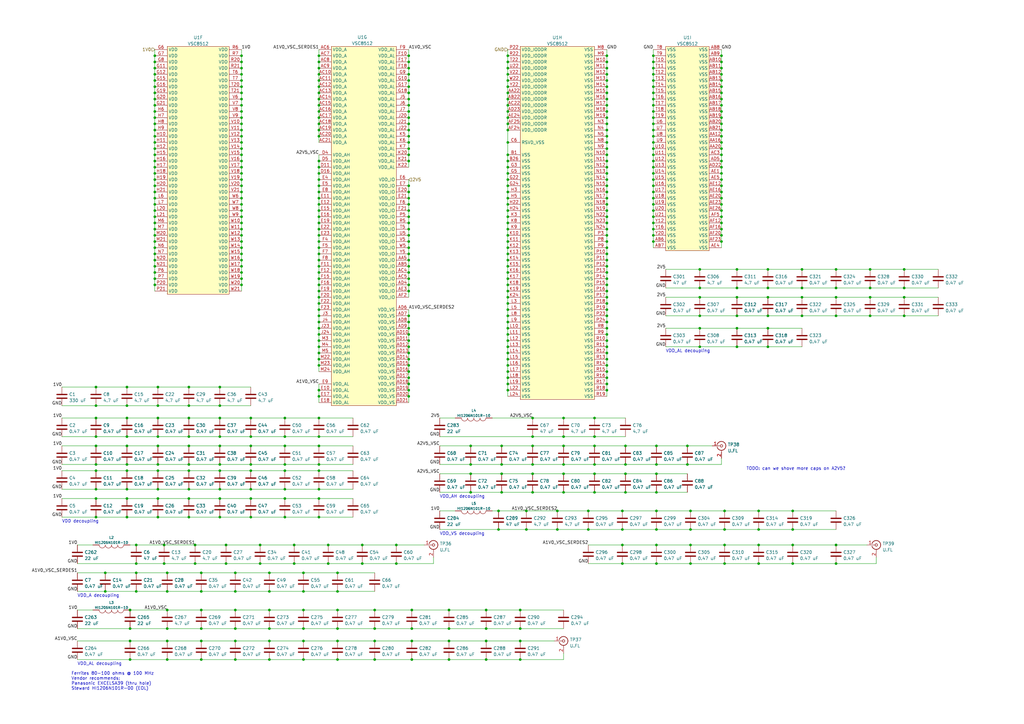
<source format=kicad_sch>
(kicad_sch (version 20211123) (generator eeschema)
  (paper "A3")
  (title_block (date "2023-06-15") (rev "0.1") (company "Antikernel Labs") (comment 1 "Andrew D. Zonenberg"))
  (lib_symbols
    (symbol "VSC8512_1"
      (property "Reference" "U" (at 0 -1.27 0))
      (property "Value" "VSC8512_1" (at 0 -5.08 0))
      (symbol "VSC8512_1_1_1"
        (pin bidirectional line (at -5.08 29.21 0) (length 5.08) (name "MDIO") (number "AF3"))
        (pin input line (at -5.08 31.75 0) (length 5.08) (name "MDC") (number "AF4"))
        (pin input line (at -5.08 36.83 0) (length 5.08) (name "COMA_MODE") (number "C3"))
        (pin input line (at -5.08 21.59 0) (length 5.08) (name "RST#") (number "C4"))
        (pin input line (at -5.08 52.07 0) (length 5.08) (name "JTAG_TCK") (number "D17"))
        (pin input line (at -5.08 49.53 0) (length 5.08) (name "JTAG_TDI") (number "D18"))
        (pin output line (at -5.08 46.99 0) (length 5.08) (name "JTAG_TDO") (number "D19"))
        (pin input line (at -5.08 44.45 0) (length 5.08) (name "JTAG_TMS") (number "D20"))
        (pin input line (at -5.08 41.91 0) (length 5.08) (name "JTAG_TRST") (number "D21"))
        (pin passive line (at -5.08 3.81 0) (length 5.08) (name "REF_REXT1") (number "E13"))
        (pin passive line (at -5.08 13.97 0) (length 5.08) (name "REF_FILT1") (number "E14"))
        (pin passive line (at -5.08 1.27 0) (length 5.08) (name "REF_REXT0") (number "K23"))
        (pin passive line (at -5.08 6.35 0) (length 5.08) (name "REF_REXT2") (number "K4"))
        (pin passive line (at -5.08 11.43 0) (length 5.08) (name "REF_FILT0") (number "L23"))
        (pin passive line (at -5.08 16.51 0) (length 5.08) (name "REF_FILT2") (number "L4"))
        (pin bidirectional line (at -5.08 26.67 0) (length 5.08) (name "MDINT") (number "R2"))
      )
      (symbol "VSC8512_1_2_1"
        (pin output line (at -3.81 24.13 0) (length 3.81) (name "PHY2_LED1") (number "AA1"))
        (pin output line (at -3.81 26.67 0) (length 3.81) (name "PHY1_LED1") (number "AA2"))
        (pin output line (at -3.81 29.21 0) (length 3.81) (name "PHY0_LED1") (number "AA3"))
        (pin input line (at 40.64 52.07 180) (length 3.81) (name "SFP2_SD") (number "AA4"))
        (pin input line (at 40.64 54.61 180) (length 3.81) (name "SFP1_SD") (number "AB1"))
        (pin input line (at 40.64 57.15 180) (length 3.81) (name "SFP0_SD") (number "AB2"))
        (pin output line (at 40.64 59.69 180) (length 3.81) (name "SFP_SERIALDATA") (number "AB3"))
        (pin output line (at 40.64 62.23 180) (length 3.81) (name "SFP_SERIALCLK0") (number "AB4"))
        (pin input line (at 40.64 49.53 180) (length 3.81) (name "SFP3_SD") (number "R3"))
        (pin output line (at -3.81 34.29 0) (length 3.81) (name "PHY11_LED0") (number "R4"))
        (pin output line (at -3.81 36.83 0) (length 3.81) (name "PHY10_LED0") (number "T1"))
        (pin output line (at -3.81 39.37 0) (length 3.81) (name "PHY9_LED0") (number "T2"))
        (pin output line (at -3.81 41.91 0) (length 3.81) (name "PHY8_LED0") (number "T3"))
        (pin output line (at -3.81 44.45 0) (length 3.81) (name "PHY7_LED0") (number "T4"))
        (pin output line (at -3.81 46.99 0) (length 3.81) (name "PHY6_LED0") (number "U1"))
        (pin output line (at -3.81 49.53 0) (length 3.81) (name "PHY5_LED0") (number "U2"))
        (pin output line (at -3.81 52.07 0) (length 3.81) (name "PHY4_LED0") (number "U3"))
        (pin output line (at -3.81 54.61 0) (length 3.81) (name "PHY3_LED0") (number "U4"))
        (pin output line (at -3.81 57.15 0) (length 3.81) (name "PHY2_LED0") (number "V1"))
        (pin output line (at -3.81 59.69 0) (length 3.81) (name "PHY1_LED0") (number "V2"))
        (pin output line (at -3.81 62.23 0) (length 3.81) (name "PHY0_LED0") (number "V3"))
        (pin output line (at -3.81 1.27 0) (length 3.81) (name "PHY11_LED1") (number "V4"))
        (pin output line (at -3.81 3.81 0) (length 3.81) (name "PHY10_LED1") (number "W1"))
        (pin output line (at -3.81 6.35 0) (length 3.81) (name "PHY9_LED1") (number "W2"))
        (pin output line (at -3.81 8.89 0) (length 3.81) (name "PHY8_LED1") (number "W3"))
        (pin output line (at -3.81 11.43 0) (length 3.81) (name "PHY7_LED1") (number "W4"))
        (pin output line (at -3.81 13.97 0) (length 3.81) (name "PHY6_LED1") (number "Y1"))
        (pin output line (at -3.81 16.51 0) (length 3.81) (name "PHY5_LED1") (number "Y2"))
        (pin output line (at -3.81 19.05 0) (length 3.81) (name "PHY4_LED1") (number "Y3"))
        (pin output line (at -3.81 21.59 0) (length 3.81) (name "PHY3_LED1") (number "Y4"))
      )
      (symbol "VSC8512_1_3_1"
        (pin output line (at 43.18 11.43 180) (length 5.08) (name "SERDES_E2_TX_N") (number "AA13"))
        (pin output line (at 43.18 19.05 180) (length 5.08) (name "SERDES_E1_TX_N") (number "AA17"))
        (pin output line (at 43.18 26.67 180) (length 5.08) (name "SERDES_E0_TX_N") (number "AA21"))
        (pin output line (at 43.18 3.81 180) (length 5.08) (name "SERDES_E3_TX_N") (number "AA9"))
        (pin input line (at -5.08 8.89 0) (length 5.08) (name "SERDES_E2_RX_P") (number "AE13"))
        (pin input line (at -5.08 16.51 0) (length 5.08) (name "SERDES_E1_RX_P") (number "AE17"))
        (pin input line (at -5.08 24.13 0) (length 5.08) (name "SERDES_E0_RX_P") (number "AE21"))
        (pin bidirectional line (at -5.08 34.29 0) (length 5.08) (name "SERDES_REXT0") (number "AE22"))
        (pin input line (at -5.08 1.27 0) (length 5.08) (name "SERDES_E3_RX_P") (number "AE9"))
        (pin input line (at -5.08 11.43 0) (length 5.08) (name "SERDES_E2_RX_N") (number "AF13"))
        (pin input line (at -5.08 19.05 0) (length 5.08) (name "SERDES_E1_RX_N") (number "AF17"))
        (pin input line (at -5.08 26.67 0) (length 5.08) (name "SERDES_E0_RX_N") (number "AF21"))
        (pin bidirectional line (at -5.08 31.75 0) (length 5.08) (name "SERDES_REXT1") (number "AF22"))
        (pin input line (at -5.08 3.81 0) (length 5.08) (name "SERDES_E3_RX_N") (number "AF9"))
        (pin output line (at 43.18 8.89 180) (length 5.08) (name "SERDES_E2_TX_P") (number "Y13"))
        (pin output line (at 43.18 16.51 180) (length 5.08) (name "SERDES_E1_TX_P") (number "Y17"))
        (pin output line (at 43.18 24.13 180) (length 5.08) (name "SERDES_E0_TX_P") (number "Y21"))
        (pin output line (at 43.18 1.27 180) (length 5.08) (name "SERDES_E3_TX_P") (number "Y9"))
      )
      (symbol "VSC8512_1_4_1"
        (pin output line (at 41.91 19.05 180) (length 5.08) (name "SERDES_5_TX_N") (number "AA10"))
        (pin output line (at 41.91 26.67 180) (length 5.08) (name "SERDES_4_TX_N") (number "AA11"))
        (pin output line (at 41.91 34.29 180) (length 5.08) (name "SERDES_3_TX_N") (number "AA14"))
        (pin output line (at 41.91 41.91 180) (length 5.08) (name "SERDES_2_TX_N") (number "AA15"))
        (pin output line (at 41.91 49.53 180) (length 5.08) (name "SERDES_1_TX_N") (number "AA18"))
        (pin output line (at 41.91 57.15 180) (length 5.08) (name "SERDES_0_TX_N") (number "AA19"))
        (pin output line (at 41.91 3.81 180) (length 5.08) (name "SERDES_7_TX_N") (number "AA6"))
        (pin output line (at 41.91 11.43 180) (length 5.08) (name "SERDES_6_TX_N") (number "AA7"))
        (pin input line (at -5.08 16.51 0) (length 5.08) (name "SERDES_5_RX_P") (number "AE10"))
        (pin input line (at -5.08 24.13 0) (length 5.08) (name "SERDES_4_RX_P") (number "AE11"))
        (pin input line (at -5.08 31.75 0) (length 5.08) (name "SERDES_3_RX_P") (number "AE14"))
        (pin input line (at -5.08 39.37 0) (length 5.08) (name "SERDES_2_RX_P") (number "AE15"))
        (pin input line (at -5.08 46.99 0) (length 5.08) (name "SERDES_1_RX_P") (number "AE18"))
        (pin input line (at -5.08 54.61 0) (length 5.08) (name "SERDES_0_RX_P") (number "AE19"))
        (pin input line (at -5.08 1.27 0) (length 5.08) (name "SERDES_7_RX_P") (number "AE6"))
        (pin input line (at -5.08 8.89 0) (length 5.08) (name "SERDES_6_RX_P") (number "AE7"))
        (pin input line (at -5.08 19.05 0) (length 5.08) (name "SERDES_5_RX_N") (number "AF10"))
        (pin input line (at -5.08 26.67 0) (length 5.08) (name "SERDES_4_RX_N") (number "AF11"))
        (pin input line (at -5.08 34.29 0) (length 5.08) (name "SERDES_3_RX_N") (number "AF14"))
        (pin input line (at -5.08 41.91 0) (length 5.08) (name "SERDES_2_RX_N") (number "AF15"))
        (pin input line (at -5.08 49.53 0) (length 5.08) (name "SERDES_1_RX_N") (number "AF18"))
        (pin input line (at -5.08 57.15 0) (length 5.08) (name "SERDES_0_RX_N") (number "AF19"))
        (pin input line (at -5.08 3.81 0) (length 5.08) (name "SERDES_7_RX_N") (number "AF6"))
        (pin input line (at -5.08 11.43 0) (length 5.08) (name "SERDES_6_RX_N") (number "AF7"))
        (pin output line (at 41.91 16.51 180) (length 5.08) (name "SERDES_5_TX_P") (number "Y10"))
        (pin output line (at 41.91 24.13 180) (length 5.08) (name "SERDES_4_TX_P") (number "Y11"))
        (pin output line (at 41.91 31.75 180) (length 5.08) (name "SERDES_3_TX_P") (number "Y14"))
        (pin output line (at 41.91 39.37 180) (length 5.08) (name "SERDES_2_TX_P") (number "Y15"))
        (pin output line (at 41.91 46.99 180) (length 5.08) (name "SERDES_1_TX_P") (number "Y18"))
        (pin output line (at 41.91 54.61 180) (length 5.08) (name "SERDES_0_TX_P") (number "Y19"))
        (pin output line (at 41.91 1.27 180) (length 5.08) (name "SERDES_7_TX_P") (number "Y6"))
        (pin output line (at 41.91 8.89 180) (length 5.08) (name "SERDES_6_TX_P") (number "Y7"))
      )
      (symbol "VSC8512_1_5_1"
        (pin input line (at -5.08 27.94 0) (length 5.08) (name "REFCLK_N") (number "AA8"))
        (pin output line (at -5.08 33.02 0) (length 5.08) (name "RCVRD_CLK1") (number "AD3"))
        (pin output line (at -5.08 35.56 0) (length 5.08) (name "RCVRD_CLK0") (number "AE2"))
        (pin input line (at -5.08 19.05 0) (length 5.08) (name "REFCLK_SEL0") (number "C12"))
        (pin input line (at -5.08 16.51 0) (length 5.08) (name "REFCLK_SEL1") (number "C13"))
        (pin input line (at -5.08 13.97 0) (length 5.08) (name "REFCLK_SEL2") (number "C14"))
        (pin power_in line (at -5.08 8.89 0) (length 5.08) (name "RESERVED_5_VDDIO") (number "C18"))
        (pin power_in line (at -5.08 1.27 0) (length 5.08) (name "THERMDC_VSS") (number "C22"))
        (pin passive line (at -5.08 3.81 0) (length 5.08) (name "THERMDA") (number "C23"))
        (pin input line (at -5.08 44.45 0) (length 5.08) (name "PHYADD3") (number "C7"))
        (pin input line (at -5.08 41.91 0) (length 5.08) (name "PHYADD4") (number "C8"))
        (pin output line (at -5.08 49.53 0) (length 5.08) (name "FAST_LINK_STATUS") (number "R1"))
        (pin input line (at -5.08 25.4 0) (length 5.08) (name "REFCLK_P") (number "Y8"))
      )
      (symbol "VSC8512_1_6_1"
        (pin power_in line (at -5.08 92.71 0) (length 5.08) (name "VDD") (number "G11"))
        (pin power_in line (at -5.08 90.17 0) (length 5.08) (name "VDD") (number "G12"))
        (pin power_in line (at -5.08 87.63 0) (length 5.08) (name "VDD") (number "G15"))
        (pin power_in line (at -5.08 85.09 0) (length 5.08) (name "VDD") (number "G16"))
        (pin power_in line (at -5.08 82.55 0) (length 5.08) (name "VDD") (number "G19"))
        (pin power_in line (at -5.08 80.01 0) (length 5.08) (name "VDD") (number "G20"))
        (pin power_in line (at -5.08 77.47 0) (length 5.08) (name "VDD") (number "G21"))
        (pin power_in line (at -5.08 100.33 0) (length 5.08) (name "VDD") (number "G6"))
        (pin power_in line (at -5.08 97.79 0) (length 5.08) (name "VDD") (number "G7"))
        (pin power_in line (at -5.08 95.25 0) (length 5.08) (name "VDD") (number "G8"))
        (pin power_in line (at -5.08 64.77 0) (length 5.08) (name "VDD") (number "H10"))
        (pin power_in line (at -5.08 62.23 0) (length 5.08) (name "VDD") (number "H11"))
        (pin power_in line (at -5.08 59.69 0) (length 5.08) (name "VDD") (number "H12"))
        (pin power_in line (at -5.08 57.15 0) (length 5.08) (name "VDD") (number "H15"))
        (pin power_in line (at -5.08 54.61 0) (length 5.08) (name "VDD") (number "H16"))
        (pin power_in line (at -5.08 52.07 0) (length 5.08) (name "VDD") (number "H17"))
        (pin power_in line (at -5.08 49.53 0) (length 5.08) (name "VDD") (number "H18"))
        (pin power_in line (at -5.08 46.99 0) (length 5.08) (name "VDD") (number "H19"))
        (pin power_in line (at -5.08 44.45 0) (length 5.08) (name "VDD") (number "H20"))
        (pin power_in line (at -5.08 41.91 0) (length 5.08) (name "VDD") (number "H21"))
        (pin power_in line (at -5.08 74.93 0) (length 5.08) (name "VDD") (number "H6"))
        (pin power_in line (at -5.08 72.39 0) (length 5.08) (name "VDD") (number "H7"))
        (pin power_in line (at -5.08 69.85 0) (length 5.08) (name "VDD") (number "H8"))
        (pin power_in line (at -5.08 67.31 0) (length 5.08) (name "VDD") (number "H9"))
        (pin power_in line (at -5.08 34.29 0) (length 5.08) (name "VDD") (number "L20"))
        (pin power_in line (at -5.08 31.75 0) (length 5.08) (name "VDD") (number "L21"))
        (pin power_in line (at -5.08 39.37 0) (length 5.08) (name "VDD") (number "L6"))
        (pin power_in line (at -5.08 36.83 0) (length 5.08) (name "VDD") (number "L7"))
        (pin power_in line (at -5.08 24.13 0) (length 5.08) (name "VDD") (number "M20"))
        (pin power_in line (at -5.08 21.59 0) (length 5.08) (name "VDD") (number "M21"))
        (pin power_in line (at -5.08 29.21 0) (length 5.08) (name "VDD") (number "M6"))
        (pin power_in line (at -5.08 26.67 0) (length 5.08) (name "VDD") (number "M7"))
        (pin power_in line (at -5.08 13.97 0) (length 5.08) (name "VDD") (number "N20"))
        (pin power_in line (at -5.08 11.43 0) (length 5.08) (name "VDD") (number "N21"))
        (pin power_in line (at -5.08 19.05 0) (length 5.08) (name "VDD") (number "N6"))
        (pin power_in line (at -5.08 16.51 0) (length 5.08) (name "VDD") (number "N7"))
        (pin power_in line (at -5.08 3.81 0) (length 5.08) (name "VDD") (number "P20"))
        (pin power_in line (at -5.08 1.27 0) (length 5.08) (name "VDD") (number "P21"))
        (pin power_in line (at -5.08 8.89 0) (length 5.08) (name "VDD") (number "P6"))
        (pin power_in line (at -5.08 6.35 0) (length 5.08) (name "VDD") (number "P7"))
        (pin power_in line (at 30.48 95.25 180) (length 5.08) (name "VDD") (number "R20"))
        (pin power_in line (at 30.48 92.71 180) (length 5.08) (name "VDD") (number "R21"))
        (pin power_in line (at 30.48 100.33 180) (length 5.08) (name "VDD") (number "R6"))
        (pin power_in line (at 30.48 97.79 180) (length 5.08) (name "VDD") (number "R7"))
        (pin power_in line (at 30.48 85.09 180) (length 5.08) (name "VDD") (number "T20"))
        (pin power_in line (at 30.48 82.55 180) (length 5.08) (name "VDD") (number "T21"))
        (pin power_in line (at 30.48 90.17 180) (length 5.08) (name "VDD") (number "T6"))
        (pin power_in line (at 30.48 87.63 180) (length 5.08) (name "VDD") (number "T7"))
        (pin power_in line (at 30.48 69.85 180) (length 5.08) (name "VDD") (number "V10"))
        (pin power_in line (at 30.48 67.31 180) (length 5.08) (name "VDD") (number "V11"))
        (pin power_in line (at 30.48 64.77 180) (length 5.08) (name "VDD") (number "V12"))
        (pin power_in line (at 30.48 62.23 180) (length 5.08) (name "VDD") (number "V13"))
        (pin power_in line (at 30.48 59.69 180) (length 5.08) (name "VDD") (number "V14"))
        (pin power_in line (at 30.48 57.15 180) (length 5.08) (name "VDD") (number "V15"))
        (pin power_in line (at 30.48 54.61 180) (length 5.08) (name "VDD") (number "V16"))
        (pin power_in line (at 30.48 52.07 180) (length 5.08) (name "VDD") (number "V17"))
        (pin power_in line (at 30.48 49.53 180) (length 5.08) (name "VDD") (number "V18"))
        (pin power_in line (at 30.48 46.99 180) (length 5.08) (name "VDD") (number "V19"))
        (pin power_in line (at 30.48 44.45 180) (length 5.08) (name "VDD") (number "V20"))
        (pin power_in line (at 30.48 41.91 180) (length 5.08) (name "VDD") (number "V21"))
        (pin power_in line (at 30.48 80.01 180) (length 5.08) (name "VDD") (number "V6"))
        (pin power_in line (at 30.48 77.47 180) (length 5.08) (name "VDD") (number "V7"))
        (pin power_in line (at 30.48 74.93 180) (length 5.08) (name "VDD") (number "V8"))
        (pin power_in line (at 30.48 72.39 180) (length 5.08) (name "VDD") (number "V9"))
        (pin power_in line (at 30.48 29.21 180) (length 5.08) (name "VDD") (number "W10"))
        (pin power_in line (at 30.48 26.67 180) (length 5.08) (name "VDD") (number "W11"))
        (pin power_in line (at 30.48 24.13 180) (length 5.08) (name "VDD") (number "W12"))
        (pin power_in line (at 30.48 21.59 180) (length 5.08) (name "VDD") (number "W13"))
        (pin power_in line (at 30.48 19.05 180) (length 5.08) (name "VDD") (number "W14"))
        (pin power_in line (at 30.48 16.51 180) (length 5.08) (name "VDD") (number "W15"))
        (pin power_in line (at 30.48 13.97 180) (length 5.08) (name "VDD") (number "W16"))
        (pin power_in line (at 30.48 11.43 180) (length 5.08) (name "VDD") (number "W17"))
        (pin power_in line (at 30.48 8.89 180) (length 5.08) (name "VDD") (number "W18"))
        (pin power_in line (at 30.48 6.35 180) (length 5.08) (name "VDD") (number "W19"))
        (pin power_in line (at 30.48 3.81 180) (length 5.08) (name "VDD") (number "W20"))
        (pin power_in line (at 30.48 1.27 180) (length 5.08) (name "VDD") (number "W21"))
        (pin power_in line (at 30.48 39.37 180) (length 5.08) (name "VDD") (number "W6"))
        (pin power_in line (at 30.48 36.83 180) (length 5.08) (name "VDD") (number "W7"))
        (pin power_in line (at 30.48 34.29 180) (length 5.08) (name "VDD") (number "W8"))
        (pin power_in line (at 30.48 31.75 180) (length 5.08) (name "VDD") (number "W9"))
      )
      (symbol "VSC8512_1_7_1"
        (pin power_in line (at 31.75 59.69 180) (length 5.08) (name "VDD_IO") (number "AA5"))
        (pin power_in line (at 31.75 57.15 180) (length 5.08) (name "VDD_IO") (number "AB5"))
        (pin power_in line (at -5.08 135.89 0) (length 5.08) (name "VDD_A") (number "AC10"))
        (pin power_in line (at -5.08 133.35 0) (length 5.08) (name "VDD_A") (number "AC11"))
        (pin power_in line (at -5.08 130.81 0) (length 5.08) (name "VDD_A") (number "AC12"))
        (pin power_in line (at -5.08 128.27 0) (length 5.08) (name "VDD_A") (number "AC13"))
        (pin power_in line (at -5.08 125.73 0) (length 5.08) (name "VDD_A") (number "AC14"))
        (pin power_in line (at -5.08 123.19 0) (length 5.08) (name "VDD_A") (number "AC15"))
        (pin power_in line (at -5.08 120.65 0) (length 5.08) (name "VDD_A") (number "AC16"))
        (pin power_in line (at -5.08 118.11 0) (length 5.08) (name "VDD_A") (number "AC17"))
        (pin power_in line (at -5.08 115.57 0) (length 5.08) (name "VDD_A") (number "AC18"))
        (pin power_in line (at -5.08 113.03 0) (length 5.08) (name "VDD_A") (number "AC19"))
        (pin power_in line (at -5.08 110.49 0) (length 5.08) (name "VDD_A") (number "AC20"))
        (pin power_in line (at -5.08 107.95 0) (length 5.08) (name "VDD_A") (number "AC21"))
        (pin power_in line (at 31.75 54.61 180) (length 5.08) (name "VDD_IO") (number "AC4"))
        (pin power_in line (at 31.75 52.07 180) (length 5.08) (name "VDD_IO") (number "AC5"))
        (pin power_in line (at -5.08 146.05 0) (length 5.08) (name "VDD_A") (number "AC6"))
        (pin power_in line (at -5.08 143.51 0) (length 5.08) (name "VDD_A") (number "AC7"))
        (pin power_in line (at -5.08 140.97 0) (length 5.08) (name "VDD_A") (number "AC8"))
        (pin power_in line (at -5.08 138.43 0) (length 5.08) (name "VDD_A") (number "AC9"))
        (pin power_in line (at 31.75 29.21 180) (length 5.08) (name "VDD_VS") (number "AD10"))
        (pin power_in line (at 31.75 26.67 180) (length 5.08) (name "VDD_VS") (number "AD11"))
        (pin power_in line (at 31.75 24.13 180) (length 5.08) (name "VDD_VS") (number "AD12"))
        (pin power_in line (at 31.75 21.59 180) (length 5.08) (name "VDD_VS") (number "AD13"))
        (pin power_in line (at 31.75 19.05 180) (length 5.08) (name "VDD_VS") (number "AD14"))
        (pin power_in line (at 31.75 16.51 180) (length 5.08) (name "VDD_VS") (number "AD15"))
        (pin power_in line (at 31.75 13.97 180) (length 5.08) (name "VDD_VS") (number "AD16"))
        (pin power_in line (at 31.75 11.43 180) (length 5.08) (name "VDD_VS") (number "AD17"))
        (pin power_in line (at 31.75 8.89 180) (length 5.08) (name "VDD_VS") (number "AD18"))
        (pin power_in line (at 31.75 6.35 180) (length 5.08) (name "VDD_VS") (number "AD19"))
        (pin power_in line (at 31.75 3.81 180) (length 5.08) (name "VDD_VS") (number "AD20"))
        (pin power_in line (at 31.75 1.27 180) (length 5.08) (name "VDD_VS") (number "AD21"))
        (pin power_in line (at 31.75 49.53 180) (length 5.08) (name "VDD_IO") (number "AD4"))
        (pin power_in line (at 31.75 39.37 180) (length 5.08) (name "VDD_VS") (number "AD6"))
        (pin power_in line (at 31.75 36.83 180) (length 5.08) (name "VDD_VS") (number "AD7"))
        (pin power_in line (at 31.75 34.29 180) (length 5.08) (name "VDD_VS") (number "AD8"))
        (pin power_in line (at 31.75 31.75 180) (length 5.08) (name "VDD_VS") (number "AD9"))
        (pin power_in line (at 31.75 46.99 180) (length 5.08) (name "VDD_IO") (number "AE3"))
        (pin power_in line (at 31.75 44.45 180) (length 5.08) (name "VDD_IO") (number "AF2"))
        (pin power_in line (at -5.08 97.79 0) (length 5.08) (name "VDD_AH") (number "D11"))
        (pin power_in line (at -5.08 95.25 0) (length 5.08) (name "VDD_AH") (number "D16"))
        (pin power_in line (at -5.08 102.87 0) (length 5.08) (name "VDD_AH") (number "D4"))
        (pin power_in line (at -5.08 100.33 0) (length 5.08) (name "VDD_AH") (number "D5"))
        (pin power_in line (at -5.08 6.35 0) (length 5.08) (name "VDD_AL") (number "E10"))
        (pin power_in line (at -5.08 85.09 0) (length 5.08) (name "VDD_AH") (number "E11"))
        (pin power_in line (at -5.08 82.55 0) (length 5.08) (name "VDD_AH") (number "E12"))
        (pin power_in line (at -5.08 80.01 0) (length 5.08) (name "VDD_AH") (number "E15"))
        (pin power_in line (at -5.08 77.47 0) (length 5.08) (name "VDD_AH") (number "E16"))
        (pin power_in line (at -5.08 3.81 0) (length 5.08) (name "VDD_AL") (number "E17"))
        (pin power_in line (at -5.08 1.27 0) (length 5.08) (name "VDD_AL") (number "E18"))
        (pin power_in line (at -5.08 74.93 0) (length 5.08) (name "VDD_AH") (number "E19"))
        (pin power_in line (at 31.75 87.63 180) (length 5.08) (name "VDD_IO") (number "E20"))
        (pin power_in line (at 31.75 85.09 180) (length 5.08) (name "VDD_IO") (number "E21"))
        (pin power_in line (at -5.08 72.39 0) (length 5.08) (name "VDD_AH") (number "E22"))
        (pin power_in line (at -5.08 69.85 0) (length 5.08) (name "VDD_AH") (number "E23"))
        (pin power_in line (at -5.08 92.71 0) (length 5.08) (name "VDD_AH") (number "E4"))
        (pin power_in line (at -5.08 90.17 0) (length 5.08) (name "VDD_AH") (number "E5"))
        (pin power_in line (at 31.75 92.71 180) (length 5.08) (name "VDD_IO") (number "E6"))
        (pin power_in line (at 31.75 90.17 180) (length 5.08) (name "VDD_IO") (number "E7"))
        (pin power_in line (at -5.08 87.63 0) (length 5.08) (name "VDD_AH") (number "E8"))
        (pin power_in line (at -5.08 8.89 0) (length 5.08) (name "VDD_AL") (number "E9"))
        (pin power_in line (at 31.75 143.51 180) (length 5.08) (name "VDD_AL") (number "F10"))
        (pin power_in line (at -5.08 57.15 0) (length 5.08) (name "VDD_AH") (number "F11"))
        (pin power_in line (at -5.08 54.61 0) (length 5.08) (name "VDD_AH") (number "F12"))
        (pin power_in line (at -5.08 52.07 0) (length 5.08) (name "VDD_AH") (number "F15"))
        (pin power_in line (at -5.08 49.53 0) (length 5.08) (name "VDD_AH") (number "F16"))
        (pin power_in line (at 31.75 140.97 180) (length 5.08) (name "VDD_AL") (number "F17"))
        (pin power_in line (at 31.75 138.43 180) (length 5.08) (name "VDD_AL") (number "F18"))
        (pin power_in line (at -5.08 46.99 0) (length 5.08) (name "VDD_AH") (number "F19"))
        (pin power_in line (at -5.08 44.45 0) (length 5.08) (name "VDD_AH") (number "F20"))
        (pin power_in line (at 31.75 80.01 180) (length 5.08) (name "VDD_IO") (number "F21"))
        (pin power_in line (at -5.08 41.91 0) (length 5.08) (name "VDD_AH") (number "F22"))
        (pin power_in line (at -5.08 39.37 0) (length 5.08) (name "VDD_AH") (number "F23"))
        (pin power_in line (at -5.08 67.31 0) (length 5.08) (name "VDD_AH") (number "F4"))
        (pin power_in line (at -5.08 64.77 0) (length 5.08) (name "VDD_AH") (number "F5"))
        (pin power_in line (at 31.75 82.55 180) (length 5.08) (name "VDD_IO") (number "F6"))
        (pin power_in line (at -5.08 62.23 0) (length 5.08) (name "VDD_AH") (number "F7"))
        (pin power_in line (at -5.08 59.69 0) (length 5.08) (name "VDD_AH") (number "F8"))
        (pin power_in line (at 31.75 146.05 180) (length 5.08) (name "VDD_AL") (number "F9"))
        (pin power_in line (at 31.75 133.35 180) (length 5.08) (name "VDD_AL") (number "G10"))
        (pin power_in line (at 31.75 130.81 180) (length 5.08) (name "VDD_AL") (number "G17"))
        (pin power_in line (at 31.75 128.27 180) (length 5.08) (name "VDD_AL") (number "G18"))
        (pin power_in line (at 31.75 135.89 180) (length 5.08) (name "VDD_AL") (number "G9"))
        (pin power_in line (at 31.75 118.11 180) (length 5.08) (name "VDD_AL") (number "J20"))
        (pin power_in line (at 31.75 115.57 180) (length 5.08) (name "VDD_AL") (number "J21"))
        (pin power_in line (at 31.75 113.03 180) (length 5.08) (name "VDD_AL") (number "J22"))
        (pin power_in line (at -5.08 31.75 0) (length 5.08) (name "VDD_AH") (number "J23"))
        (pin power_in line (at -5.08 29.21 0) (length 5.08) (name "VDD_AH") (number "J24"))
        (pin power_in line (at -5.08 36.83 0) (length 5.08) (name "VDD_AH") (number "J3"))
        (pin power_in line (at -5.08 34.29 0) (length 5.08) (name "VDD_AH") (number "J4"))
        (pin power_in line (at 31.75 125.73 180) (length 5.08) (name "VDD_AL") (number "J5"))
        (pin power_in line (at 31.75 123.19 180) (length 5.08) (name "VDD_AL") (number "J6"))
        (pin power_in line (at 31.75 120.65 180) (length 5.08) (name "VDD_AL") (number "J7"))
        (pin power_in line (at 31.75 102.87 180) (length 5.08) (name "VDD_AL") (number "K20"))
        (pin power_in line (at 31.75 100.33 180) (length 5.08) (name "VDD_AL") (number "K21"))
        (pin power_in line (at 31.75 97.79 180) (length 5.08) (name "VDD_AL") (number "K22"))
        (pin power_in line (at 31.75 110.49 180) (length 5.08) (name "VDD_AL") (number "K5"))
        (pin power_in line (at 31.75 107.95 180) (length 5.08) (name "VDD_AL") (number "K6"))
        (pin power_in line (at 31.75 105.41 180) (length 5.08) (name "VDD_AL") (number "K7"))
        (pin power_in line (at -5.08 19.05 0) (length 5.08) (name "VDD_AH") (number "M22"))
        (pin power_in line (at -5.08 16.51 0) (length 5.08) (name "VDD_AH") (number "M23"))
        (pin power_in line (at -5.08 13.97 0) (length 5.08) (name "VDD_AH") (number "M24"))
        (pin power_in line (at -5.08 26.67 0) (length 5.08) (name "VDD_AH") (number "M3"))
        (pin power_in line (at -5.08 24.13 0) (length 5.08) (name "VDD_AH") (number "M4"))
        (pin power_in line (at -5.08 21.59 0) (length 5.08) (name "VDD_AH") (number "M5"))
        (pin power_in line (at 31.75 77.47 180) (length 5.08) (name "VDD_IO") (number "P5"))
        (pin power_in line (at 31.75 74.93 180) (length 5.08) (name "VDD_IO") (number "R5"))
        (pin power_in line (at 31.75 72.39 180) (length 5.08) (name "VDD_IO") (number "T5"))
        (pin power_in line (at 31.75 69.85 180) (length 5.08) (name "VDD_IO") (number "U5"))
        (pin power_in line (at 31.75 67.31 180) (length 5.08) (name "VDD_IO") (number "V5"))
        (pin power_in line (at 31.75 64.77 180) (length 5.08) (name "VDD_IO") (number "W5"))
        (pin power_in line (at 31.75 62.23 180) (length 5.08) (name "VDD_IO") (number "Y5"))
      )
      (symbol "VSC8512_1_8_1"
        (pin power_in line (at -5.08 125.73 0) (length 5.08) (name "VDD_IODDR") (number "AA22"))
        (pin power_in line (at -5.08 123.19 0) (length 5.08) (name "VDD_IODDR") (number "AB22"))
        (pin power_in line (at -5.08 120.65 0) (length 5.08) (name "VDD_IODDR") (number "AC22"))
        (pin power_in line (at -5.08 118.11 0) (length 5.08) (name "VDD_IODDR") (number "AD23"))
        (pin power_in line (at -5.08 115.57 0) (length 5.08) (name "VDD_IODDR") (number "AE24"))
        (pin power_in line (at -5.08 110.49 0) (length 5.08) (name "VDD_IODDR") (number "AF24"))
        (pin power_in line (at -5.08 113.03 0) (length 5.08) (name "VDD_IODDR") (number "AF25"))
        (pin power_in line (at -5.08 100.33 0) (length 5.08) (name "VSS") (number "B1"))
        (pin power_in line (at -5.08 97.79 0) (length 5.08) (name "VSS") (number "B26"))
        (pin power_in line (at -5.08 105.41 0) (length 5.08) (name "RSVD_VSS") (number "C6"))
        (pin power_in line (at -5.08 90.17 0) (length 5.08) (name "VSS") (number "G22"))
        (pin power_in line (at -5.08 87.63 0) (length 5.08) (name "VSS") (number "G24"))
        (pin power_in line (at -5.08 95.25 0) (length 5.08) (name "VSS") (number "G3"))
        (pin power_in line (at -5.08 92.71 0) (length 5.08) (name "VSS") (number "G5"))
        (pin power_in line (at -5.08 80.01 0) (length 5.08) (name "VSS") (number "H22"))
        (pin power_in line (at -5.08 77.47 0) (length 5.08) (name "VSS") (number "H24"))
        (pin power_in line (at -5.08 85.09 0) (length 5.08) (name "VSS") (number "H3"))
        (pin power_in line (at -5.08 82.55 0) (length 5.08) (name "VSS") (number "H5"))
        (pin power_in line (at -5.08 67.31 0) (length 5.08) (name "VSS") (number "K10"))
        (pin power_in line (at -5.08 64.77 0) (length 5.08) (name "VSS") (number "K11"))
        (pin power_in line (at -5.08 62.23 0) (length 5.08) (name "VSS") (number "K12"))
        (pin power_in line (at -5.08 59.69 0) (length 5.08) (name "VSS") (number "K13"))
        (pin power_in line (at -5.08 57.15 0) (length 5.08) (name "VSS") (number "K14"))
        (pin power_in line (at -5.08 54.61 0) (length 5.08) (name "VSS") (number "K15"))
        (pin power_in line (at -5.08 52.07 0) (length 5.08) (name "VSS") (number "K16"))
        (pin power_in line (at -5.08 49.53 0) (length 5.08) (name "VSS") (number "K17"))
        (pin power_in line (at -5.08 46.99 0) (length 5.08) (name "VSS") (number "K18"))
        (pin power_in line (at -5.08 44.45 0) (length 5.08) (name "VSS") (number "K19"))
        (pin power_in line (at -5.08 41.91 0) (length 5.08) (name "VSS") (number "K24"))
        (pin power_in line (at -5.08 74.93 0) (length 5.08) (name "VSS") (number "K3"))
        (pin power_in line (at -5.08 72.39 0) (length 5.08) (name "VSS") (number "K8"))
        (pin power_in line (at -5.08 69.85 0) (length 5.08) (name "VSS") (number "K9"))
        (pin power_in line (at -5.08 29.21 0) (length 5.08) (name "VSS") (number "L10"))
        (pin power_in line (at -5.08 26.67 0) (length 5.08) (name "VSS") (number "L11"))
        (pin power_in line (at -5.08 24.13 0) (length 5.08) (name "VSS") (number "L12"))
        (pin power_in line (at -5.08 21.59 0) (length 5.08) (name "VSS") (number "L13"))
        (pin power_in line (at -5.08 19.05 0) (length 5.08) (name "VSS") (number "L14"))
        (pin power_in line (at -5.08 16.51 0) (length 5.08) (name "VSS") (number "L15"))
        (pin power_in line (at -5.08 13.97 0) (length 5.08) (name "VSS") (number "L16"))
        (pin power_in line (at -5.08 11.43 0) (length 5.08) (name "VSS") (number "L17"))
        (pin power_in line (at -5.08 8.89 0) (length 5.08) (name "VSS") (number "L18"))
        (pin power_in line (at -5.08 6.35 0) (length 5.08) (name "VSS") (number "L19"))
        (pin power_in line (at -5.08 3.81 0) (length 5.08) (name "VSS") (number "L22"))
        (pin power_in line (at -5.08 1.27 0) (length 5.08) (name "VSS") (number "L24"))
        (pin power_in line (at -5.08 39.37 0) (length 5.08) (name "VSS") (number "L3"))
        (pin power_in line (at -5.08 36.83 0) (length 5.08) (name "VSS") (number "L5"))
        (pin power_in line (at -5.08 34.29 0) (length 5.08) (name "VSS") (number "L8"))
        (pin power_in line (at -5.08 31.75 0) (length 5.08) (name "VSS") (number "L9"))
        (pin power_in line (at 35.56 138.43 180) (length 5.08) (name "VSS") (number "M10"))
        (pin power_in line (at 35.56 135.89 180) (length 5.08) (name "VSS") (number "M11"))
        (pin power_in line (at 35.56 133.35 180) (length 5.08) (name "VSS") (number "M12"))
        (pin power_in line (at 35.56 130.81 180) (length 5.08) (name "VSS") (number "M13"))
        (pin power_in line (at 35.56 128.27 180) (length 5.08) (name "VSS") (number "M14"))
        (pin power_in line (at 35.56 125.73 180) (length 5.08) (name "VSS") (number "M15"))
        (pin power_in line (at 35.56 123.19 180) (length 5.08) (name "VSS") (number "M16"))
        (pin power_in line (at 35.56 120.65 180) (length 5.08) (name "VSS") (number "M17"))
        (pin power_in line (at 35.56 118.11 180) (length 5.08) (name "VSS") (number "M18"))
        (pin power_in line (at 35.56 115.57 180) (length 5.08) (name "VSS") (number "M19"))
        (pin power_in line (at 35.56 143.51 180) (length 5.08) (name "VSS") (number "M8"))
        (pin power_in line (at 35.56 140.97 180) (length 5.08) (name "VSS") (number "M9"))
        (pin power_in line (at 35.56 100.33 180) (length 5.08) (name "VSS") (number "N10"))
        (pin power_in line (at 35.56 97.79 180) (length 5.08) (name "VSS") (number "N11"))
        (pin power_in line (at 35.56 95.25 180) (length 5.08) (name "VSS") (number "N12"))
        (pin power_in line (at 35.56 92.71 180) (length 5.08) (name "VSS") (number "N13"))
        (pin power_in line (at 35.56 90.17 180) (length 5.08) (name "VSS") (number "N14"))
        (pin power_in line (at 35.56 87.63 180) (length 5.08) (name "VSS") (number "N15"))
        (pin power_in line (at 35.56 85.09 180) (length 5.08) (name "VSS") (number "N16"))
        (pin power_in line (at 35.56 82.55 180) (length 5.08) (name "VSS") (number "N17"))
        (pin power_in line (at 35.56 80.01 180) (length 5.08) (name "VSS") (number "N18"))
        (pin power_in line (at 35.56 77.47 180) (length 5.08) (name "VSS") (number "N19"))
        (pin power_in line (at 35.56 74.93 180) (length 5.08) (name "VSS") (number "N22"))
        (pin power_in line (at 35.56 72.39 180) (length 5.08) (name "VSS") (number "N23"))
        (pin power_in line (at 35.56 69.85 180) (length 5.08) (name "VSS") (number "N24"))
        (pin power_in line (at 35.56 113.03 180) (length 5.08) (name "VSS") (number "N3"))
        (pin power_in line (at 35.56 110.49 180) (length 5.08) (name "VSS") (number "N4"))
        (pin power_in line (at 35.56 107.95 180) (length 5.08) (name "VSS") (number "N5"))
        (pin power_in line (at 35.56 105.41 180) (length 5.08) (name "VSS") (number "N8"))
        (pin power_in line (at 35.56 102.87 180) (length 5.08) (name "VSS") (number "N9"))
        (pin power_in line (at 35.56 59.69 180) (length 5.08) (name "VSS") (number "P10"))
        (pin power_in line (at 35.56 57.15 180) (length 5.08) (name "VSS") (number "P11"))
        (pin power_in line (at 35.56 54.61 180) (length 5.08) (name "VSS") (number "P12"))
        (pin power_in line (at 35.56 52.07 180) (length 5.08) (name "VSS") (number "P13"))
        (pin power_in line (at 35.56 49.53 180) (length 5.08) (name "VSS") (number "P14"))
        (pin power_in line (at 35.56 46.99 180) (length 5.08) (name "VSS") (number "P15"))
        (pin power_in line (at 35.56 44.45 180) (length 5.08) (name "VSS") (number "P16"))
        (pin power_in line (at 35.56 41.91 180) (length 5.08) (name "VSS") (number "P17"))
        (pin power_in line (at 35.56 39.37 180) (length 5.08) (name "VSS") (number "P18"))
        (pin power_in line (at 35.56 36.83 180) (length 5.08) (name "VSS") (number "P19"))
        (pin power_in line (at -5.08 143.51 0) (length 5.08) (name "VDD_IODDR") (number "P22"))
        (pin power_in line (at 35.56 34.29 180) (length 5.08) (name "VSS") (number "P23"))
        (pin power_in line (at 35.56 31.75 180) (length 5.08) (name "VSS") (number "P24"))
        (pin power_in line (at 35.56 67.31 180) (length 5.08) (name "VSS") (number "P3"))
        (pin power_in line (at 35.56 64.77 180) (length 5.08) (name "VSS") (number "P8"))
        (pin power_in line (at 35.56 62.23 180) (length 5.08) (name "VSS") (number "P9"))
        (pin power_in line (at 35.56 24.13 180) (length 5.08) (name "VSS") (number "R10"))
        (pin power_in line (at 35.56 21.59 180) (length 5.08) (name "VSS") (number "R11"))
        (pin power_in line (at 35.56 19.05 180) (length 5.08) (name "VSS") (number "R12"))
        (pin power_in line (at 35.56 16.51 180) (length 5.08) (name "VSS") (number "R13"))
        (pin power_in line (at 35.56 13.97 180) (length 5.08) (name "VSS") (number "R14"))
        (pin power_in line (at 35.56 11.43 180) (length 5.08) (name "VSS") (number "R15"))
        (pin power_in line (at 35.56 8.89 180) (length 5.08) (name "VSS") (number "R16"))
        (pin power_in line (at 35.56 6.35 180) (length 5.08) (name "VSS") (number "R17"))
        (pin power_in line (at 35.56 3.81 180) (length 5.08) (name "VSS") (number "R18"))
        (pin power_in line (at 35.56 1.27 180) (length 5.08) (name "VSS") (number "R19"))
        (pin power_in line (at -5.08 140.97 0) (length 5.08) (name "VDD_IODDR") (number "R22"))
        (pin power_in line (at 35.56 29.21 180) (length 5.08) (name "VSS") (number "R8"))
        (pin power_in line (at 35.56 26.67 180) (length 5.08) (name "VSS") (number "R9"))
        (pin power_in line (at -5.08 138.43 0) (length 5.08) (name "VDD_IODDR") (number "T22"))
        (pin power_in line (at -5.08 135.89 0) (length 5.08) (name "VDD_IODDR") (number "U22"))
        (pin power_in line (at -5.08 133.35 0) (length 5.08) (name "VDD_IODDR") (number "V22"))
        (pin power_in line (at -5.08 130.81 0) (length 5.08) (name "VDD_IODDR") (number "W22"))
        (pin power_in line (at -5.08 128.27 0) (length 5.08) (name "VDD_IODDR") (number "Y22"))
      )
      (symbol "VSC8512_1_9_1"
        (pin power_in line (at 22.86 46.99 180) (length 5.08) (name "VSS") (number "AA12"))
        (pin power_in line (at 22.86 44.45 180) (length 5.08) (name "VSS") (number "AA16"))
        (pin power_in line (at 22.86 41.91 180) (length 5.08) (name "VSS") (number "AA20"))
        (pin power_in line (at 22.86 77.47 180) (length 5.08) (name "VSS") (number "AB10"))
        (pin power_in line (at 22.86 74.93 180) (length 5.08) (name "VSS") (number "AB11"))
        (pin power_in line (at 22.86 72.39 180) (length 5.08) (name "VSS") (number "AB12"))
        (pin power_in line (at 22.86 69.85 180) (length 5.08) (name "VSS") (number "AB13"))
        (pin power_in line (at 22.86 67.31 180) (length 5.08) (name "VSS") (number "AB14"))
        (pin power_in line (at 22.86 64.77 180) (length 5.08) (name "VSS") (number "AB15"))
        (pin power_in line (at 22.86 62.23 180) (length 5.08) (name "VSS") (number "AB16"))
        (pin power_in line (at 22.86 59.69 180) (length 5.08) (name "VSS") (number "AB17"))
        (pin power_in line (at 22.86 57.15 180) (length 5.08) (name "VSS") (number "AB18"))
        (pin power_in line (at 22.86 54.61 180) (length 5.08) (name "VSS") (number "AB19"))
        (pin power_in line (at 22.86 52.07 180) (length 5.08) (name "VSS") (number "AB20"))
        (pin power_in line (at 22.86 49.53 180) (length 5.08) (name "VSS") (number "AB21"))
        (pin power_in line (at -5.08 3.81 0) (length 5.08) (name "VSS") (number "AB6"))
        (pin power_in line (at -5.08 1.27 0) (length 5.08) (name "VSS") (number "AB7"))
        (pin power_in line (at 22.86 82.55 180) (length 5.08) (name "VSS") (number "AB8"))
        (pin power_in line (at 22.86 80.01 180) (length 5.08) (name "VSS") (number "AB9"))
        (pin power_in line (at 22.86 39.37 180) (length 5.08) (name "VSS") (number "AC3"))
        (pin power_in line (at 22.86 34.29 180) (length 5.08) (name "VSS") (number "AD22"))
        (pin power_in line (at 22.86 36.83 180) (length 5.08) (name "VSS") (number "AD5"))
        (pin power_in line (at 22.86 31.75 180) (length 5.08) (name "VSS") (number "AE1"))
        (pin power_in line (at 22.86 26.67 180) (length 5.08) (name "VSS") (number "AE12"))
        (pin power_in line (at 22.86 24.13 180) (length 5.08) (name "VSS") (number "AE16"))
        (pin power_in line (at 22.86 21.59 180) (length 5.08) (name "VSS") (number "AE20"))
        (pin power_in line (at 22.86 19.05 180) (length 5.08) (name "VSS") (number "AE23"))
        (pin power_in line (at 22.86 16.51 180) (length 5.08) (name "VSS") (number "AE26"))
        (pin power_in line (at 22.86 1.27 180) (length 5.08) (name "VSS") (number "AE4"))
        (pin power_in line (at 22.86 29.21 180) (length 5.08) (name "VSS") (number "AE5"))
        (pin power_in line (at 22.86 11.43 180) (length 5.08) (name "VSS") (number "AF12"))
        (pin power_in line (at 22.86 8.89 180) (length 5.08) (name "VSS") (number "AF16"))
        (pin power_in line (at 22.86 6.35 180) (length 5.08) (name "VSS") (number "AF20"))
        (pin power_in line (at 22.86 3.81 180) (length 5.08) (name "VSS") (number "AF23"))
        (pin power_in line (at 22.86 13.97 180) (length 5.08) (name "VSS") (number "AF5"))
        (pin power_in line (at -5.08 77.47 0) (length 5.08) (name "VSS") (number "T10"))
        (pin power_in line (at -5.08 74.93 0) (length 5.08) (name "VSS") (number "T11"))
        (pin power_in line (at -5.08 72.39 0) (length 5.08) (name "VSS") (number "T12"))
        (pin power_in line (at -5.08 69.85 0) (length 5.08) (name "VSS") (number "T13"))
        (pin power_in line (at -5.08 67.31 0) (length 5.08) (name "VSS") (number "T14"))
        (pin power_in line (at -5.08 64.77 0) (length 5.08) (name "VSS") (number "T15"))
        (pin power_in line (at -5.08 62.23 0) (length 5.08) (name "VSS") (number "T16"))
        (pin power_in line (at -5.08 59.69 0) (length 5.08) (name "VSS") (number "T17"))
        (pin power_in line (at -5.08 57.15 0) (length 5.08) (name "VSS") (number "T18"))
        (pin power_in line (at -5.08 54.61 0) (length 5.08) (name "VSS") (number "T19"))
        (pin power_in line (at -5.08 82.55 0) (length 5.08) (name "VSS") (number "T8"))
        (pin power_in line (at -5.08 80.01 0) (length 5.08) (name "VSS") (number "T9"))
        (pin power_in line (at -5.08 41.91 0) (length 5.08) (name "VSS") (number "U10"))
        (pin power_in line (at -5.08 39.37 0) (length 5.08) (name "VSS") (number "U11"))
        (pin power_in line (at -5.08 36.83 0) (length 5.08) (name "VSS") (number "U12"))
        (pin power_in line (at -5.08 34.29 0) (length 5.08) (name "VSS") (number "U13"))
        (pin power_in line (at -5.08 31.75 0) (length 5.08) (name "VSS") (number "U14"))
        (pin power_in line (at -5.08 29.21 0) (length 5.08) (name "VSS") (number "U15"))
        (pin power_in line (at -5.08 26.67 0) (length 5.08) (name "VSS") (number "U16"))
        (pin power_in line (at -5.08 24.13 0) (length 5.08) (name "VSS") (number "U17"))
        (pin power_in line (at -5.08 21.59 0) (length 5.08) (name "VSS") (number "U18"))
        (pin power_in line (at -5.08 19.05 0) (length 5.08) (name "VSS") (number "U19"))
        (pin power_in line (at -5.08 16.51 0) (length 5.08) (name "VSS") (number "U20"))
        (pin power_in line (at -5.08 13.97 0) (length 5.08) (name "VSS") (number "U21"))
        (pin power_in line (at -5.08 52.07 0) (length 5.08) (name "VSS") (number "U6"))
        (pin power_in line (at -5.08 49.53 0) (length 5.08) (name "VSS") (number "U7"))
        (pin power_in line (at -5.08 46.99 0) (length 5.08) (name "VSS") (number "U8"))
        (pin power_in line (at -5.08 44.45 0) (length 5.08) (name "VSS") (number "U9"))
        (pin power_in line (at -5.08 11.43 0) (length 5.08) (name "VSS") (number "Y12"))
        (pin power_in line (at -5.08 8.89 0) (length 5.08) (name "VSS") (number "Y16"))
        (pin power_in line (at -5.08 6.35 0) (length 5.08) (name "VSS") (number "Y20"))
      )
      (symbol "VSC8512_1_10_1"
        (pin bidirectional line (at 30.48 130.81 180) (length 5.08) (name "P6_D0_P") (number "A10"))
        (pin bidirectional line (at 30.48 125.73 180) (length 5.08) (name "P6_D1_P") (number "A11"))
        (pin bidirectional line (at 30.48 120.65 180) (length 5.08) (name "P6_D2_P") (number "A12"))
        (pin bidirectional line (at 30.48 115.57 180) (length 5.08) (name "P6_D3_P") (number "A13"))
        (pin bidirectional line (at -5.08 16.51 0) (length 5.08) (name "P5_D0_P") (number "A14"))
        (pin bidirectional line (at -5.08 11.43 0) (length 5.08) (name "P5_D1_P") (number "A15"))
        (pin bidirectional line (at -5.08 6.35 0) (length 5.08) (name "P5_D2_P") (number "A16"))
        (pin bidirectional line (at -5.08 1.27 0) (length 5.08) (name "P5_D3_P") (number "A17"))
        (pin bidirectional line (at -5.08 39.37 0) (length 5.08) (name "P4_D0_P") (number "A18"))
        (pin bidirectional line (at -5.08 34.29 0) (length 5.08) (name "P4_D1_P") (number "A19"))
        (pin bidirectional line (at 30.48 85.09 180) (length 5.08) (name "P8_D0_P") (number "A2"))
        (pin bidirectional line (at -5.08 29.21 0) (length 5.08) (name "P4_D2_P") (number "A20"))
        (pin bidirectional line (at -5.08 24.13 0) (length 5.08) (name "P4_D3_P") (number "A21"))
        (pin bidirectional line (at -5.08 62.23 0) (length 5.08) (name "P3_D0_P") (number "A22"))
        (pin bidirectional line (at -5.08 57.15 0) (length 5.08) (name "P3_D1_P") (number "A23"))
        (pin bidirectional line (at -5.08 52.07 0) (length 5.08) (name "P3_D2_P") (number "A24"))
        (pin bidirectional line (at -5.08 46.99 0) (length 5.08) (name "P3_D3_P") (number "A25"))
        (pin bidirectional line (at 30.48 80.01 180) (length 5.08) (name "P8_D1_P") (number "A3"))
        (pin bidirectional line (at 30.48 74.93 180) (length 5.08) (name "P8_D2_P") (number "A4"))
        (pin bidirectional line (at 30.48 69.85 180) (length 5.08) (name "P8_D3_P") (number "A5"))
        (pin bidirectional line (at 30.48 107.95 180) (length 5.08) (name "P7_D0_P") (number "A6"))
        (pin bidirectional line (at 30.48 102.87 180) (length 5.08) (name "P7_D1_P") (number "A7"))
        (pin bidirectional line (at 30.48 97.79 180) (length 5.08) (name "P7_D2_P") (number "A8"))
        (pin bidirectional line (at 30.48 92.71 180) (length 5.08) (name "P7_D3_P") (number "A9"))
        (pin bidirectional line (at 30.48 133.35 180) (length 5.08) (name "P6_D0_N") (number "B10"))
        (pin bidirectional line (at 30.48 128.27 180) (length 5.08) (name "P6_D1_N") (number "B11"))
        (pin bidirectional line (at 30.48 123.19 180) (length 5.08) (name "P6_D2_N") (number "B12"))
        (pin bidirectional line (at 30.48 118.11 180) (length 5.08) (name "P6_D3_N") (number "B13"))
        (pin bidirectional line (at -5.08 19.05 0) (length 5.08) (name "P5_D0_N") (number "B14"))
        (pin bidirectional line (at -5.08 13.97 0) (length 5.08) (name "P5_D1_N") (number "B15"))
        (pin bidirectional line (at -5.08 8.89 0) (length 5.08) (name "P5_D2_N") (number "B16"))
        (pin bidirectional line (at -5.08 3.81 0) (length 5.08) (name "P5_D3_N") (number "B17"))
        (pin bidirectional line (at -5.08 41.91 0) (length 5.08) (name "P4_D0_N") (number "B18"))
        (pin bidirectional line (at -5.08 36.83 0) (length 5.08) (name "P4_D1_N") (number "B19"))
        (pin bidirectional line (at 30.48 87.63 180) (length 5.08) (name "P8_D0_N") (number "B2"))
        (pin bidirectional line (at -5.08 31.75 0) (length 5.08) (name "P4_D2_N") (number "B20"))
        (pin bidirectional line (at -5.08 26.67 0) (length 5.08) (name "P4_D3_N") (number "B21"))
        (pin bidirectional line (at -5.08 64.77 0) (length 5.08) (name "P3_D0_N") (number "B22"))
        (pin bidirectional line (at -5.08 59.69 0) (length 5.08) (name "P3_D1_N") (number "B23"))
        (pin bidirectional line (at -5.08 54.61 0) (length 5.08) (name "P3_D2_N") (number "B24"))
        (pin bidirectional line (at -5.08 49.53 0) (length 5.08) (name "P3_D3_N") (number "B25"))
        (pin bidirectional line (at 30.48 82.55 180) (length 5.08) (name "P8_D1_N") (number "B3"))
        (pin bidirectional line (at 30.48 77.47 180) (length 5.08) (name "B8_D2_N") (number "B4"))
        (pin bidirectional line (at 30.48 72.39 180) (length 5.08) (name "P8_D3_N") (number "B5"))
        (pin bidirectional line (at 30.48 110.49 180) (length 5.08) (name "P7_D0_N") (number "B6"))
        (pin bidirectional line (at 30.48 105.41 180) (length 5.08) (name "P7_D1_N") (number "B7"))
        (pin bidirectional line (at 30.48 100.33 180) (length 5.08) (name "B7_D2_N") (number "B8"))
        (pin bidirectional line (at 30.48 95.25 180) (length 5.08) (name "P7_D3_N") (number "B9"))
        (pin bidirectional line (at 30.48 46.99 180) (length 5.08) (name "P9_D3_P") (number "C1"))
        (pin bidirectional line (at 30.48 49.53 180) (length 5.08) (name "P9_D3_N") (number "C2"))
        (pin bidirectional line (at -5.08 87.63 0) (length 5.08) (name "P2_D0_N") (number "C25"))
        (pin bidirectional line (at -5.08 85.09 0) (length 5.08) (name "P2_D0_P") (number "C26"))
        (pin bidirectional line (at 30.48 52.07 180) (length 5.08) (name "P9_D2_P") (number "D1"))
        (pin bidirectional line (at 30.48 54.61 180) (length 5.08) (name "P9_D2_N") (number "D2"))
        (pin bidirectional line (at -5.08 82.55 0) (length 5.08) (name "P2_D1_N") (number "D25"))
        (pin bidirectional line (at -5.08 80.01 0) (length 5.08) (name "P2_D1_P") (number "D26"))
        (pin bidirectional line (at 30.48 57.15 180) (length 5.08) (name "P9_D1_P") (number "E1"))
        (pin bidirectional line (at 30.48 59.69 180) (length 5.08) (name "P9_D1_N") (number "E2"))
        (pin bidirectional line (at -5.08 77.47 0) (length 5.08) (name "P2_D2_N") (number "E25"))
        (pin bidirectional line (at -5.08 74.93 0) (length 5.08) (name "P2_D2_P") (number "E26"))
        (pin bidirectional line (at 30.48 62.23 180) (length 5.08) (name "P9_D0_P") (number "F1"))
        (pin bidirectional line (at 30.48 64.77 180) (length 5.08) (name "P9_D0_N") (number "F2"))
        (pin bidirectional line (at -5.08 72.39 0) (length 5.08) (name "P2_D3_N") (number "F25"))
        (pin bidirectional line (at -5.08 69.85 0) (length 5.08) (name "P2_D3_P") (number "F26"))
        (pin bidirectional line (at 30.48 24.13 180) (length 5.08) (name "P10_D3_P") (number "G1"))
        (pin bidirectional line (at 30.48 26.67 180) (length 5.08) (name "P10_D3_N") (number "G2"))
        (pin bidirectional line (at -5.08 110.49 0) (length 5.08) (name "P1_D0_N") (number "G25"))
        (pin bidirectional line (at -5.08 107.95 0) (length 5.08) (name "P1_D0_P") (number "G26"))
        (pin bidirectional line (at 30.48 29.21 180) (length 5.08) (name "P10_D2_P") (number "H1"))
        (pin bidirectional line (at 30.48 31.75 180) (length 5.08) (name "P10_D2_N") (number "H2"))
        (pin bidirectional line (at -5.08 105.41 0) (length 5.08) (name "P1_D1_N") (number "H25"))
        (pin bidirectional line (at -5.08 102.87 0) (length 5.08) (name "P1_D1_P") (number "H26"))
        (pin bidirectional line (at 30.48 34.29 180) (length 5.08) (name "P10_D1_P") (number "J1"))
        (pin bidirectional line (at 30.48 36.83 180) (length 5.08) (name "P10_D1_N") (number "J2"))
        (pin bidirectional line (at -5.08 100.33 0) (length 5.08) (name "P1_D2_N") (number "J25"))
        (pin bidirectional line (at -5.08 97.79 0) (length 5.08) (name "P1_D2_P") (number "J26"))
        (pin bidirectional line (at 30.48 39.37 180) (length 5.08) (name "P10_D0_P") (number "K1"))
        (pin bidirectional line (at 30.48 41.91 180) (length 5.08) (name "P10_D0_N") (number "K2"))
        (pin bidirectional line (at -5.08 95.25 0) (length 5.08) (name "P1_D3_N") (number "K25"))
        (pin bidirectional line (at -5.08 92.71 0) (length 5.08) (name "P1_D3_P") (number "K26"))
        (pin bidirectional line (at 30.48 1.27 180) (length 5.08) (name "P11_D3_P") (number "L1"))
        (pin bidirectional line (at 30.48 3.81 180) (length 5.08) (name "P11_D3_N") (number "L2"))
        (pin bidirectional line (at -5.08 133.35 0) (length 5.08) (name "P0_D0_N") (number "L25"))
        (pin bidirectional line (at -5.08 130.81 0) (length 5.08) (name "P0_D0_P") (number "L26"))
        (pin bidirectional line (at 30.48 6.35 180) (length 5.08) (name "P11_D2_P") (number "M1"))
        (pin bidirectional line (at 30.48 8.89 180) (length 5.08) (name "P11_D2_N") (number "M2"))
        (pin bidirectional line (at -5.08 128.27 0) (length 5.08) (name "P0_D1_N") (number "M25"))
        (pin bidirectional line (at -5.08 125.73 0) (length 5.08) (name "P0_D1_P") (number "M26"))
        (pin bidirectional line (at 30.48 11.43 180) (length 5.08) (name "P11_D1_P") (number "N1"))
        (pin bidirectional line (at 30.48 13.97 180) (length 5.08) (name "P11_D1_N") (number "N2"))
        (pin bidirectional line (at -5.08 123.19 0) (length 5.08) (name "P0_D2_N") (number "N25"))
        (pin bidirectional line (at -5.08 120.65 0) (length 5.08) (name "P0_D2_P") (number "N26"))
        (pin bidirectional line (at 30.48 16.51 180) (length 5.08) (name "P11_D0_P") (number "P1"))
        (pin bidirectional line (at 30.48 19.05 180) (length 5.08) (name "P11_D0_N") (number "P2"))
        (pin bidirectional line (at -5.08 118.11 0) (length 5.08) (name "P0_D3_N") (number "P25"))
        (pin bidirectional line (at -5.08 115.57 0) (length 5.08) (name "P0_D3_P") (number "P26"))
      )
    )
    (symbol "VSC8512_2"
      (property "Reference" "U" (at 0 -1.27 0))
      (property "Value" "VSC8512_2" (at 0 -5.08 0))
      (symbol "VSC8512_2_1_1"
        (pin bidirectional line (at -5.08 29.21 0) (length 5.08) (name "MDIO") (number "AF3"))
        (pin input line (at -5.08 31.75 0) (length 5.08) (name "MDC") (number "AF4"))
        (pin input line (at -5.08 36.83 0) (length 5.08) (name "COMA_MODE") (number "C3"))
        (pin input line (at -5.08 21.59 0) (length 5.08) (name "RST#") (number "C4"))
        (pin input line (at -5.08 52.07 0) (length 5.08) (name "JTAG_TCK") (number "D17"))
        (pin input line (at -5.08 49.53 0) (length 5.08) (name "JTAG_TDI") (number "D18"))
        (pin output line (at -5.08 46.99 0) (length 5.08) (name "JTAG_TDO") (number "D19"))
        (pin input line (at -5.08 44.45 0) (length 5.08) (name "JTAG_TMS") (number "D20"))
        (pin input line (at -5.08 41.91 0) (length 5.08) (name "JTAG_TRST") (number "D21"))
        (pin passive line (at -5.08 3.81 0) (length 5.08) (name "REF_REXT1") (number "E13"))
        (pin passive line (at -5.08 13.97 0) (length 5.08) (name "REF_FILT1") (number "E14"))
        (pin passive line (at -5.08 1.27 0) (length 5.08) (name "REF_REXT0") (number "K23"))
        (pin passive line (at -5.08 6.35 0) (length 5.08) (name "REF_REXT2") (number "K4"))
        (pin passive line (at -5.08 11.43 0) (length 5.08) (name "REF_FILT0") (number "L23"))
        (pin passive line (at -5.08 16.51 0) (length 5.08) (name "REF_FILT2") (number "L4"))
        (pin bidirectional line (at -5.08 26.67 0) (length 5.08) (name "MDINT") (number "R2"))
      )
      (symbol "VSC8512_2_2_1"
        (pin output line (at -3.81 24.13 0) (length 3.81) (name "PHY2_LED1") (number "AA1"))
        (pin output line (at -3.81 26.67 0) (length 3.81) (name "PHY1_LED1") (number "AA2"))
        (pin output line (at -3.81 29.21 0) (length 3.81) (name "PHY0_LED1") (number "AA3"))
        (pin input line (at 40.64 52.07 180) (length 3.81) (name "SFP2_SD") (number "AA4"))
        (pin input line (at 40.64 54.61 180) (length 3.81) (name "SFP1_SD") (number "AB1"))
        (pin input line (at 40.64 57.15 180) (length 3.81) (name "SFP0_SD") (number "AB2"))
        (pin output line (at 40.64 59.69 180) (length 3.81) (name "SFP_SERIALDATA") (number "AB3"))
        (pin output line (at 40.64 62.23 180) (length 3.81) (name "SFP_SERIALCLK0") (number "AB4"))
        (pin input line (at 40.64 49.53 180) (length 3.81) (name "SFP3_SD") (number "R3"))
        (pin output line (at -3.81 34.29 0) (length 3.81) (name "PHY11_LED0") (number "R4"))
        (pin output line (at -3.81 36.83 0) (length 3.81) (name "PHY10_LED0") (number "T1"))
        (pin output line (at -3.81 39.37 0) (length 3.81) (name "PHY9_LED0") (number "T2"))
        (pin output line (at -3.81 41.91 0) (length 3.81) (name "PHY8_LED0") (number "T3"))
        (pin output line (at -3.81 44.45 0) (length 3.81) (name "PHY7_LED0") (number "T4"))
        (pin output line (at -3.81 46.99 0) (length 3.81) (name "PHY6_LED0") (number "U1"))
        (pin output line (at -3.81 49.53 0) (length 3.81) (name "PHY5_LED0") (number "U2"))
        (pin output line (at -3.81 52.07 0) (length 3.81) (name "PHY4_LED0") (number "U3"))
        (pin output line (at -3.81 54.61 0) (length 3.81) (name "PHY3_LED0") (number "U4"))
        (pin output line (at -3.81 57.15 0) (length 3.81) (name "PHY2_LED0") (number "V1"))
        (pin output line (at -3.81 59.69 0) (length 3.81) (name "PHY1_LED0") (number "V2"))
        (pin output line (at -3.81 62.23 0) (length 3.81) (name "PHY0_LED0") (number "V3"))
        (pin output line (at -3.81 1.27 0) (length 3.81) (name "PHY11_LED1") (number "V4"))
        (pin output line (at -3.81 3.81 0) (length 3.81) (name "PHY10_LED1") (number "W1"))
        (pin output line (at -3.81 6.35 0) (length 3.81) (name "PHY9_LED1") (number "W2"))
        (pin output line (at -3.81 8.89 0) (length 3.81) (name "PHY8_LED1") (number "W3"))
        (pin output line (at -3.81 11.43 0) (length 3.81) (name "PHY7_LED1") (number "W4"))
        (pin output line (at -3.81 13.97 0) (length 3.81) (name "PHY6_LED1") (number "Y1"))
        (pin output line (at -3.81 16.51 0) (length 3.81) (name "PHY5_LED1") (number "Y2"))
        (pin output line (at -3.81 19.05 0) (length 3.81) (name "PHY4_LED1") (number "Y3"))
        (pin output line (at -3.81 21.59 0) (length 3.81) (name "PHY3_LED1") (number "Y4"))
      )
      (symbol "VSC8512_2_3_1"
        (pin output line (at 43.18 11.43 180) (length 5.08) (name "SERDES_E2_TX_N") (number "AA13"))
        (pin output line (at 43.18 19.05 180) (length 5.08) (name "SERDES_E1_TX_N") (number "AA17"))
        (pin output line (at 43.18 26.67 180) (length 5.08) (name "SERDES_E0_TX_N") (number "AA21"))
        (pin output line (at 43.18 3.81 180) (length 5.08) (name "SERDES_E3_TX_N") (number "AA9"))
        (pin input line (at -5.08 8.89 0) (length 5.08) (name "SERDES_E2_RX_P") (number "AE13"))
        (pin input line (at -5.08 16.51 0) (length 5.08) (name "SERDES_E1_RX_P") (number "AE17"))
        (pin input line (at -5.08 24.13 0) (length 5.08) (name "SERDES_E0_RX_P") (number "AE21"))
        (pin bidirectional line (at -5.08 34.29 0) (length 5.08) (name "SERDES_REXT0") (number "AE22"))
        (pin input line (at -5.08 1.27 0) (length 5.08) (name "SERDES_E3_RX_P") (number "AE9"))
        (pin input line (at -5.08 11.43 0) (length 5.08) (name "SERDES_E2_RX_N") (number "AF13"))
        (pin input line (at -5.08 19.05 0) (length 5.08) (name "SERDES_E1_RX_N") (number "AF17"))
        (pin input line (at -5.08 26.67 0) (length 5.08) (name "SERDES_E0_RX_N") (number "AF21"))
        (pin bidirectional line (at -5.08 31.75 0) (length 5.08) (name "SERDES_REXT1") (number "AF22"))
        (pin input line (at -5.08 3.81 0) (length 5.08) (name "SERDES_E3_RX_N") (number "AF9"))
        (pin output line (at 43.18 8.89 180) (length 5.08) (name "SERDES_E2_TX_P") (number "Y13"))
        (pin output line (at 43.18 16.51 180) (length 5.08) (name "SERDES_E1_TX_P") (number "Y17"))
        (pin output line (at 43.18 24.13 180) (length 5.08) (name "SERDES_E0_TX_P") (number "Y21"))
        (pin output line (at 43.18 1.27 180) (length 5.08) (name "SERDES_E3_TX_P") (number "Y9"))
      )
      (symbol "VSC8512_2_4_1"
        (pin output line (at 41.91 19.05 180) (length 5.08) (name "SERDES_5_TX_N") (number "AA10"))
        (pin output line (at 41.91 26.67 180) (length 5.08) (name "SERDES_4_TX_N") (number "AA11"))
        (pin output line (at 41.91 34.29 180) (length 5.08) (name "SERDES_3_TX_N") (number "AA14"))
        (pin output line (at 41.91 41.91 180) (length 5.08) (name "SERDES_2_TX_N") (number "AA15"))
        (pin output line (at 41.91 49.53 180) (length 5.08) (name "SERDES_1_TX_N") (number "AA18"))
        (pin output line (at 41.91 57.15 180) (length 5.08) (name "SERDES_0_TX_N") (number "AA19"))
        (pin output line (at 41.91 3.81 180) (length 5.08) (name "SERDES_7_TX_N") (number "AA6"))
        (pin output line (at 41.91 11.43 180) (length 5.08) (name "SERDES_6_TX_N") (number "AA7"))
        (pin input line (at -5.08 16.51 0) (length 5.08) (name "SERDES_5_RX_P") (number "AE10"))
        (pin input line (at -5.08 24.13 0) (length 5.08) (name "SERDES_4_RX_P") (number "AE11"))
        (pin input line (at -5.08 31.75 0) (length 5.08) (name "SERDES_3_RX_P") (number "AE14"))
        (pin input line (at -5.08 39.37 0) (length 5.08) (name "SERDES_2_RX_P") (number "AE15"))
        (pin input line (at -5.08 46.99 0) (length 5.08) (name "SERDES_1_RX_P") (number "AE18"))
        (pin input line (at -5.08 54.61 0) (length 5.08) (name "SERDES_0_RX_P") (number "AE19"))
        (pin input line (at -5.08 1.27 0) (length 5.08) (name "SERDES_7_RX_P") (number "AE6"))
        (pin input line (at -5.08 8.89 0) (length 5.08) (name "SERDES_6_RX_P") (number "AE7"))
        (pin input line (at -5.08 19.05 0) (length 5.08) (name "SERDES_5_RX_N") (number "AF10"))
        (pin input line (at -5.08 26.67 0) (length 5.08) (name "SERDES_4_RX_N") (number "AF11"))
        (pin input line (at -5.08 34.29 0) (length 5.08) (name "SERDES_3_RX_N") (number "AF14"))
        (pin input line (at -5.08 41.91 0) (length 5.08) (name "SERDES_2_RX_N") (number "AF15"))
        (pin input line (at -5.08 49.53 0) (length 5.08) (name "SERDES_1_RX_N") (number "AF18"))
        (pin input line (at -5.08 57.15 0) (length 5.08) (name "SERDES_0_RX_N") (number "AF19"))
        (pin input line (at -5.08 3.81 0) (length 5.08) (name "SERDES_7_RX_N") (number "AF6"))
        (pin input line (at -5.08 11.43 0) (length 5.08) (name "SERDES_6_RX_N") (number "AF7"))
        (pin output line (at 41.91 16.51 180) (length 5.08) (name "SERDES_5_TX_P") (number "Y10"))
        (pin output line (at 41.91 24.13 180) (length 5.08) (name "SERDES_4_TX_P") (number "Y11"))
        (pin output line (at 41.91 31.75 180) (length 5.08) (name "SERDES_3_TX_P") (number "Y14"))
        (pin output line (at 41.91 39.37 180) (length 5.08) (name "SERDES_2_TX_P") (number "Y15"))
        (pin output line (at 41.91 46.99 180) (length 5.08) (name "SERDES_1_TX_P") (number "Y18"))
        (pin output line (at 41.91 54.61 180) (length 5.08) (name "SERDES_0_TX_P") (number "Y19"))
        (pin output line (at 41.91 1.27 180) (length 5.08) (name "SERDES_7_TX_P") (number "Y6"))
        (pin output line (at 41.91 8.89 180) (length 5.08) (name "SERDES_6_TX_P") (number "Y7"))
      )
      (symbol "VSC8512_2_5_1"
        (pin input line (at -5.08 27.94 0) (length 5.08) (name "REFCLK_N") (number "AA8"))
        (pin output line (at -5.08 33.02 0) (length 5.08) (name "RCVRD_CLK1") (number "AD3"))
        (pin output line (at -5.08 35.56 0) (length 5.08) (name "RCVRD_CLK0") (number "AE2"))
        (pin input line (at -5.08 19.05 0) (length 5.08) (name "REFCLK_SEL0") (number "C12"))
        (pin input line (at -5.08 16.51 0) (length 5.08) (name "REFCLK_SEL1") (number "C13"))
        (pin input line (at -5.08 13.97 0) (length 5.08) (name "REFCLK_SEL2") (number "C14"))
        (pin power_in line (at -5.08 8.89 0) (length 5.08) (name "RESERVED_5_VDDIO") (number "C18"))
        (pin power_in line (at -5.08 1.27 0) (length 5.08) (name "THERMDC_VSS") (number "C22"))
        (pin passive line (at -5.08 3.81 0) (length 5.08) (name "THERMDA") (number "C23"))
        (pin input line (at -5.08 44.45 0) (length 5.08) (name "PHYADD3") (number "C7"))
        (pin input line (at -5.08 41.91 0) (length 5.08) (name "PHYADD4") (number "C8"))
        (pin output line (at -5.08 49.53 0) (length 5.08) (name "FAST_LINK_STATUS") (number "R1"))
        (pin input line (at -5.08 25.4 0) (length 5.08) (name "REFCLK_P") (number "Y8"))
      )
      (symbol "VSC8512_2_6_1"
        (pin power_in line (at -5.08 92.71 0) (length 5.08) (name "VDD") (number "G11"))
        (pin power_in line (at -5.08 90.17 0) (length 5.08) (name "VDD") (number "G12"))
        (pin power_in line (at -5.08 87.63 0) (length 5.08) (name "VDD") (number "G15"))
        (pin power_in line (at -5.08 85.09 0) (length 5.08) (name "VDD") (number "G16"))
        (pin power_in line (at -5.08 82.55 0) (length 5.08) (name "VDD") (number "G19"))
        (pin power_in line (at -5.08 80.01 0) (length 5.08) (name "VDD") (number "G20"))
        (pin power_in line (at -5.08 77.47 0) (length 5.08) (name "VDD") (number "G21"))
        (pin power_in line (at -5.08 100.33 0) (length 5.08) (name "VDD") (number "G6"))
        (pin power_in line (at -5.08 97.79 0) (length 5.08) (name "VDD") (number "G7"))
        (pin power_in line (at -5.08 95.25 0) (length 5.08) (name "VDD") (number "G8"))
        (pin power_in line (at -5.08 64.77 0) (length 5.08) (name "VDD") (number "H10"))
        (pin power_in line (at -5.08 62.23 0) (length 5.08) (name "VDD") (number "H11"))
        (pin power_in line (at -5.08 59.69 0) (length 5.08) (name "VDD") (number "H12"))
        (pin power_in line (at -5.08 57.15 0) (length 5.08) (name "VDD") (number "H15"))
        (pin power_in line (at -5.08 54.61 0) (length 5.08) (name "VDD") (number "H16"))
        (pin power_in line (at -5.08 52.07 0) (length 5.08) (name "VDD") (number "H17"))
        (pin power_in line (at -5.08 49.53 0) (length 5.08) (name "VDD") (number "H18"))
        (pin power_in line (at -5.08 46.99 0) (length 5.08) (name "VDD") (number "H19"))
        (pin power_in line (at -5.08 44.45 0) (length 5.08) (name "VDD") (number "H20"))
        (pin power_in line (at -5.08 41.91 0) (length 5.08) (name "VDD") (number "H21"))
        (pin power_in line (at -5.08 74.93 0) (length 5.08) (name "VDD") (number "H6"))
        (pin power_in line (at -5.08 72.39 0) (length 5.08) (name "VDD") (number "H7"))
        (pin power_in line (at -5.08 69.85 0) (length 5.08) (name "VDD") (number "H8"))
        (pin power_in line (at -5.08 67.31 0) (length 5.08) (name "VDD") (number "H9"))
        (pin power_in line (at -5.08 34.29 0) (length 5.08) (name "VDD") (number "L20"))
        (pin power_in line (at -5.08 31.75 0) (length 5.08) (name "VDD") (number "L21"))
        (pin power_in line (at -5.08 39.37 0) (length 5.08) (name "VDD") (number "L6"))
        (pin power_in line (at -5.08 36.83 0) (length 5.08) (name "VDD") (number "L7"))
        (pin power_in line (at -5.08 24.13 0) (length 5.08) (name "VDD") (number "M20"))
        (pin power_in line (at -5.08 21.59 0) (length 5.08) (name "VDD") (number "M21"))
        (pin power_in line (at -5.08 29.21 0) (length 5.08) (name "VDD") (number "M6"))
        (pin power_in line (at -5.08 26.67 0) (length 5.08) (name "VDD") (number "M7"))
        (pin power_in line (at -5.08 13.97 0) (length 5.08) (name "VDD") (number "N20"))
        (pin power_in line (at -5.08 11.43 0) (length 5.08) (name "VDD") (number "N21"))
        (pin power_in line (at -5.08 19.05 0) (length 5.08) (name "VDD") (number "N6"))
        (pin power_in line (at -5.08 16.51 0) (length 5.08) (name "VDD") (number "N7"))
        (pin power_in line (at -5.08 3.81 0) (length 5.08) (name "VDD") (number "P20"))
        (pin power_in line (at -5.08 1.27 0) (length 5.08) (name "VDD") (number "P21"))
        (pin power_in line (at -5.08 8.89 0) (length 5.08) (name "VDD") (number "P6"))
        (pin power_in line (at -5.08 6.35 0) (length 5.08) (name "VDD") (number "P7"))
        (pin power_in line (at 30.48 95.25 180) (length 5.08) (name "VDD") (number "R20"))
        (pin power_in line (at 30.48 92.71 180) (length 5.08) (name "VDD") (number "R21"))
        (pin power_in line (at 30.48 100.33 180) (length 5.08) (name "VDD") (number "R6"))
        (pin power_in line (at 30.48 97.79 180) (length 5.08) (name "VDD") (number "R7"))
        (pin power_in line (at 30.48 85.09 180) (length 5.08) (name "VDD") (number "T20"))
        (pin power_in line (at 30.48 82.55 180) (length 5.08) (name "VDD") (number "T21"))
        (pin power_in line (at 30.48 90.17 180) (length 5.08) (name "VDD") (number "T6"))
        (pin power_in line (at 30.48 87.63 180) (length 5.08) (name "VDD") (number "T7"))
        (pin power_in line (at 30.48 69.85 180) (length 5.08) (name "VDD") (number "V10"))
        (pin power_in line (at 30.48 67.31 180) (length 5.08) (name "VDD") (number "V11"))
        (pin power_in line (at 30.48 64.77 180) (length 5.08) (name "VDD") (number "V12"))
        (pin power_in line (at 30.48 62.23 180) (length 5.08) (name "VDD") (number "V13"))
        (pin power_in line (at 30.48 59.69 180) (length 5.08) (name "VDD") (number "V14"))
        (pin power_in line (at 30.48 57.15 180) (length 5.08) (name "VDD") (number "V15"))
        (pin power_in line (at 30.48 54.61 180) (length 5.08) (name "VDD") (number "V16"))
        (pin power_in line (at 30.48 52.07 180) (length 5.08) (name "VDD") (number "V17"))
        (pin power_in line (at 30.48 49.53 180) (length 5.08) (name "VDD") (number "V18"))
        (pin power_in line (at 30.48 46.99 180) (length 5.08) (name "VDD") (number "V19"))
        (pin power_in line (at 30.48 44.45 180) (length 5.08) (name "VDD") (number "V20"))
        (pin power_in line (at 30.48 41.91 180) (length 5.08) (name "VDD") (number "V21"))
        (pin power_in line (at 30.48 80.01 180) (length 5.08) (name "VDD") (number "V6"))
        (pin power_in line (at 30.48 77.47 180) (length 5.08) (name "VDD") (number "V7"))
        (pin power_in line (at 30.48 74.93 180) (length 5.08) (name "VDD") (number "V8"))
        (pin power_in line (at 30.48 72.39 180) (length 5.08) (name "VDD") (number "V9"))
        (pin power_in line (at 30.48 29.21 180) (length 5.08) (name "VDD") (number "W10"))
        (pin power_in line (at 30.48 26.67 180) (length 5.08) (name "VDD") (number "W11"))
        (pin power_in line (at 30.48 24.13 180) (length 5.08) (name "VDD") (number "W12"))
        (pin power_in line (at 30.48 21.59 180) (length 5.08) (name "VDD") (number "W13"))
        (pin power_in line (at 30.48 19.05 180) (length 5.08) (name "VDD") (number "W14"))
        (pin power_in line (at 30.48 16.51 180) (length 5.08) (name "VDD") (number "W15"))
        (pin power_in line (at 30.48 13.97 180) (length 5.08) (name "VDD") (number "W16"))
        (pin power_in line (at 30.48 11.43 180) (length 5.08) (name "VDD") (number "W17"))
        (pin power_in line (at 30.48 8.89 180) (length 5.08) (name "VDD") (number "W18"))
        (pin power_in line (at 30.48 6.35 180) (length 5.08) (name "VDD") (number "W19"))
        (pin power_in line (at 30.48 3.81 180) (length 5.08) (name "VDD") (number "W20"))
        (pin power_in line (at 30.48 1.27 180) (length 5.08) (name "VDD") (number "W21"))
        (pin power_in line (at 30.48 39.37 180) (length 5.08) (name "VDD") (number "W6"))
        (pin power_in line (at 30.48 36.83 180) (length 5.08) (name "VDD") (number "W7"))
        (pin power_in line (at 30.48 34.29 180) (length 5.08) (name "VDD") (number "W8"))
        (pin power_in line (at 30.48 31.75 180) (length 5.08) (name "VDD") (number "W9"))
      )
      (symbol "VSC8512_2_7_1"
        (pin power_in line (at 31.75 59.69 180) (length 5.08) (name "VDD_IO") (number "AA5"))
        (pin power_in line (at 31.75 57.15 180) (length 5.08) (name "VDD_IO") (number "AB5"))
        (pin power_in line (at -5.08 135.89 0) (length 5.08) (name "VDD_A") (number "AC10"))
        (pin power_in line (at -5.08 133.35 0) (length 5.08) (name "VDD_A") (number "AC11"))
        (pin power_in line (at -5.08 130.81 0) (length 5.08) (name "VDD_A") (number "AC12"))
        (pin power_in line (at -5.08 128.27 0) (length 5.08) (name "VDD_A") (number "AC13"))
        (pin power_in line (at -5.08 125.73 0) (length 5.08) (name "VDD_A") (number "AC14"))
        (pin power_in line (at -5.08 123.19 0) (length 5.08) (name "VDD_A") (number "AC15"))
        (pin power_in line (at -5.08 120.65 0) (length 5.08) (name "VDD_A") (number "AC16"))
        (pin power_in line (at -5.08 118.11 0) (length 5.08) (name "VDD_A") (number "AC17"))
        (pin power_in line (at -5.08 115.57 0) (length 5.08) (name "VDD_A") (number "AC18"))
        (pin power_in line (at -5.08 113.03 0) (length 5.08) (name "VDD_A") (number "AC19"))
        (pin power_in line (at -5.08 110.49 0) (length 5.08) (name "VDD_A") (number "AC20"))
        (pin power_in line (at -5.08 107.95 0) (length 5.08) (name "VDD_A") (number "AC21"))
        (pin power_in line (at 31.75 54.61 180) (length 5.08) (name "VDD_IO") (number "AC4"))
        (pin power_in line (at 31.75 52.07 180) (length 5.08) (name "VDD_IO") (number "AC5"))
        (pin power_in line (at -5.08 146.05 0) (length 5.08) (name "VDD_A") (number "AC6"))
        (pin power_in line (at -5.08 143.51 0) (length 5.08) (name "VDD_A") (number "AC7"))
        (pin power_in line (at -5.08 140.97 0) (length 5.08) (name "VDD_A") (number "AC8"))
        (pin power_in line (at -5.08 138.43 0) (length 5.08) (name "VDD_A") (number "AC9"))
        (pin power_in line (at 31.75 29.21 180) (length 5.08) (name "VDD_VS") (number "AD10"))
        (pin power_in line (at 31.75 26.67 180) (length 5.08) (name "VDD_VS") (number "AD11"))
        (pin power_in line (at 31.75 24.13 180) (length 5.08) (name "VDD_VS") (number "AD12"))
        (pin power_in line (at 31.75 21.59 180) (length 5.08) (name "VDD_VS") (number "AD13"))
        (pin power_in line (at 31.75 19.05 180) (length 5.08) (name "VDD_VS") (number "AD14"))
        (pin power_in line (at 31.75 16.51 180) (length 5.08) (name "VDD_VS") (number "AD15"))
        (pin power_in line (at 31.75 13.97 180) (length 5.08) (name "VDD_VS") (number "AD16"))
        (pin power_in line (at 31.75 11.43 180) (length 5.08) (name "VDD_VS") (number "AD17"))
        (pin power_in line (at 31.75 8.89 180) (length 5.08) (name "VDD_VS") (number "AD18"))
        (pin power_in line (at 31.75 6.35 180) (length 5.08) (name "VDD_VS") (number "AD19"))
        (pin power_in line (at 31.75 3.81 180) (length 5.08) (name "VDD_VS") (number "AD20"))
        (pin power_in line (at 31.75 1.27 180) (length 5.08) (name "VDD_VS") (number "AD21"))
        (pin power_in line (at 31.75 49.53 180) (length 5.08) (name "VDD_IO") (number "AD4"))
        (pin power_in line (at 31.75 39.37 180) (length 5.08) (name "VDD_VS") (number "AD6"))
        (pin power_in line (at 31.75 36.83 180) (length 5.08) (name "VDD_VS") (number "AD7"))
        (pin power_in line (at 31.75 34.29 180) (length 5.08) (name "VDD_VS") (number "AD8"))
        (pin power_in line (at 31.75 31.75 180) (length 5.08) (name "VDD_VS") (number "AD9"))
        (pin power_in line (at 31.75 46.99 180) (length 5.08) (name "VDD_IO") (number "AE3"))
        (pin power_in line (at 31.75 44.45 180) (length 5.08) (name "VDD_IO") (number "AF2"))
        (pin power_in line (at -5.08 97.79 0) (length 5.08) (name "VDD_AH") (number "D11"))
        (pin power_in line (at -5.08 95.25 0) (length 5.08) (name "VDD_AH") (number "D16"))
        (pin power_in line (at -5.08 102.87 0) (length 5.08) (name "VDD_AH") (number "D4"))
        (pin power_in line (at -5.08 100.33 0) (length 5.08) (name "VDD_AH") (number "D5"))
        (pin power_in line (at -5.08 6.35 0) (length 5.08) (name "VDD_AL") (number "E10"))
        (pin power_in line (at -5.08 85.09 0) (length 5.08) (name "VDD_AH") (number "E11"))
        (pin power_in line (at -5.08 82.55 0) (length 5.08) (name "VDD_AH") (number "E12"))
        (pin power_in line (at -5.08 80.01 0) (length 5.08) (name "VDD_AH") (number "E15"))
        (pin power_in line (at -5.08 77.47 0) (length 5.08) (name "VDD_AH") (number "E16"))
        (pin power_in line (at -5.08 3.81 0) (length 5.08) (name "VDD_AL") (number "E17"))
        (pin power_in line (at -5.08 1.27 0) (length 5.08) (name "VDD_AL") (number "E18"))
        (pin power_in line (at -5.08 74.93 0) (length 5.08) (name "VDD_AH") (number "E19"))
        (pin power_in line (at 31.75 87.63 180) (length 5.08) (name "VDD_IO") (number "E20"))
        (pin power_in line (at 31.75 85.09 180) (length 5.08) (name "VDD_IO") (number "E21"))
        (pin power_in line (at -5.08 72.39 0) (length 5.08) (name "VDD_AH") (number "E22"))
        (pin power_in line (at -5.08 69.85 0) (length 5.08) (name "VDD_AH") (number "E23"))
        (pin power_in line (at -5.08 92.71 0) (length 5.08) (name "VDD_AH") (number "E4"))
        (pin power_in line (at -5.08 90.17 0) (length 5.08) (name "VDD_AH") (number "E5"))
        (pin power_in line (at 31.75 92.71 180) (length 5.08) (name "VDD_IO") (number "E6"))
        (pin power_in line (at 31.75 90.17 180) (length 5.08) (name "VDD_IO") (number "E7"))
        (pin power_in line (at -5.08 87.63 0) (length 5.08) (name "VDD_AH") (number "E8"))
        (pin power_in line (at -5.08 8.89 0) (length 5.08) (name "VDD_AL") (number "E9"))
        (pin power_in line (at 31.75 143.51 180) (length 5.08) (name "VDD_AL") (number "F10"))
        (pin power_in line (at -5.08 57.15 0) (length 5.08) (name "VDD_AH") (number "F11"))
        (pin power_in line (at -5.08 54.61 0) (length 5.08) (name "VDD_AH") (number "F12"))
        (pin power_in line (at -5.08 52.07 0) (length 5.08) (name "VDD_AH") (number "F15"))
        (pin power_in line (at -5.08 49.53 0) (length 5.08) (name "VDD_AH") (number "F16"))
        (pin power_in line (at 31.75 140.97 180) (length 5.08) (name "VDD_AL") (number "F17"))
        (pin power_in line (at 31.75 138.43 180) (length 5.08) (name "VDD_AL") (number "F18"))
        (pin power_in line (at -5.08 46.99 0) (length 5.08) (name "VDD_AH") (number "F19"))
        (pin power_in line (at -5.08 44.45 0) (length 5.08) (name "VDD_AH") (number "F20"))
        (pin power_in line (at 31.75 80.01 180) (length 5.08) (name "VDD_IO") (number "F21"))
        (pin power_in line (at -5.08 41.91 0) (length 5.08) (name "VDD_AH") (number "F22"))
        (pin power_in line (at -5.08 39.37 0) (length 5.08) (name "VDD_AH") (number "F23"))
        (pin power_in line (at -5.08 67.31 0) (length 5.08) (name "VDD_AH") (number "F4"))
        (pin power_in line (at -5.08 64.77 0) (length 5.08) (name "VDD_AH") (number "F5"))
        (pin power_in line (at 31.75 82.55 180) (length 5.08) (name "VDD_IO") (number "F6"))
        (pin power_in line (at -5.08 62.23 0) (length 5.08) (name "VDD_AH") (number "F7"))
        (pin power_in line (at -5.08 59.69 0) (length 5.08) (name "VDD_AH") (number "F8"))
        (pin power_in line (at 31.75 146.05 180) (length 5.08) (name "VDD_AL") (number "F9"))
        (pin power_in line (at 31.75 133.35 180) (length 5.08) (name "VDD_AL") (number "G10"))
        (pin power_in line (at 31.75 130.81 180) (length 5.08) (name "VDD_AL") (number "G17"))
        (pin power_in line (at 31.75 128.27 180) (length 5.08) (name "VDD_AL") (number "G18"))
        (pin power_in line (at 31.75 135.89 180) (length 5.08) (name "VDD_AL") (number "G9"))
        (pin power_in line (at 31.75 118.11 180) (length 5.08) (name "VDD_AL") (number "J20"))
        (pin power_in line (at 31.75 115.57 180) (length 5.08) (name "VDD_AL") (number "J21"))
        (pin power_in line (at 31.75 113.03 180) (length 5.08) (name "VDD_AL") (number "J22"))
        (pin power_in line (at -5.08 31.75 0) (length 5.08) (name "VDD_AH") (number "J23"))
        (pin power_in line (at -5.08 29.21 0) (length 5.08) (name "VDD_AH") (number "J24"))
        (pin power_in line (at -5.08 36.83 0) (length 5.08) (name "VDD_AH") (number "J3"))
        (pin power_in line (at -5.08 34.29 0) (length 5.08) (name "VDD_AH") (number "J4"))
        (pin power_in line (at 31.75 125.73 180) (length 5.08) (name "VDD_AL") (number "J5"))
        (pin power_in line (at 31.75 123.19 180) (length 5.08) (name "VDD_AL") (number "J6"))
        (pin power_in line (at 31.75 120.65 180) (length 5.08) (name "VDD_AL") (number "J7"))
        (pin power_in line (at 31.75 102.87 180) (length 5.08) (name "VDD_AL") (number "K20"))
        (pin power_in line (at 31.75 100.33 180) (length 5.08) (name "VDD_AL") (number "K21"))
        (pin power_in line (at 31.75 97.79 180) (length 5.08) (name "VDD_AL") (number "K22"))
        (pin power_in line (at 31.75 110.49 180) (length 5.08) (name "VDD_AL") (number "K5"))
        (pin power_in line (at 31.75 107.95 180) (length 5.08) (name "VDD_AL") (number "K6"))
        (pin power_in line (at 31.75 105.41 180) (length 5.08) (name "VDD_AL") (number "K7"))
        (pin power_in line (at -5.08 19.05 0) (length 5.08) (name "VDD_AH") (number "M22"))
        (pin power_in line (at -5.08 16.51 0) (length 5.08) (name "VDD_AH") (number "M23"))
        (pin power_in line (at -5.08 13.97 0) (length 5.08) (name "VDD_AH") (number "M24"))
        (pin power_in line (at -5.08 26.67 0) (length 5.08) (name "VDD_AH") (number "M3"))
        (pin power_in line (at -5.08 24.13 0) (length 5.08) (name "VDD_AH") (number "M4"))
        (pin power_in line (at -5.08 21.59 0) (length 5.08) (name "VDD_AH") (number "M5"))
        (pin power_in line (at 31.75 77.47 180) (length 5.08) (name "VDD_IO") (number "P5"))
        (pin power_in line (at 31.75 74.93 180) (length 5.08) (name "VDD_IO") (number "R5"))
        (pin power_in line (at 31.75 72.39 180) (length 5.08) (name "VDD_IO") (number "T5"))
        (pin power_in line (at 31.75 69.85 180) (length 5.08) (name "VDD_IO") (number "U5"))
        (pin power_in line (at 31.75 67.31 180) (length 5.08) (name "VDD_IO") (number "V5"))
        (pin power_in line (at 31.75 64.77 180) (length 5.08) (name "VDD_IO") (number "W5"))
        (pin power_in line (at 31.75 62.23 180) (length 5.08) (name "VDD_IO") (number "Y5"))
      )
      (symbol "VSC8512_2_8_1"
        (pin power_in line (at -5.08 125.73 0) (length 5.08) (name "VDD_IODDR") (number "AA22"))
        (pin power_in line (at -5.08 123.19 0) (length 5.08) (name "VDD_IODDR") (number "AB22"))
        (pin power_in line (at -5.08 120.65 0) (length 5.08) (name "VDD_IODDR") (number "AC22"))
        (pin power_in line (at -5.08 118.11 0) (length 5.08) (name "VDD_IODDR") (number "AD23"))
        (pin power_in line (at -5.08 115.57 0) (length 5.08) (name "VDD_IODDR") (number "AE24"))
        (pin power_in line (at -5.08 110.49 0) (length 5.08) (name "VDD_IODDR") (number "AF24"))
        (pin power_in line (at -5.08 113.03 0) (length 5.08) (name "VDD_IODDR") (number "AF25"))
        (pin power_in line (at -5.08 100.33 0) (length 5.08) (name "VSS") (number "B1"))
        (pin power_in line (at -5.08 97.79 0) (length 5.08) (name "VSS") (number "B26"))
        (pin power_in line (at -5.08 105.41 0) (length 5.08) (name "RSVD_VSS") (number "C6"))
        (pin power_in line (at -5.08 90.17 0) (length 5.08) (name "VSS") (number "G22"))
        (pin power_in line (at -5.08 87.63 0) (length 5.08) (name "VSS") (number "G24"))
        (pin power_in line (at -5.08 95.25 0) (length 5.08) (name "VSS") (number "G3"))
        (pin power_in line (at -5.08 92.71 0) (length 5.08) (name "VSS") (number "G5"))
        (pin power_in line (at -5.08 80.01 0) (length 5.08) (name "VSS") (number "H22"))
        (pin power_in line (at -5.08 77.47 0) (length 5.08) (name "VSS") (number "H24"))
        (pin power_in line (at -5.08 85.09 0) (length 5.08) (name "VSS") (number "H3"))
        (pin power_in line (at -5.08 82.55 0) (length 5.08) (name "VSS") (number "H5"))
        (pin power_in line (at -5.08 67.31 0) (length 5.08) (name "VSS") (number "K10"))
        (pin power_in line (at -5.08 64.77 0) (length 5.08) (name "VSS") (number "K11"))
        (pin power_in line (at -5.08 62.23 0) (length 5.08) (name "VSS") (number "K12"))
        (pin power_in line (at -5.08 59.69 0) (length 5.08) (name "VSS") (number "K13"))
        (pin power_in line (at -5.08 57.15 0) (length 5.08) (name "VSS") (number "K14"))
        (pin power_in line (at -5.08 54.61 0) (length 5.08) (name "VSS") (number "K15"))
        (pin power_in line (at -5.08 52.07 0) (length 5.08) (name "VSS") (number "K16"))
        (pin power_in line (at -5.08 49.53 0) (length 5.08) (name "VSS") (number "K17"))
        (pin power_in line (at -5.08 46.99 0) (length 5.08) (name "VSS") (number "K18"))
        (pin power_in line (at -5.08 44.45 0) (length 5.08) (name "VSS") (number "K19"))
        (pin power_in line (at -5.08 41.91 0) (length 5.08) (name "VSS") (number "K24"))
        (pin power_in line (at -5.08 74.93 0) (length 5.08) (name "VSS") (number "K3"))
        (pin power_in line (at -5.08 72.39 0) (length 5.08) (name "VSS") (number "K8"))
        (pin power_in line (at -5.08 69.85 0) (length 5.08) (name "VSS") (number "K9"))
        (pin power_in line (at -5.08 29.21 0) (length 5.08) (name "VSS") (number "L10"))
        (pin power_in line (at -5.08 26.67 0) (length 5.08) (name "VSS") (number "L11"))
        (pin power_in line (at -5.08 24.13 0) (length 5.08) (name "VSS") (number "L12"))
        (pin power_in line (at -5.08 21.59 0) (length 5.08) (name "VSS") (number "L13"))
        (pin power_in line (at -5.08 19.05 0) (length 5.08) (name "VSS") (number "L14"))
        (pin power_in line (at -5.08 16.51 0) (length 5.08) (name "VSS") (number "L15"))
        (pin power_in line (at -5.08 13.97 0) (length 5.08) (name "VSS") (number "L16"))
        (pin power_in line (at -5.08 11.43 0) (length 5.08) (name "VSS") (number "L17"))
        (pin power_in line (at -5.08 8.89 0) (length 5.08) (name "VSS") (number "L18"))
        (pin power_in line (at -5.08 6.35 0) (length 5.08) (name "VSS") (number "L19"))
        (pin power_in line (at -5.08 3.81 0) (length 5.08) (name "VSS") (number "L22"))
        (pin power_in line (at -5.08 1.27 0) (length 5.08) (name "VSS") (number "L24"))
        (pin power_in line (at -5.08 39.37 0) (length 5.08) (name "VSS") (number "L3"))
        (pin power_in line (at -5.08 36.83 0) (length 5.08) (name "VSS") (number "L5"))
        (pin power_in line (at -5.08 34.29 0) (length 5.08) (name "VSS") (number "L8"))
        (pin power_in line (at -5.08 31.75 0) (length 5.08) (name "VSS") (number "L9"))
        (pin power_in line (at 35.56 138.43 180) (length 5.08) (name "VSS") (number "M10"))
        (pin power_in line (at 35.56 135.89 180) (length 5.08) (name "VSS") (number "M11"))
        (pin power_in line (at 35.56 133.35 180) (length 5.08) (name "VSS") (number "M12"))
        (pin power_in line (at 35.56 130.81 180) (length 5.08) (name "VSS") (number "M13"))
        (pin power_in line (at 35.56 128.27 180) (length 5.08) (name "VSS") (number "M14"))
        (pin power_in line (at 35.56 125.73 180) (length 5.08) (name "VSS") (number "M15"))
        (pin power_in line (at 35.56 123.19 180) (length 5.08) (name "VSS") (number "M16"))
        (pin power_in line (at 35.56 120.65 180) (length 5.08) (name "VSS") (number "M17"))
        (pin power_in line (at 35.56 118.11 180) (length 5.08) (name "VSS") (number "M18"))
        (pin power_in line (at 35.56 115.57 180) (length 5.08) (name "VSS") (number "M19"))
        (pin power_in line (at 35.56 143.51 180) (length 5.08) (name "VSS") (number "M8"))
        (pin power_in line (at 35.56 140.97 180) (length 5.08) (name "VSS") (number "M9"))
        (pin power_in line (at 35.56 100.33 180) (length 5.08) (name "VSS") (number "N10"))
        (pin power_in line (at 35.56 97.79 180) (length 5.08) (name "VSS") (number "N11"))
        (pin power_in line (at 35.56 95.25 180) (length 5.08) (name "VSS") (number "N12"))
        (pin power_in line (at 35.56 92.71 180) (length 5.08) (name "VSS") (number "N13"))
        (pin power_in line (at 35.56 90.17 180) (length 5.08) (name "VSS") (number "N14"))
        (pin power_in line (at 35.56 87.63 180) (length 5.08) (name "VSS") (number "N15"))
        (pin power_in line (at 35.56 85.09 180) (length 5.08) (name "VSS") (number "N16"))
        (pin power_in line (at 35.56 82.55 180) (length 5.08) (name "VSS") (number "N17"))
        (pin power_in line (at 35.56 80.01 180) (length 5.08) (name "VSS") (number "N18"))
        (pin power_in line (at 35.56 77.47 180) (length 5.08) (name "VSS") (number "N19"))
        (pin power_in line (at 35.56 74.93 180) (length 5.08) (name "VSS") (number "N22"))
        (pin power_in line (at 35.56 72.39 180) (length 5.08) (name "VSS") (number "N23"))
        (pin power_in line (at 35.56 69.85 180) (length 5.08) (name "VSS") (number "N24"))
        (pin power_in line (at 35.56 113.03 180) (length 5.08) (name "VSS") (number "N3"))
        (pin power_in line (at 35.56 110.49 180) (length 5.08) (name "VSS") (number "N4"))
        (pin power_in line (at 35.56 107.95 180) (length 5.08) (name "VSS") (number "N5"))
        (pin power_in line (at 35.56 105.41 180) (length 5.08) (name "VSS") (number "N8"))
        (pin power_in line (at 35.56 102.87 180) (length 5.08) (name "VSS") (number "N9"))
        (pin power_in line (at 35.56 59.69 180) (length 5.08) (name "VSS") (number "P10"))
        (pin power_in line (at 35.56 57.15 180) (length 5.08) (name "VSS") (number "P11"))
        (pin power_in line (at 35.56 54.61 180) (length 5.08) (name "VSS") (number "P12"))
        (pin power_in line (at 35.56 52.07 180) (length 5.08) (name "VSS") (number "P13"))
        (pin power_in line (at 35.56 49.53 180) (length 5.08) (name "VSS") (number "P14"))
        (pin power_in line (at 35.56 46.99 180) (length 5.08) (name "VSS") (number "P15"))
        (pin power_in line (at 35.56 44.45 180) (length 5.08) (name "VSS") (number "P16"))
        (pin power_in line (at 35.56 41.91 180) (length 5.08) (name "VSS") (number "P17"))
        (pin power_in line (at 35.56 39.37 180) (length 5.08) (name "VSS") (number "P18"))
        (pin power_in line (at 35.56 36.83 180) (length 5.08) (name "VSS") (number "P19"))
        (pin power_in line (at -5.08 143.51 0) (length 5.08) (name "VDD_IODDR") (number "P22"))
        (pin power_in line (at 35.56 34.29 180) (length 5.08) (name "VSS") (number "P23"))
        (pin power_in line (at 35.56 31.75 180) (length 5.08) (name "VSS") (number "P24"))
        (pin power_in line (at 35.56 67.31 180) (length 5.08) (name "VSS") (number "P3"))
        (pin power_in line (at 35.56 64.77 180) (length 5.08) (name "VSS") (number "P8"))
        (pin power_in line (at 35.56 62.23 180) (length 5.08) (name "VSS") (number "P9"))
        (pin power_in line (at 35.56 24.13 180) (length 5.08) (name "VSS") (number "R10"))
        (pin power_in line (at 35.56 21.59 180) (length 5.08) (name "VSS") (number "R11"))
        (pin power_in line (at 35.56 19.05 180) (length 5.08) (name "VSS") (number "R12"))
        (pin power_in line (at 35.56 16.51 180) (length 5.08) (name "VSS") (number "R13"))
        (pin power_in line (at 35.56 13.97 180) (length 5.08) (name "VSS") (number "R14"))
        (pin power_in line (at 35.56 11.43 180) (length 5.08) (name "VSS") (number "R15"))
        (pin power_in line (at 35.56 8.89 180) (length 5.08) (name "VSS") (number "R16"))
        (pin power_in line (at 35.56 6.35 180) (length 5.08) (name "VSS") (number "R17"))
        (pin power_in line (at 35.56 3.81 180) (length 5.08) (name "VSS") (number "R18"))
        (pin power_in line (at 35.56 1.27 180) (length 5.08) (name "VSS") (number "R19"))
        (pin power_in line (at -5.08 140.97 0) (length 5.08) (name "VDD_IODDR") (number "R22"))
        (pin power_in line (at 35.56 29.21 180) (length 5.08) (name "VSS") (number "R8"))
        (pin power_in line (at 35.56 26.67 180) (length 5.08) (name "VSS") (number "R9"))
        (pin power_in line (at -5.08 138.43 0) (length 5.08) (name "VDD_IODDR") (number "T22"))
        (pin power_in line (at -5.08 135.89 0) (length 5.08) (name "VDD_IODDR") (number "U22"))
        (pin power_in line (at -5.08 133.35 0) (length 5.08) (name "VDD_IODDR") (number "V22"))
        (pin power_in line (at -5.08 130.81 0) (length 5.08) (name "VDD_IODDR") (number "W22"))
        (pin power_in line (at -5.08 128.27 0) (length 5.08) (name "VDD_IODDR") (number "Y22"))
      )
      (symbol "VSC8512_2_9_1"
        (pin power_in line (at 22.86 46.99 180) (length 5.08) (name "VSS") (number "AA12"))
        (pin power_in line (at 22.86 44.45 180) (length 5.08) (name "VSS") (number "AA16"))
        (pin power_in line (at 22.86 41.91 180) (length 5.08) (name "VSS") (number "AA20"))
        (pin power_in line (at 22.86 77.47 180) (length 5.08) (name "VSS") (number "AB10"))
        (pin power_in line (at 22.86 74.93 180) (length 5.08) (name "VSS") (number "AB11"))
        (pin power_in line (at 22.86 72.39 180) (length 5.08) (name "VSS") (number "AB12"))
        (pin power_in line (at 22.86 69.85 180) (length 5.08) (name "VSS") (number "AB13"))
        (pin power_in line (at 22.86 67.31 180) (length 5.08) (name "VSS") (number "AB14"))
        (pin power_in line (at 22.86 64.77 180) (length 5.08) (name "VSS") (number "AB15"))
        (pin power_in line (at 22.86 62.23 180) (length 5.08) (name "VSS") (number "AB16"))
        (pin power_in line (at 22.86 59.69 180) (length 5.08) (name "VSS") (number "AB17"))
        (pin power_in line (at 22.86 57.15 180) (length 5.08) (name "VSS") (number "AB18"))
        (pin power_in line (at 22.86 54.61 180) (length 5.08) (name "VSS") (number "AB19"))
        (pin power_in line (at 22.86 52.07 180) (length 5.08) (name "VSS") (number "AB20"))
        (pin power_in line (at 22.86 49.53 180) (length 5.08) (name "VSS") (number "AB21"))
        (pin power_in line (at -5.08 3.81 0) (length 5.08) (name "VSS") (number "AB6"))
        (pin power_in line (at -5.08 1.27 0) (length 5.08) (name "VSS") (number "AB7"))
        (pin power_in line (at 22.86 82.55 180) (length 5.08) (name "VSS") (number "AB8"))
        (pin power_in line (at 22.86 80.01 180) (length 5.08) (name "VSS") (number "AB9"))
        (pin power_in line (at 22.86 39.37 180) (length 5.08) (name "VSS") (number "AC3"))
        (pin power_in line (at 22.86 34.29 180) (length 5.08) (name "VSS") (number "AD22"))
        (pin power_in line (at 22.86 36.83 180) (length 5.08) (name "VSS") (number "AD5"))
        (pin power_in line (at 22.86 31.75 180) (length 5.08) (name "VSS") (number "AE1"))
        (pin power_in line (at 22.86 26.67 180) (length 5.08) (name "VSS") (number "AE12"))
        (pin power_in line (at 22.86 24.13 180) (length 5.08) (name "VSS") (number "AE16"))
        (pin power_in line (at 22.86 21.59 180) (length 5.08) (name "VSS") (number "AE20"))
        (pin power_in line (at 22.86 19.05 180) (length 5.08) (name "VSS") (number "AE23"))
        (pin power_in line (at 22.86 16.51 180) (length 5.08) (name "VSS") (number "AE26"))
        (pin power_in line (at 22.86 1.27 180) (length 5.08) (name "VSS") (number "AE4"))
        (pin power_in line (at 22.86 29.21 180) (length 5.08) (name "VSS") (number "AE5"))
        (pin power_in line (at 22.86 11.43 180) (length 5.08) (name "VSS") (number "AF12"))
        (pin power_in line (at 22.86 8.89 180) (length 5.08) (name "VSS") (number "AF16"))
        (pin power_in line (at 22.86 6.35 180) (length 5.08) (name "VSS") (number "AF20"))
        (pin power_in line (at 22.86 3.81 180) (length 5.08) (name "VSS") (number "AF23"))
        (pin power_in line (at 22.86 13.97 180) (length 5.08) (name "VSS") (number "AF5"))
        (pin power_in line (at -5.08 77.47 0) (length 5.08) (name "VSS") (number "T10"))
        (pin power_in line (at -5.08 74.93 0) (length 5.08) (name "VSS") (number "T11"))
        (pin power_in line (at -5.08 72.39 0) (length 5.08) (name "VSS") (number "T12"))
        (pin power_in line (at -5.08 69.85 0) (length 5.08) (name "VSS") (number "T13"))
        (pin power_in line (at -5.08 67.31 0) (length 5.08) (name "VSS") (number "T14"))
        (pin power_in line (at -5.08 64.77 0) (length 5.08) (name "VSS") (number "T15"))
        (pin power_in line (at -5.08 62.23 0) (length 5.08) (name "VSS") (number "T16"))
        (pin power_in line (at -5.08 59.69 0) (length 5.08) (name "VSS") (number "T17"))
        (pin power_in line (at -5.08 57.15 0) (length 5.08) (name "VSS") (number "T18"))
        (pin power_in line (at -5.08 54.61 0) (length 5.08) (name "VSS") (number "T19"))
        (pin power_in line (at -5.08 82.55 0) (length 5.08) (name "VSS") (number "T8"))
        (pin power_in line (at -5.08 80.01 0) (length 5.08) (name "VSS") (number "T9"))
        (pin power_in line (at -5.08 41.91 0) (length 5.08) (name "VSS") (number "U10"))
        (pin power_in line (at -5.08 39.37 0) (length 5.08) (name "VSS") (number "U11"))
        (pin power_in line (at -5.08 36.83 0) (length 5.08) (name "VSS") (number "U12"))
        (pin power_in line (at -5.08 34.29 0) (length 5.08) (name "VSS") (number "U13"))
        (pin power_in line (at -5.08 31.75 0) (length 5.08) (name "VSS") (number "U14"))
        (pin power_in line (at -5.08 29.21 0) (length 5.08) (name "VSS") (number "U15"))
        (pin power_in line (at -5.08 26.67 0) (length 5.08) (name "VSS") (number "U16"))
        (pin power_in line (at -5.08 24.13 0) (length 5.08) (name "VSS") (number "U17"))
        (pin power_in line (at -5.08 21.59 0) (length 5.08) (name "VSS") (number "U18"))
        (pin power_in line (at -5.08 19.05 0) (length 5.08) (name "VSS") (number "U19"))
        (pin power_in line (at -5.08 16.51 0) (length 5.08) (name "VSS") (number "U20"))
        (pin power_in line (at -5.08 13.97 0) (length 5.08) (name "VSS") (number "U21"))
        (pin power_in line (at -5.08 52.07 0) (length 5.08) (name "VSS") (number "U6"))
        (pin power_in line (at -5.08 49.53 0) (length 5.08) (name "VSS") (number "U7"))
        (pin power_in line (at -5.08 46.99 0) (length 5.08) (name "VSS") (number "U8"))
        (pin power_in line (at -5.08 44.45 0) (length 5.08) (name "VSS") (number "U9"))
        (pin power_in line (at -5.08 11.43 0) (length 5.08) (name "VSS") (number "Y12"))
        (pin power_in line (at -5.08 8.89 0) (length 5.08) (name "VSS") (number "Y16"))
        (pin power_in line (at -5.08 6.35 0) (length 5.08) (name "VSS") (number "Y20"))
      )
      (symbol "VSC8512_2_10_1"
        (pin bidirectional line (at 30.48 130.81 180) (length 5.08) (name "P6_D0_P") (number "A10"))
        (pin bidirectional line (at 30.48 125.73 180) (length 5.08) (name "P6_D1_P") (number "A11"))
        (pin bidirectional line (at 30.48 120.65 180) (length 5.08) (name "P6_D2_P") (number "A12"))
        (pin bidirectional line (at 30.48 115.57 180) (length 5.08) (name "P6_D3_P") (number "A13"))
        (pin bidirectional line (at -5.08 16.51 0) (length 5.08) (name "P5_D0_P") (number "A14"))
        (pin bidirectional line (at -5.08 11.43 0) (length 5.08) (name "P5_D1_P") (number "A15"))
        (pin bidirectional line (at -5.08 6.35 0) (length 5.08) (name "P5_D2_P") (number "A16"))
        (pin bidirectional line (at -5.08 1.27 0) (length 5.08) (name "P5_D3_P") (number "A17"))
        (pin bidirectional line (at -5.08 39.37 0) (length 5.08) (name "P4_D0_P") (number "A18"))
        (pin bidirectional line (at -5.08 34.29 0) (length 5.08) (name "P4_D1_P") (number "A19"))
        (pin bidirectional line (at 30.48 85.09 180) (length 5.08) (name "P8_D0_P") (number "A2"))
        (pin bidirectional line (at -5.08 29.21 0) (length 5.08) (name "P4_D2_P") (number "A20"))
        (pin bidirectional line (at -5.08 24.13 0) (length 5.08) (name "P4_D3_P") (number "A21"))
        (pin bidirectional line (at -5.08 62.23 0) (length 5.08) (name "P3_D0_P") (number "A22"))
        (pin bidirectional line (at -5.08 57.15 0) (length 5.08) (name "P3_D1_P") (number "A23"))
        (pin bidirectional line (at -5.08 52.07 0) (length 5.08) (name "P3_D2_P") (number "A24"))
        (pin bidirectional line (at -5.08 46.99 0) (length 5.08) (name "P3_D3_P") (number "A25"))
        (pin bidirectional line (at 30.48 80.01 180) (length 5.08) (name "P8_D1_P") (number "A3"))
        (pin bidirectional line (at 30.48 74.93 180) (length 5.08) (name "P8_D2_P") (number "A4"))
        (pin bidirectional line (at 30.48 69.85 180) (length 5.08) (name "P8_D3_P") (number "A5"))
        (pin bidirectional line (at 30.48 107.95 180) (length 5.08) (name "P7_D0_P") (number "A6"))
        (pin bidirectional line (at 30.48 102.87 180) (length 5.08) (name "P7_D1_P") (number "A7"))
        (pin bidirectional line (at 30.48 97.79 180) (length 5.08) (name "P7_D2_P") (number "A8"))
        (pin bidirectional line (at 30.48 92.71 180) (length 5.08) (name "P7_D3_P") (number "A9"))
        (pin bidirectional line (at 30.48 133.35 180) (length 5.08) (name "P6_D0_N") (number "B10"))
        (pin bidirectional line (at 30.48 128.27 180) (length 5.08) (name "P6_D1_N") (number "B11"))
        (pin bidirectional line (at 30.48 123.19 180) (length 5.08) (name "P6_D2_N") (number "B12"))
        (pin bidirectional line (at 30.48 118.11 180) (length 5.08) (name "P6_D3_N") (number "B13"))
        (pin bidirectional line (at -5.08 19.05 0) (length 5.08) (name "P5_D0_N") (number "B14"))
        (pin bidirectional line (at -5.08 13.97 0) (length 5.08) (name "P5_D1_N") (number "B15"))
        (pin bidirectional line (at -5.08 8.89 0) (length 5.08) (name "P5_D2_N") (number "B16"))
        (pin bidirectional line (at -5.08 3.81 0) (length 5.08) (name "P5_D3_N") (number "B17"))
        (pin bidirectional line (at -5.08 41.91 0) (length 5.08) (name "P4_D0_N") (number "B18"))
        (pin bidirectional line (at -5.08 36.83 0) (length 5.08) (name "P4_D1_N") (number "B19"))
        (pin bidirectional line (at 30.48 87.63 180) (length 5.08) (name "P8_D0_N") (number "B2"))
        (pin bidirectional line (at -5.08 31.75 0) (length 5.08) (name "P4_D2_N") (number "B20"))
        (pin bidirectional line (at -5.08 26.67 0) (length 5.08) (name "P4_D3_N") (number "B21"))
        (pin bidirectional line (at -5.08 64.77 0) (length 5.08) (name "P3_D0_N") (number "B22"))
        (pin bidirectional line (at -5.08 59.69 0) (length 5.08) (name "P3_D1_N") (number "B23"))
        (pin bidirectional line (at -5.08 54.61 0) (length 5.08) (name "P3_D2_N") (number "B24"))
        (pin bidirectional line (at -5.08 49.53 0) (length 5.08) (name "P3_D3_N") (number "B25"))
        (pin bidirectional line (at 30.48 82.55 180) (length 5.08) (name "P8_D1_N") (number "B3"))
        (pin bidirectional line (at 30.48 77.47 180) (length 5.08) (name "B8_D2_N") (number "B4"))
        (pin bidirectional line (at 30.48 72.39 180) (length 5.08) (name "P8_D3_N") (number "B5"))
        (pin bidirectional line (at 30.48 110.49 180) (length 5.08) (name "P7_D0_N") (number "B6"))
        (pin bidirectional line (at 30.48 105.41 180) (length 5.08) (name "P7_D1_N") (number "B7"))
        (pin bidirectional line (at 30.48 100.33 180) (length 5.08) (name "B7_D2_N") (number "B8"))
        (pin bidirectional line (at 30.48 95.25 180) (length 5.08) (name "P7_D3_N") (number "B9"))
        (pin bidirectional line (at 30.48 46.99 180) (length 5.08) (name "P9_D3_P") (number "C1"))
        (pin bidirectional line (at 30.48 49.53 180) (length 5.08) (name "P9_D3_N") (number "C2"))
        (pin bidirectional line (at -5.08 87.63 0) (length 5.08) (name "P2_D0_N") (number "C25"))
        (pin bidirectional line (at -5.08 85.09 0) (length 5.08) (name "P2_D0_P") (number "C26"))
        (pin bidirectional line (at 30.48 52.07 180) (length 5.08) (name "P9_D2_P") (number "D1"))
        (pin bidirectional line (at 30.48 54.61 180) (length 5.08) (name "P9_D2_N") (number "D2"))
        (pin bidirectional line (at -5.08 82.55 0) (length 5.08) (name "P2_D1_N") (number "D25"))
        (pin bidirectional line (at -5.08 80.01 0) (length 5.08) (name "P2_D1_P") (number "D26"))
        (pin bidirectional line (at 30.48 57.15 180) (length 5.08) (name "P9_D1_P") (number "E1"))
        (pin bidirectional line (at 30.48 59.69 180) (length 5.08) (name "P9_D1_N") (number "E2"))
        (pin bidirectional line (at -5.08 77.47 0) (length 5.08) (name "P2_D2_N") (number "E25"))
        (pin bidirectional line (at -5.08 74.93 0) (length 5.08) (name "P2_D2_P") (number "E26"))
        (pin bidirectional line (at 30.48 62.23 180) (length 5.08) (name "P9_D0_P") (number "F1"))
        (pin bidirectional line (at 30.48 64.77 180) (length 5.08) (name "P9_D0_N") (number "F2"))
        (pin bidirectional line (at -5.08 72.39 0) (length 5.08) (name "P2_D3_N") (number "F25"))
        (pin bidirectional line (at -5.08 69.85 0) (length 5.08) (name "P2_D3_P") (number "F26"))
        (pin bidirectional line (at 30.48 24.13 180) (length 5.08) (name "P10_D3_P") (number "G1"))
        (pin bidirectional line (at 30.48 26.67 180) (length 5.08) (name "P10_D3_N") (number "G2"))
        (pin bidirectional line (at -5.08 110.49 0) (length 5.08) (name "P1_D0_N") (number "G25"))
        (pin bidirectional line (at -5.08 107.95 0) (length 5.08) (name "P1_D0_P") (number "G26"))
        (pin bidirectional line (at 30.48 29.21 180) (length 5.08) (name "P10_D2_P") (number "H1"))
        (pin bidirectional line (at 30.48 31.75 180) (length 5.08) (name "P10_D2_N") (number "H2"))
        (pin bidirectional line (at -5.08 105.41 0) (length 5.08) (name "P1_D1_N") (number "H25"))
        (pin bidirectional line (at -5.08 102.87 0) (length 5.08) (name "P1_D1_P") (number "H26"))
        (pin bidirectional line (at 30.48 34.29 180) (length 5.08) (name "P10_D1_P") (number "J1"))
        (pin bidirectional line (at 30.48 36.83 180) (length 5.08) (name "P10_D1_N") (number "J2"))
        (pin bidirectional line (at -5.08 100.33 0) (length 5.08) (name "P1_D2_N") (number "J25"))
        (pin bidirectional line (at -5.08 97.79 0) (length 5.08) (name "P1_D2_P") (number "J26"))
        (pin bidirectional line (at 30.48 39.37 180) (length 5.08) (name "P10_D0_P") (number "K1"))
        (pin bidirectional line (at 30.48 41.91 180) (length 5.08) (name "P10_D0_N") (number "K2"))
        (pin bidirectional line (at -5.08 95.25 0) (length 5.08) (name "P1_D3_N") (number "K25"))
        (pin bidirectional line (at -5.08 92.71 0) (length 5.08) (name "P1_D3_P") (number "K26"))
        (pin bidirectional line (at 30.48 1.27 180) (length 5.08) (name "P11_D3_P") (number "L1"))
        (pin bidirectional line (at 30.48 3.81 180) (length 5.08) (name "P11_D3_N") (number "L2"))
        (pin bidirectional line (at -5.08 133.35 0) (length 5.08) (name "P0_D0_N") (number "L25"))
        (pin bidirectional line (at -5.08 130.81 0) (length 5.08) (name "P0_D0_P") (number "L26"))
        (pin bidirectional line (at 30.48 6.35 180) (length 5.08) (name "P11_D2_P") (number "M1"))
        (pin bidirectional line (at 30.48 8.89 180) (length 5.08) (name "P11_D2_N") (number "M2"))
        (pin bidirectional line (at -5.08 128.27 0) (length 5.08) (name "P0_D1_N") (number "M25"))
        (pin bidirectional line (at -5.08 125.73 0) (length 5.08) (name "P0_D1_P") (number "M26"))
        (pin bidirectional line (at 30.48 11.43 180) (length 5.08) (name "P11_D1_P") (number "N1"))
        (pin bidirectional line (at 30.48 13.97 180) (length 5.08) (name "P11_D1_N") (number "N2"))
        (pin bidirectional line (at -5.08 123.19 0) (length 5.08) (name "P0_D2_N") (number "N25"))
        (pin bidirectional line (at -5.08 120.65 0) (length 5.08) (name "P0_D2_P") (number "N26"))
        (pin bidirectional line (at 30.48 16.51 180) (length 5.08) (name "P11_D0_P") (number "P1"))
        (pin bidirectional line (at 30.48 19.05 180) (length 5.08) (name "P11_D0_N") (number "P2"))
        (pin bidirectional line (at -5.08 118.11 0) (length 5.08) (name "P0_D3_N") (number "P25"))
        (pin bidirectional line (at -5.08 115.57 0) (length 5.08) (name "P0_D3_P") (number "P26"))
      )
    )
    (symbol "VSC8512_3"
      (property "Reference" "U" (at 0 -1.27 0))
      (property "Value" "VSC8512_3" (at 0 -5.08 0))
      (symbol "VSC8512_3_1_1"
        (pin bidirectional line (at -5.08 29.21 0) (length 5.08) (name "MDIO") (number "AF3"))
        (pin input line (at -5.08 31.75 0) (length 5.08) (name "MDC") (number "AF4"))
        (pin input line (at -5.08 36.83 0) (length 5.08) (name "COMA_MODE") (number "C3"))
        (pin input line (at -5.08 21.59 0) (length 5.08) (name "RST#") (number "C4"))
        (pin input line (at -5.08 52.07 0) (length 5.08) (name "JTAG_TCK") (number "D17"))
        (pin input line (at -5.08 49.53 0) (length 5.08) (name "JTAG_TDI") (number "D18"))
        (pin output line (at -5.08 46.99 0) (length 5.08) (name "JTAG_TDO") (number "D19"))
        (pin input line (at -5.08 44.45 0) (length 5.08) (name "JTAG_TMS") (number "D20"))
        (pin input line (at -5.08 41.91 0) (length 5.08) (name "JTAG_TRST") (number "D21"))
        (pin passive line (at -5.08 3.81 0) (length 5.08) (name "REF_REXT1") (number "E13"))
        (pin passive line (at -5.08 13.97 0) (length 5.08) (name "REF_FILT1") (number "E14"))
        (pin passive line (at -5.08 1.27 0) (length 5.08) (name "REF_REXT0") (number "K23"))
        (pin passive line (at -5.08 6.35 0) (length 5.08) (name "REF_REXT2") (number "K4"))
        (pin passive line (at -5.08 11.43 0) (length 5.08) (name "REF_FILT0") (number "L23"))
        (pin passive line (at -5.08 16.51 0) (length 5.08) (name "REF_FILT2") (number "L4"))
        (pin bidirectional line (at -5.08 26.67 0) (length 5.08) (name "MDINT") (number "R2"))
      )
      (symbol "VSC8512_3_2_1"
        (pin output line (at -3.81 24.13 0) (length 3.81) (name "PHY2_LED1") (number "AA1"))
        (pin output line (at -3.81 26.67 0) (length 3.81) (name "PHY1_LED1") (number "AA2"))
        (pin output line (at -3.81 29.21 0) (length 3.81) (name "PHY0_LED1") (number "AA3"))
        (pin input line (at 40.64 52.07 180) (length 3.81) (name "SFP2_SD") (number "AA4"))
        (pin input line (at 40.64 54.61 180) (length 3.81) (name "SFP1_SD") (number "AB1"))
        (pin input line (at 40.64 57.15 180) (length 3.81) (name "SFP0_SD") (number "AB2"))
        (pin output line (at 40.64 59.69 180) (length 3.81) (name "SFP_SERIALDATA") (number "AB3"))
        (pin output line (at 40.64 62.23 180) (length 3.81) (name "SFP_SERIALCLK0") (number "AB4"))
        (pin input line (at 40.64 49.53 180) (length 3.81) (name "SFP3_SD") (number "R3"))
        (pin output line (at -3.81 34.29 0) (length 3.81) (name "PHY11_LED0") (number "R4"))
        (pin output line (at -3.81 36.83 0) (length 3.81) (name "PHY10_LED0") (number "T1"))
        (pin output line (at -3.81 39.37 0) (length 3.81) (name "PHY9_LED0") (number "T2"))
        (pin output line (at -3.81 41.91 0) (length 3.81) (name "PHY8_LED0") (number "T3"))
        (pin output line (at -3.81 44.45 0) (length 3.81) (name "PHY7_LED0") (number "T4"))
        (pin output line (at -3.81 46.99 0) (length 3.81) (name "PHY6_LED0") (number "U1"))
        (pin output line (at -3.81 49.53 0) (length 3.81) (name "PHY5_LED0") (number "U2"))
        (pin output line (at -3.81 52.07 0) (length 3.81) (name "PHY4_LED0") (number "U3"))
        (pin output line (at -3.81 54.61 0) (length 3.81) (name "PHY3_LED0") (number "U4"))
        (pin output line (at -3.81 57.15 0) (length 3.81) (name "PHY2_LED0") (number "V1"))
        (pin output line (at -3.81 59.69 0) (length 3.81) (name "PHY1_LED0") (number "V2"))
        (pin output line (at -3.81 62.23 0) (length 3.81) (name "PHY0_LED0") (number "V3"))
        (pin output line (at -3.81 1.27 0) (length 3.81) (name "PHY11_LED1") (number "V4"))
        (pin output line (at -3.81 3.81 0) (length 3.81) (name "PHY10_LED1") (number "W1"))
        (pin output line (at -3.81 6.35 0) (length 3.81) (name "PHY9_LED1") (number "W2"))
        (pin output line (at -3.81 8.89 0) (length 3.81) (name "PHY8_LED1") (number "W3"))
        (pin output line (at -3.81 11.43 0) (length 3.81) (name "PHY7_LED1") (number "W4"))
        (pin output line (at -3.81 13.97 0) (length 3.81) (name "PHY6_LED1") (number "Y1"))
        (pin output line (at -3.81 16.51 0) (length 3.81) (name "PHY5_LED1") (number "Y2"))
        (pin output line (at -3.81 19.05 0) (length 3.81) (name "PHY4_LED1") (number "Y3"))
        (pin output line (at -3.81 21.59 0) (length 3.81) (name "PHY3_LED1") (number "Y4"))
      )
      (symbol "VSC8512_3_3_1"
        (pin output line (at 43.18 11.43 180) (length 5.08) (name "SERDES_E2_TX_N") (number "AA13"))
        (pin output line (at 43.18 19.05 180) (length 5.08) (name "SERDES_E1_TX_N") (number "AA17"))
        (pin output line (at 43.18 26.67 180) (length 5.08) (name "SERDES_E0_TX_N") (number "AA21"))
        (pin output line (at 43.18 3.81 180) (length 5.08) (name "SERDES_E3_TX_N") (number "AA9"))
        (pin input line (at -5.08 8.89 0) (length 5.08) (name "SERDES_E2_RX_P") (number "AE13"))
        (pin input line (at -5.08 16.51 0) (length 5.08) (name "SERDES_E1_RX_P") (number "AE17"))
        (pin input line (at -5.08 24.13 0) (length 5.08) (name "SERDES_E0_RX_P") (number "AE21"))
        (pin bidirectional line (at -5.08 34.29 0) (length 5.08) (name "SERDES_REXT0") (number "AE22"))
        (pin input line (at -5.08 1.27 0) (length 5.08) (name "SERDES_E3_RX_P") (number "AE9"))
        (pin input line (at -5.08 11.43 0) (length 5.08) (name "SERDES_E2_RX_N") (number "AF13"))
        (pin input line (at -5.08 19.05 0) (length 5.08) (name "SERDES_E1_RX_N") (number "AF17"))
        (pin input line (at -5.08 26.67 0) (length 5.08) (name "SERDES_E0_RX_N") (number "AF21"))
        (pin bidirectional line (at -5.08 31.75 0) (length 5.08) (name "SERDES_REXT1") (number "AF22"))
        (pin input line (at -5.08 3.81 0) (length 5.08) (name "SERDES_E3_RX_N") (number "AF9"))
        (pin output line (at 43.18 8.89 180) (length 5.08) (name "SERDES_E2_TX_P") (number "Y13"))
        (pin output line (at 43.18 16.51 180) (length 5.08) (name "SERDES_E1_TX_P") (number "Y17"))
        (pin output line (at 43.18 24.13 180) (length 5.08) (name "SERDES_E0_TX_P") (number "Y21"))
        (pin output line (at 43.18 1.27 180) (length 5.08) (name "SERDES_E3_TX_P") (number "Y9"))
      )
      (symbol "VSC8512_3_4_1"
        (pin output line (at 41.91 19.05 180) (length 5.08) (name "SERDES_5_TX_N") (number "AA10"))
        (pin output line (at 41.91 26.67 180) (length 5.08) (name "SERDES_4_TX_N") (number "AA11"))
        (pin output line (at 41.91 34.29 180) (length 5.08) (name "SERDES_3_TX_N") (number "AA14"))
        (pin output line (at 41.91 41.91 180) (length 5.08) (name "SERDES_2_TX_N") (number "AA15"))
        (pin output line (at 41.91 49.53 180) (length 5.08) (name "SERDES_1_TX_N") (number "AA18"))
        (pin output line (at 41.91 57.15 180) (length 5.08) (name "SERDES_0_TX_N") (number "AA19"))
        (pin output line (at 41.91 3.81 180) (length 5.08) (name "SERDES_7_TX_N") (number "AA6"))
        (pin output line (at 41.91 11.43 180) (length 5.08) (name "SERDES_6_TX_N") (number "AA7"))
        (pin input line (at -5.08 16.51 0) (length 5.08) (name "SERDES_5_RX_P") (number "AE10"))
        (pin input line (at -5.08 24.13 0) (length 5.08) (name "SERDES_4_RX_P") (number "AE11"))
        (pin input line (at -5.08 31.75 0) (length 5.08) (name "SERDES_3_RX_P") (number "AE14"))
        (pin input line (at -5.08 39.37 0) (length 5.08) (name "SERDES_2_RX_P") (number "AE15"))
        (pin input line (at -5.08 46.99 0) (length 5.08) (name "SERDES_1_RX_P") (number "AE18"))
        (pin input line (at -5.08 54.61 0) (length 5.08) (name "SERDES_0_RX_P") (number "AE19"))
        (pin input line (at -5.08 1.27 0) (length 5.08) (name "SERDES_7_RX_P") (number "AE6"))
        (pin input line (at -5.08 8.89 0) (length 5.08) (name "SERDES_6_RX_P") (number "AE7"))
        (pin input line (at -5.08 19.05 0) (length 5.08) (name "SERDES_5_RX_N") (number "AF10"))
        (pin input line (at -5.08 26.67 0) (length 5.08) (name "SERDES_4_RX_N") (number "AF11"))
        (pin input line (at -5.08 34.29 0) (length 5.08) (name "SERDES_3_RX_N") (number "AF14"))
        (pin input line (at -5.08 41.91 0) (length 5.08) (name "SERDES_2_RX_N") (number "AF15"))
        (pin input line (at -5.08 49.53 0) (length 5.08) (name "SERDES_1_RX_N") (number "AF18"))
        (pin input line (at -5.08 57.15 0) (length 5.08) (name "SERDES_0_RX_N") (number "AF19"))
        (pin input line (at -5.08 3.81 0) (length 5.08) (name "SERDES_7_RX_N") (number "AF6"))
        (pin input line (at -5.08 11.43 0) (length 5.08) (name "SERDES_6_RX_N") (number "AF7"))
        (pin output line (at 41.91 16.51 180) (length 5.08) (name "SERDES_5_TX_P") (number "Y10"))
        (pin output line (at 41.91 24.13 180) (length 5.08) (name "SERDES_4_TX_P") (number "Y11"))
        (pin output line (at 41.91 31.75 180) (length 5.08) (name "SERDES_3_TX_P") (number "Y14"))
        (pin output line (at 41.91 39.37 180) (length 5.08) (name "SERDES_2_TX_P") (number "Y15"))
        (pin output line (at 41.91 46.99 180) (length 5.08) (name "SERDES_1_TX_P") (number "Y18"))
        (pin output line (at 41.91 54.61 180) (length 5.08) (name "SERDES_0_TX_P") (number "Y19"))
        (pin output line (at 41.91 1.27 180) (length 5.08) (name "SERDES_7_TX_P") (number "Y6"))
        (pin output line (at 41.91 8.89 180) (length 5.08) (name "SERDES_6_TX_P") (number "Y7"))
      )
      (symbol "VSC8512_3_5_1"
        (pin input line (at -5.08 27.94 0) (length 5.08) (name "REFCLK_N") (number "AA8"))
        (pin output line (at -5.08 33.02 0) (length 5.08) (name "RCVRD_CLK1") (number "AD3"))
        (pin output line (at -5.08 35.56 0) (length 5.08) (name "RCVRD_CLK0") (number "AE2"))
        (pin input line (at -5.08 19.05 0) (length 5.08) (name "REFCLK_SEL0") (number "C12"))
        (pin input line (at -5.08 16.51 0) (length 5.08) (name "REFCLK_SEL1") (number "C13"))
        (pin input line (at -5.08 13.97 0) (length 5.08) (name "REFCLK_SEL2") (number "C14"))
        (pin power_in line (at -5.08 8.89 0) (length 5.08) (name "RESERVED_5_VDDIO") (number "C18"))
        (pin power_in line (at -5.08 1.27 0) (length 5.08) (name "THERMDC_VSS") (number "C22"))
        (pin passive line (at -5.08 3.81 0) (length 5.08) (name "THERMDA") (number "C23"))
        (pin input line (at -5.08 44.45 0) (length 5.08) (name "PHYADD3") (number "C7"))
        (pin input line (at -5.08 41.91 0) (length 5.08) (name "PHYADD4") (number "C8"))
        (pin output line (at -5.08 49.53 0) (length 5.08) (name "FAST_LINK_STATUS") (number "R1"))
        (pin input line (at -5.08 25.4 0) (length 5.08) (name "REFCLK_P") (number "Y8"))
      )
      (symbol "VSC8512_3_6_1"
        (pin power_in line (at -5.08 92.71 0) (length 5.08) (name "VDD") (number "G11"))
        (pin power_in line (at -5.08 90.17 0) (length 5.08) (name "VDD") (number "G12"))
        (pin power_in line (at -5.08 87.63 0) (length 5.08) (name "VDD") (number "G15"))
        (pin power_in line (at -5.08 85.09 0) (length 5.08) (name "VDD") (number "G16"))
        (pin power_in line (at -5.08 82.55 0) (length 5.08) (name "VDD") (number "G19"))
        (pin power_in line (at -5.08 80.01 0) (length 5.08) (name "VDD") (number "G20"))
        (pin power_in line (at -5.08 77.47 0) (length 5.08) (name "VDD") (number "G21"))
        (pin power_in line (at -5.08 100.33 0) (length 5.08) (name "VDD") (number "G6"))
        (pin power_in line (at -5.08 97.79 0) (length 5.08) (name "VDD") (number "G7"))
        (pin power_in line (at -5.08 95.25 0) (length 5.08) (name "VDD") (number "G8"))
        (pin power_in line (at -5.08 64.77 0) (length 5.08) (name "VDD") (number "H10"))
        (pin power_in line (at -5.08 62.23 0) (length 5.08) (name "VDD") (number "H11"))
        (pin power_in line (at -5.08 59.69 0) (length 5.08) (name "VDD") (number "H12"))
        (pin power_in line (at -5.08 57.15 0) (length 5.08) (name "VDD") (number "H15"))
        (pin power_in line (at -5.08 54.61 0) (length 5.08) (name "VDD") (number "H16"))
        (pin power_in line (at -5.08 52.07 0) (length 5.08) (name "VDD") (number "H17"))
        (pin power_in line (at -5.08 49.53 0) (length 5.08) (name "VDD") (number "H18"))
        (pin power_in line (at -5.08 46.99 0) (length 5.08) (name "VDD") (number "H19"))
        (pin power_in line (at -5.08 44.45 0) (length 5.08) (name "VDD") (number "H20"))
        (pin power_in line (at -5.08 41.91 0) (length 5.08) (name "VDD") (number "H21"))
        (pin power_in line (at -5.08 74.93 0) (length 5.08) (name "VDD") (number "H6"))
        (pin power_in line (at -5.08 72.39 0) (length 5.08) (name "VDD") (number "H7"))
        (pin power_in line (at -5.08 69.85 0) (length 5.08) (name "VDD") (number "H8"))
        (pin power_in line (at -5.08 67.31 0) (length 5.08) (name "VDD") (number "H9"))
        (pin power_in line (at -5.08 34.29 0) (length 5.08) (name "VDD") (number "L20"))
        (pin power_in line (at -5.08 31.75 0) (length 5.08) (name "VDD") (number "L21"))
        (pin power_in line (at -5.08 39.37 0) (length 5.08) (name "VDD") (number "L6"))
        (pin power_in line (at -5.08 36.83 0) (length 5.08) (name "VDD") (number "L7"))
        (pin power_in line (at -5.08 24.13 0) (length 5.08) (name "VDD") (number "M20"))
        (pin power_in line (at -5.08 21.59 0) (length 5.08) (name "VDD") (number "M21"))
        (pin power_in line (at -5.08 29.21 0) (length 5.08) (name "VDD") (number "M6"))
        (pin power_in line (at -5.08 26.67 0) (length 5.08) (name "VDD") (number "M7"))
        (pin power_in line (at -5.08 13.97 0) (length 5.08) (name "VDD") (number "N20"))
        (pin power_in line (at -5.08 11.43 0) (length 5.08) (name "VDD") (number "N21"))
        (pin power_in line (at -5.08 19.05 0) (length 5.08) (name "VDD") (number "N6"))
        (pin power_in line (at -5.08 16.51 0) (length 5.08) (name "VDD") (number "N7"))
        (pin power_in line (at -5.08 3.81 0) (length 5.08) (name "VDD") (number "P20"))
        (pin power_in line (at -5.08 1.27 0) (length 5.08) (name "VDD") (number "P21"))
        (pin power_in line (at -5.08 8.89 0) (length 5.08) (name "VDD") (number "P6"))
        (pin power_in line (at -5.08 6.35 0) (length 5.08) (name "VDD") (number "P7"))
        (pin power_in line (at 30.48 95.25 180) (length 5.08) (name "VDD") (number "R20"))
        (pin power_in line (at 30.48 92.71 180) (length 5.08) (name "VDD") (number "R21"))
        (pin power_in line (at 30.48 100.33 180) (length 5.08) (name "VDD") (number "R6"))
        (pin power_in line (at 30.48 97.79 180) (length 5.08) (name "VDD") (number "R7"))
        (pin power_in line (at 30.48 85.09 180) (length 5.08) (name "VDD") (number "T20"))
        (pin power_in line (at 30.48 82.55 180) (length 5.08) (name "VDD") (number "T21"))
        (pin power_in line (at 30.48 90.17 180) (length 5.08) (name "VDD") (number "T6"))
        (pin power_in line (at 30.48 87.63 180) (length 5.08) (name "VDD") (number "T7"))
        (pin power_in line (at 30.48 69.85 180) (length 5.08) (name "VDD") (number "V10"))
        (pin power_in line (at 30.48 67.31 180) (length 5.08) (name "VDD") (number "V11"))
        (pin power_in line (at 30.48 64.77 180) (length 5.08) (name "VDD") (number "V12"))
        (pin power_in line (at 30.48 62.23 180) (length 5.08) (name "VDD") (number "V13"))
        (pin power_in line (at 30.48 59.69 180) (length 5.08) (name "VDD") (number "V14"))
        (pin power_in line (at 30.48 57.15 180) (length 5.08) (name "VDD") (number "V15"))
        (pin power_in line (at 30.48 54.61 180) (length 5.08) (name "VDD") (number "V16"))
        (pin power_in line (at 30.48 52.07 180) (length 5.08) (name "VDD") (number "V17"))
        (pin power_in line (at 30.48 49.53 180) (length 5.08) (name "VDD") (number "V18"))
        (pin power_in line (at 30.48 46.99 180) (length 5.08) (name "VDD") (number "V19"))
        (pin power_in line (at 30.48 44.45 180) (length 5.08) (name "VDD") (number "V20"))
        (pin power_in line (at 30.48 41.91 180) (length 5.08) (name "VDD") (number "V21"))
        (pin power_in line (at 30.48 80.01 180) (length 5.08) (name "VDD") (number "V6"))
        (pin power_in line (at 30.48 77.47 180) (length 5.08) (name "VDD") (number "V7"))
        (pin power_in line (at 30.48 74.93 180) (length 5.08) (name "VDD") (number "V8"))
        (pin power_in line (at 30.48 72.39 180) (length 5.08) (name "VDD") (number "V9"))
        (pin power_in line (at 30.48 29.21 180) (length 5.08) (name "VDD") (number "W10"))
        (pin power_in line (at 30.48 26.67 180) (length 5.08) (name "VDD") (number "W11"))
        (pin power_in line (at 30.48 24.13 180) (length 5.08) (name "VDD") (number "W12"))
        (pin power_in line (at 30.48 21.59 180) (length 5.08) (name "VDD") (number "W13"))
        (pin power_in line (at 30.48 19.05 180) (length 5.08) (name "VDD") (number "W14"))
        (pin power_in line (at 30.48 16.51 180) (length 5.08) (name "VDD") (number "W15"))
        (pin power_in line (at 30.48 13.97 180) (length 5.08) (name "VDD") (number "W16"))
        (pin power_in line (at 30.48 11.43 180) (length 5.08) (name "VDD") (number "W17"))
        (pin power_in line (at 30.48 8.89 180) (length 5.08) (name "VDD") (number "W18"))
        (pin power_in line (at 30.48 6.35 180) (length 5.08) (name "VDD") (number "W19"))
        (pin power_in line (at 30.48 3.81 180) (length 5.08) (name "VDD") (number "W20"))
        (pin power_in line (at 30.48 1.27 180) (length 5.08) (name "VDD") (number "W21"))
        (pin power_in line (at 30.48 39.37 180) (length 5.08) (name "VDD") (number "W6"))
        (pin power_in line (at 30.48 36.83 180) (length 5.08) (name "VDD") (number "W7"))
        (pin power_in line (at 30.48 34.29 180) (length 5.08) (name "VDD") (number "W8"))
        (pin power_in line (at 30.48 31.75 180) (length 5.08) (name "VDD") (number "W9"))
      )
      (symbol "VSC8512_3_7_1"
        (pin power_in line (at 31.75 59.69 180) (length 5.08) (name "VDD_IO") (number "AA5"))
        (pin power_in line (at 31.75 57.15 180) (length 5.08) (name "VDD_IO") (number "AB5"))
        (pin power_in line (at -5.08 135.89 0) (length 5.08) (name "VDD_A") (number "AC10"))
        (pin power_in line (at -5.08 133.35 0) (length 5.08) (name "VDD_A") (number "AC11"))
        (pin power_in line (at -5.08 130.81 0) (length 5.08) (name "VDD_A") (number "AC12"))
        (pin power_in line (at -5.08 128.27 0) (length 5.08) (name "VDD_A") (number "AC13"))
        (pin power_in line (at -5.08 125.73 0) (length 5.08) (name "VDD_A") (number "AC14"))
        (pin power_in line (at -5.08 123.19 0) (length 5.08) (name "VDD_A") (number "AC15"))
        (pin power_in line (at -5.08 120.65 0) (length 5.08) (name "VDD_A") (number "AC16"))
        (pin power_in line (at -5.08 118.11 0) (length 5.08) (name "VDD_A") (number "AC17"))
        (pin power_in line (at -5.08 115.57 0) (length 5.08) (name "VDD_A") (number "AC18"))
        (pin power_in line (at -5.08 113.03 0) (length 5.08) (name "VDD_A") (number "AC19"))
        (pin power_in line (at -5.08 110.49 0) (length 5.08) (name "VDD_A") (number "AC20"))
        (pin power_in line (at -5.08 107.95 0) (length 5.08) (name "VDD_A") (number "AC21"))
        (pin power_in line (at 31.75 54.61 180) (length 5.08) (name "VDD_IO") (number "AC4"))
        (pin power_in line (at 31.75 52.07 180) (length 5.08) (name "VDD_IO") (number "AC5"))
        (pin power_in line (at -5.08 146.05 0) (length 5.08) (name "VDD_A") (number "AC6"))
        (pin power_in line (at -5.08 143.51 0) (length 5.08) (name "VDD_A") (number "AC7"))
        (pin power_in line (at -5.08 140.97 0) (length 5.08) (name "VDD_A") (number "AC8"))
        (pin power_in line (at -5.08 138.43 0) (length 5.08) (name "VDD_A") (number "AC9"))
        (pin power_in line (at 31.75 29.21 180) (length 5.08) (name "VDD_VS") (number "AD10"))
        (pin power_in line (at 31.75 26.67 180) (length 5.08) (name "VDD_VS") (number "AD11"))
        (pin power_in line (at 31.75 24.13 180) (length 5.08) (name "VDD_VS") (number "AD12"))
        (pin power_in line (at 31.75 21.59 180) (length 5.08) (name "VDD_VS") (number "AD13"))
        (pin power_in line (at 31.75 19.05 180) (length 5.08) (name "VDD_VS") (number "AD14"))
        (pin power_in line (at 31.75 16.51 180) (length 5.08) (name "VDD_VS") (number "AD15"))
        (pin power_in line (at 31.75 13.97 180) (length 5.08) (name "VDD_VS") (number "AD16"))
        (pin power_in line (at 31.75 11.43 180) (length 5.08) (name "VDD_VS") (number "AD17"))
        (pin power_in line (at 31.75 8.89 180) (length 5.08) (name "VDD_VS") (number "AD18"))
        (pin power_in line (at 31.75 6.35 180) (length 5.08) (name "VDD_VS") (number "AD19"))
        (pin power_in line (at 31.75 3.81 180) (length 5.08) (name "VDD_VS") (number "AD20"))
        (pin power_in line (at 31.75 1.27 180) (length 5.08) (name "VDD_VS") (number "AD21"))
        (pin power_in line (at 31.75 49.53 180) (length 5.08) (name "VDD_IO") (number "AD4"))
        (pin power_in line (at 31.75 39.37 180) (length 5.08) (name "VDD_VS") (number "AD6"))
        (pin power_in line (at 31.75 36.83 180) (length 5.08) (name "VDD_VS") (number "AD7"))
        (pin power_in line (at 31.75 34.29 180) (length 5.08) (name "VDD_VS") (number "AD8"))
        (pin power_in line (at 31.75 31.75 180) (length 5.08) (name "VDD_VS") (number "AD9"))
        (pin power_in line (at 31.75 46.99 180) (length 5.08) (name "VDD_IO") (number "AE3"))
        (pin power_in line (at 31.75 44.45 180) (length 5.08) (name "VDD_IO") (number "AF2"))
        (pin power_in line (at -5.08 97.79 0) (length 5.08) (name "VDD_AH") (number "D11"))
        (pin power_in line (at -5.08 95.25 0) (length 5.08) (name "VDD_AH") (number "D16"))
        (pin power_in line (at -5.08 102.87 0) (length 5.08) (name "VDD_AH") (number "D4"))
        (pin power_in line (at -5.08 100.33 0) (length 5.08) (name "VDD_AH") (number "D5"))
        (pin power_in line (at -5.08 6.35 0) (length 5.08) (name "VDD_AL") (number "E10"))
        (pin power_in line (at -5.08 85.09 0) (length 5.08) (name "VDD_AH") (number "E11"))
        (pin power_in line (at -5.08 82.55 0) (length 5.08) (name "VDD_AH") (number "E12"))
        (pin power_in line (at -5.08 80.01 0) (length 5.08) (name "VDD_AH") (number "E15"))
        (pin power_in line (at -5.08 77.47 0) (length 5.08) (name "VDD_AH") (number "E16"))
        (pin power_in line (at -5.08 3.81 0) (length 5.08) (name "VDD_AL") (number "E17"))
        (pin power_in line (at -5.08 1.27 0) (length 5.08) (name "VDD_AL") (number "E18"))
        (pin power_in line (at -5.08 74.93 0) (length 5.08) (name "VDD_AH") (number "E19"))
        (pin power_in line (at 31.75 87.63 180) (length 5.08) (name "VDD_IO") (number "E20"))
        (pin power_in line (at 31.75 85.09 180) (length 5.08) (name "VDD_IO") (number "E21"))
        (pin power_in line (at -5.08 72.39 0) (length 5.08) (name "VDD_AH") (number "E22"))
        (pin power_in line (at -5.08 69.85 0) (length 5.08) (name "VDD_AH") (number "E23"))
        (pin power_in line (at -5.08 92.71 0) (length 5.08) (name "VDD_AH") (number "E4"))
        (pin power_in line (at -5.08 90.17 0) (length 5.08) (name "VDD_AH") (number "E5"))
        (pin power_in line (at 31.75 92.71 180) (length 5.08) (name "VDD_IO") (number "E6"))
        (pin power_in line (at 31.75 90.17 180) (length 5.08) (name "VDD_IO") (number "E7"))
        (pin power_in line (at -5.08 87.63 0) (length 5.08) (name "VDD_AH") (number "E8"))
        (pin power_in line (at -5.08 8.89 0) (length 5.08) (name "VDD_AL") (number "E9"))
        (pin power_in line (at 31.75 143.51 180) (length 5.08) (name "VDD_AL") (number "F10"))
        (pin power_in line (at -5.08 57.15 0) (length 5.08) (name "VDD_AH") (number "F11"))
        (pin power_in line (at -5.08 54.61 0) (length 5.08) (name "VDD_AH") (number "F12"))
        (pin power_in line (at -5.08 52.07 0) (length 5.08) (name "VDD_AH") (number "F15"))
        (pin power_in line (at -5.08 49.53 0) (length 5.08) (name "VDD_AH") (number "F16"))
        (pin power_in line (at 31.75 140.97 180) (length 5.08) (name "VDD_AL") (number "F17"))
        (pin power_in line (at 31.75 138.43 180) (length 5.08) (name "VDD_AL") (number "F18"))
        (pin power_in line (at -5.08 46.99 0) (length 5.08) (name "VDD_AH") (number "F19"))
        (pin power_in line (at -5.08 44.45 0) (length 5.08) (name "VDD_AH") (number "F20"))
        (pin power_in line (at 31.75 80.01 180) (length 5.08) (name "VDD_IO") (number "F21"))
        (pin power_in line (at -5.08 41.91 0) (length 5.08) (name "VDD_AH") (number "F22"))
        (pin power_in line (at -5.08 39.37 0) (length 5.08) (name "VDD_AH") (number "F23"))
        (pin power_in line (at -5.08 67.31 0) (length 5.08) (name "VDD_AH") (number "F4"))
        (pin power_in line (at -5.08 64.77 0) (length 5.08) (name "VDD_AH") (number "F5"))
        (pin power_in line (at 31.75 82.55 180) (length 5.08) (name "VDD_IO") (number "F6"))
        (pin power_in line (at -5.08 62.23 0) (length 5.08) (name "VDD_AH") (number "F7"))
        (pin power_in line (at -5.08 59.69 0) (length 5.08) (name "VDD_AH") (number "F8"))
        (pin power_in line (at 31.75 146.05 180) (length 5.08) (name "VDD_AL") (number "F9"))
        (pin power_in line (at 31.75 133.35 180) (length 5.08) (name "VDD_AL") (number "G10"))
        (pin power_in line (at 31.75 130.81 180) (length 5.08) (name "VDD_AL") (number "G17"))
        (pin power_in line (at 31.75 128.27 180) (length 5.08) (name "VDD_AL") (number "G18"))
        (pin power_in line (at 31.75 135.89 180) (length 5.08) (name "VDD_AL") (number "G9"))
        (pin power_in line (at 31.75 118.11 180) (length 5.08) (name "VDD_AL") (number "J20"))
        (pin power_in line (at 31.75 115.57 180) (length 5.08) (name "VDD_AL") (number "J21"))
        (pin power_in line (at 31.75 113.03 180) (length 5.08) (name "VDD_AL") (number "J22"))
        (pin power_in line (at -5.08 31.75 0) (length 5.08) (name "VDD_AH") (number "J23"))
        (pin power_in line (at -5.08 29.21 0) (length 5.08) (name "VDD_AH") (number "J24"))
        (pin power_in line (at -5.08 36.83 0) (length 5.08) (name "VDD_AH") (number "J3"))
        (pin power_in line (at -5.08 34.29 0) (length 5.08) (name "VDD_AH") (number "J4"))
        (pin power_in line (at 31.75 125.73 180) (length 5.08) (name "VDD_AL") (number "J5"))
        (pin power_in line (at 31.75 123.19 180) (length 5.08) (name "VDD_AL") (number "J6"))
        (pin power_in line (at 31.75 120.65 180) (length 5.08) (name "VDD_AL") (number "J7"))
        (pin power_in line (at 31.75 102.87 180) (length 5.08) (name "VDD_AL") (number "K20"))
        (pin power_in line (at 31.75 100.33 180) (length 5.08) (name "VDD_AL") (number "K21"))
        (pin power_in line (at 31.75 97.79 180) (length 5.08) (name "VDD_AL") (number "K22"))
        (pin power_in line (at 31.75 110.49 180) (length 5.08) (name "VDD_AL") (number "K5"))
        (pin power_in line (at 31.75 107.95 180) (length 5.08) (name "VDD_AL") (number "K6"))
        (pin power_in line (at 31.75 105.41 180) (length 5.08) (name "VDD_AL") (number "K7"))
        (pin power_in line (at -5.08 19.05 0) (length 5.08) (name "VDD_AH") (number "M22"))
        (pin power_in line (at -5.08 16.51 0) (length 5.08) (name "VDD_AH") (number "M23"))
        (pin power_in line (at -5.08 13.97 0) (length 5.08) (name "VDD_AH") (number "M24"))
        (pin power_in line (at -5.08 26.67 0) (length 5.08) (name "VDD_AH") (number "M3"))
        (pin power_in line (at -5.08 24.13 0) (length 5.08) (name "VDD_AH") (number "M4"))
        (pin power_in line (at -5.08 21.59 0) (length 5.08) (name "VDD_AH") (number "M5"))
        (pin power_in line (at 31.75 77.47 180) (length 5.08) (name "VDD_IO") (number "P5"))
        (pin power_in line (at 31.75 74.93 180) (length 5.08) (name "VDD_IO") (number "R5"))
        (pin power_in line (at 31.75 72.39 180) (length 5.08) (name "VDD_IO") (number "T5"))
        (pin power_in line (at 31.75 69.85 180) (length 5.08) (name "VDD_IO") (number "U5"))
        (pin power_in line (at 31.75 67.31 180) (length 5.08) (name "VDD_IO") (number "V5"))
        (pin power_in line (at 31.75 64.77 180) (length 5.08) (name "VDD_IO") (number "W5"))
        (pin power_in line (at 31.75 62.23 180) (length 5.08) (name "VDD_IO") (number "Y5"))
      )
      (symbol "VSC8512_3_8_1"
        (pin power_in line (at -5.08 125.73 0) (length 5.08) (name "VDD_IODDR") (number "AA22"))
        (pin power_in line (at -5.08 123.19 0) (length 5.08) (name "VDD_IODDR") (number "AB22"))
        (pin power_in line (at -5.08 120.65 0) (length 5.08) (name "VDD_IODDR") (number "AC22"))
        (pin power_in line (at -5.08 118.11 0) (length 5.08) (name "VDD_IODDR") (number "AD23"))
        (pin power_in line (at -5.08 115.57 0) (length 5.08) (name "VDD_IODDR") (number "AE24"))
        (pin power_in line (at -5.08 110.49 0) (length 5.08) (name "VDD_IODDR") (number "AF24"))
        (pin power_in line (at -5.08 113.03 0) (length 5.08) (name "VDD_IODDR") (number "AF25"))
        (pin power_in line (at -5.08 100.33 0) (length 5.08) (name "VSS") (number "B1"))
        (pin power_in line (at -5.08 97.79 0) (length 5.08) (name "VSS") (number "B26"))
        (pin power_in line (at -5.08 105.41 0) (length 5.08) (name "RSVD_VSS") (number "C6"))
        (pin power_in line (at -5.08 90.17 0) (length 5.08) (name "VSS") (number "G22"))
        (pin power_in line (at -5.08 87.63 0) (length 5.08) (name "VSS") (number "G24"))
        (pin power_in line (at -5.08 95.25 0) (length 5.08) (name "VSS") (number "G3"))
        (pin power_in line (at -5.08 92.71 0) (length 5.08) (name "VSS") (number "G5"))
        (pin power_in line (at -5.08 80.01 0) (length 5.08) (name "VSS") (number "H22"))
        (pin power_in line (at -5.08 77.47 0) (length 5.08) (name "VSS") (number "H24"))
        (pin power_in line (at -5.08 85.09 0) (length 5.08) (name "VSS") (number "H3"))
        (pin power_in line (at -5.08 82.55 0) (length 5.08) (name "VSS") (number "H5"))
        (pin power_in line (at -5.08 67.31 0) (length 5.08) (name "VSS") (number "K10"))
        (pin power_in line (at -5.08 64.77 0) (length 5.08) (name "VSS") (number "K11"))
        (pin power_in line (at -5.08 62.23 0) (length 5.08) (name "VSS") (number "K12"))
        (pin power_in line (at -5.08 59.69 0) (length 5.08) (name "VSS") (number "K13"))
        (pin power_in line (at -5.08 57.15 0) (length 5.08) (name "VSS") (number "K14"))
        (pin power_in line (at -5.08 54.61 0) (length 5.08) (name "VSS") (number "K15"))
        (pin power_in line (at -5.08 52.07 0) (length 5.08) (name "VSS") (number "K16"))
        (pin power_in line (at -5.08 49.53 0) (length 5.08) (name "VSS") (number "K17"))
        (pin power_in line (at -5.08 46.99 0) (length 5.08) (name "VSS") (number "K18"))
        (pin power_in line (at -5.08 44.45 0) (length 5.08) (name "VSS") (number "K19"))
        (pin power_in line (at -5.08 41.91 0) (length 5.08) (name "VSS") (number "K24"))
        (pin power_in line (at -5.08 74.93 0) (length 5.08) (name "VSS") (number "K3"))
        (pin power_in line (at -5.08 72.39 0) (length 5.08) (name "VSS") (number "K8"))
        (pin power_in line (at -5.08 69.85 0) (length 5.08) (name "VSS") (number "K9"))
        (pin power_in line (at -5.08 29.21 0) (length 5.08) (name "VSS") (number "L10"))
        (pin power_in line (at -5.08 26.67 0) (length 5.08) (name "VSS") (number "L11"))
        (pin power_in line (at -5.08 24.13 0) (length 5.08) (name "VSS") (number "L12"))
        (pin power_in line (at -5.08 21.59 0) (length 5.08) (name "VSS") (number "L13"))
        (pin power_in line (at -5.08 19.05 0) (length 5.08) (name "VSS") (number "L14"))
        (pin power_in line (at -5.08 16.51 0) (length 5.08) (name "VSS") (number "L15"))
        (pin power_in line (at -5.08 13.97 0) (length 5.08) (name "VSS") (number "L16"))
        (pin power_in line (at -5.08 11.43 0) (length 5.08) (name "VSS") (number "L17"))
        (pin power_in line (at -5.08 8.89 0) (length 5.08) (name "VSS") (number "L18"))
        (pin power_in line (at -5.08 6.35 0) (length 5.08) (name "VSS") (number "L19"))
        (pin power_in line (at -5.08 3.81 0) (length 5.08) (name "VSS") (number "L22"))
        (pin power_in line (at -5.08 1.27 0) (length 5.08) (name "VSS") (number "L24"))
        (pin power_in line (at -5.08 39.37 0) (length 5.08) (name "VSS") (number "L3"))
        (pin power_in line (at -5.08 36.83 0) (length 5.08) (name "VSS") (number "L5"))
        (pin power_in line (at -5.08 34.29 0) (length 5.08) (name "VSS") (number "L8"))
        (pin power_in line (at -5.08 31.75 0) (length 5.08) (name "VSS") (number "L9"))
        (pin power_in line (at 35.56 138.43 180) (length 5.08) (name "VSS") (number "M10"))
        (pin power_in line (at 35.56 135.89 180) (length 5.08) (name "VSS") (number "M11"))
        (pin power_in line (at 35.56 133.35 180) (length 5.08) (name "VSS") (number "M12"))
        (pin power_in line (at 35.56 130.81 180) (length 5.08) (name "VSS") (number "M13"))
        (pin power_in line (at 35.56 128.27 180) (length 5.08) (name "VSS") (number "M14"))
        (pin power_in line (at 35.56 125.73 180) (length 5.08) (name "VSS") (number "M15"))
        (pin power_in line (at 35.56 123.19 180) (length 5.08) (name "VSS") (number "M16"))
        (pin power_in line (at 35.56 120.65 180) (length 5.08) (name "VSS") (number "M17"))
        (pin power_in line (at 35.56 118.11 180) (length 5.08) (name "VSS") (number "M18"))
        (pin power_in line (at 35.56 115.57 180) (length 5.08) (name "VSS") (number "M19"))
        (pin power_in line (at 35.56 143.51 180) (length 5.08) (name "VSS") (number "M8"))
        (pin power_in line (at 35.56 140.97 180) (length 5.08) (name "VSS") (number "M9"))
        (pin power_in line (at 35.56 100.33 180) (length 5.08) (name "VSS") (number "N10"))
        (pin power_in line (at 35.56 97.79 180) (length 5.08) (name "VSS") (number "N11"))
        (pin power_in line (at 35.56 95.25 180) (length 5.08) (name "VSS") (number "N12"))
        (pin power_in line (at 35.56 92.71 180) (length 5.08) (name "VSS") (number "N13"))
        (pin power_in line (at 35.56 90.17 180) (length 5.08) (name "VSS") (number "N14"))
        (pin power_in line (at 35.56 87.63 180) (length 5.08) (name "VSS") (number "N15"))
        (pin power_in line (at 35.56 85.09 180) (length 5.08) (name "VSS") (number "N16"))
        (pin power_in line (at 35.56 82.55 180) (length 5.08) (name "VSS") (number "N17"))
        (pin power_in line (at 35.56 80.01 180) (length 5.08) (name "VSS") (number "N18"))
        (pin power_in line (at 35.56 77.47 180) (length 5.08) (name "VSS") (number "N19"))
        (pin power_in line (at 35.56 74.93 180) (length 5.08) (name "VSS") (number "N22"))
        (pin power_in line (at 35.56 72.39 180) (length 5.08) (name "VSS") (number "N23"))
        (pin power_in line (at 35.56 69.85 180) (length 5.08) (name "VSS") (number "N24"))
        (pin power_in line (at 35.56 113.03 180) (length 5.08) (name "VSS") (number "N3"))
        (pin power_in line (at 35.56 110.49 180) (length 5.08) (name "VSS") (number "N4"))
        (pin power_in line (at 35.56 107.95 180) (length 5.08) (name "VSS") (number "N5"))
        (pin power_in line (at 35.56 105.41 180) (length 5.08) (name "VSS") (number "N8"))
        (pin power_in line (at 35.56 102.87 180) (length 5.08) (name "VSS") (number "N9"))
        (pin power_in line (at 35.56 59.69 180) (length 5.08) (name "VSS") (number "P10"))
        (pin power_in line (at 35.56 57.15 180) (length 5.08) (name "VSS") (number "P11"))
        (pin power_in line (at 35.56 54.61 180) (length 5.08) (name "VSS") (number "P12"))
        (pin power_in line (at 35.56 52.07 180) (length 5.08) (name "VSS") (number "P13"))
        (pin power_in line (at 35.56 49.53 180) (length 5.08) (name "VSS") (number "P14"))
        (pin power_in line (at 35.56 46.99 180) (length 5.08) (name "VSS") (number "P15"))
        (pin power_in line (at 35.56 44.45 180) (length 5.08) (name "VSS") (number "P16"))
        (pin power_in line (at 35.56 41.91 180) (length 5.08) (name "VSS") (number "P17"))
        (pin power_in line (at 35.56 39.37 180) (length 5.08) (name "VSS") (number "P18"))
        (pin power_in line (at 35.56 36.83 180) (length 5.08) (name "VSS") (number "P19"))
        (pin power_in line (at -5.08 143.51 0) (length 5.08) (name "VDD_IODDR") (number "P22"))
        (pin power_in line (at 35.56 34.29 180) (length 5.08) (name "VSS") (number "P23"))
        (pin power_in line (at 35.56 31.75 180) (length 5.08) (name "VSS") (number "P24"))
        (pin power_in line (at 35.56 67.31 180) (length 5.08) (name "VSS") (number "P3"))
        (pin power_in line (at 35.56 64.77 180) (length 5.08) (name "VSS") (number "P8"))
        (pin power_in line (at 35.56 62.23 180) (length 5.08) (name "VSS") (number "P9"))
        (pin power_in line (at 35.56 24.13 180) (length 5.08) (name "VSS") (number "R10"))
        (pin power_in line (at 35.56 21.59 180) (length 5.08) (name "VSS") (number "R11"))
        (pin power_in line (at 35.56 19.05 180) (length 5.08) (name "VSS") (number "R12"))
        (pin power_in line (at 35.56 16.51 180) (length 5.08) (name "VSS") (number "R13"))
        (pin power_in line (at 35.56 13.97 180) (length 5.08) (name "VSS") (number "R14"))
        (pin power_in line (at 35.56 11.43 180) (length 5.08) (name "VSS") (number "R15"))
        (pin power_in line (at 35.56 8.89 180) (length 5.08) (name "VSS") (number "R16"))
        (pin power_in line (at 35.56 6.35 180) (length 5.08) (name "VSS") (number "R17"))
        (pin power_in line (at 35.56 3.81 180) (length 5.08) (name "VSS") (number "R18"))
        (pin power_in line (at 35.56 1.27 180) (length 5.08) (name "VSS") (number "R19"))
        (pin power_in line (at -5.08 140.97 0) (length 5.08) (name "VDD_IODDR") (number "R22"))
        (pin power_in line (at 35.56 29.21 180) (length 5.08) (name "VSS") (number "R8"))
        (pin power_in line (at 35.56 26.67 180) (length 5.08) (name "VSS") (number "R9"))
        (pin power_in line (at -5.08 138.43 0) (length 5.08) (name "VDD_IODDR") (number "T22"))
        (pin power_in line (at -5.08 135.89 0) (length 5.08) (name "VDD_IODDR") (number "U22"))
        (pin power_in line (at -5.08 133.35 0) (length 5.08) (name "VDD_IODDR") (number "V22"))
        (pin power_in line (at -5.08 130.81 0) (length 5.08) (name "VDD_IODDR") (number "W22"))
        (pin power_in line (at -5.08 128.27 0) (length 5.08) (name "VDD_IODDR") (number "Y22"))
      )
      (symbol "VSC8512_3_9_1"
        (pin power_in line (at 22.86 46.99 180) (length 5.08) (name "VSS") (number "AA12"))
        (pin power_in line (at 22.86 44.45 180) (length 5.08) (name "VSS") (number "AA16"))
        (pin power_in line (at 22.86 41.91 180) (length 5.08) (name "VSS") (number "AA20"))
        (pin power_in line (at 22.86 77.47 180) (length 5.08) (name "VSS") (number "AB10"))
        (pin power_in line (at 22.86 74.93 180) (length 5.08) (name "VSS") (number "AB11"))
        (pin power_in line (at 22.86 72.39 180) (length 5.08) (name "VSS") (number "AB12"))
        (pin power_in line (at 22.86 69.85 180) (length 5.08) (name "VSS") (number "AB13"))
        (pin power_in line (at 22.86 67.31 180) (length 5.08) (name "VSS") (number "AB14"))
        (pin power_in line (at 22.86 64.77 180) (length 5.08) (name "VSS") (number "AB15"))
        (pin power_in line (at 22.86 62.23 180) (length 5.08) (name "VSS") (number "AB16"))
        (pin power_in line (at 22.86 59.69 180) (length 5.08) (name "VSS") (number "AB17"))
        (pin power_in line (at 22.86 57.15 180) (length 5.08) (name "VSS") (number "AB18"))
        (pin power_in line (at 22.86 54.61 180) (length 5.08) (name "VSS") (number "AB19"))
        (pin power_in line (at 22.86 52.07 180) (length 5.08) (name "VSS") (number "AB20"))
        (pin power_in line (at 22.86 49.53 180) (length 5.08) (name "VSS") (number "AB21"))
        (pin power_in line (at -5.08 3.81 0) (length 5.08) (name "VSS") (number "AB6"))
        (pin power_in line (at -5.08 1.27 0) (length 5.08) (name "VSS") (number "AB7"))
        (pin power_in line (at 22.86 82.55 180) (length 5.08) (name "VSS") (number "AB8"))
        (pin power_in line (at 22.86 80.01 180) (length 5.08) (name "VSS") (number "AB9"))
        (pin power_in line (at 22.86 39.37 180) (length 5.08) (name "VSS") (number "AC3"))
        (pin power_in line (at 22.86 34.29 180) (length 5.08) (name "VSS") (number "AD22"))
        (pin power_in line (at 22.86 36.83 180) (length 5.08) (name "VSS") (number "AD5"))
        (pin power_in line (at 22.86 31.75 180) (length 5.08) (name "VSS") (number "AE1"))
        (pin power_in line (at 22.86 26.67 180) (length 5.08) (name "VSS") (number "AE12"))
        (pin power_in line (at 22.86 24.13 180) (length 5.08) (name "VSS") (number "AE16"))
        (pin power_in line (at 22.86 21.59 180) (length 5.08) (name "VSS") (number "AE20"))
        (pin power_in line (at 22.86 19.05 180) (length 5.08) (name "VSS") (number "AE23"))
        (pin power_in line (at 22.86 16.51 180) (length 5.08) (name "VSS") (number "AE26"))
        (pin power_in line (at 22.86 1.27 180) (length 5.08) (name "VSS") (number "AE4"))
        (pin power_in line (at 22.86 29.21 180) (length 5.08) (name "VSS") (number "AE5"))
        (pin power_in line (at 22.86 11.43 180) (length 5.08) (name "VSS") (number "AF12"))
        (pin power_in line (at 22.86 8.89 180) (length 5.08) (name "VSS") (number "AF16"))
        (pin power_in line (at 22.86 6.35 180) (length 5.08) (name "VSS") (number "AF20"))
        (pin power_in line (at 22.86 3.81 180) (length 5.08) (name "VSS") (number "AF23"))
        (pin power_in line (at 22.86 13.97 180) (length 5.08) (name "VSS") (number "AF5"))
        (pin power_in line (at -5.08 77.47 0) (length 5.08) (name "VSS") (number "T10"))
        (pin power_in line (at -5.08 74.93 0) (length 5.08) (name "VSS") (number "T11"))
        (pin power_in line (at -5.08 72.39 0) (length 5.08) (name "VSS") (number "T12"))
        (pin power_in line (at -5.08 69.85 0) (length 5.08) (name "VSS") (number "T13"))
        (pin power_in line (at -5.08 67.31 0) (length 5.08) (name "VSS") (number "T14"))
        (pin power_in line (at -5.08 64.77 0) (length 5.08) (name "VSS") (number "T15"))
        (pin power_in line (at -5.08 62.23 0) (length 5.08) (name "VSS") (number "T16"))
        (pin power_in line (at -5.08 59.69 0) (length 5.08) (name "VSS") (number "T17"))
        (pin power_in line (at -5.08 57.15 0) (length 5.08) (name "VSS") (number "T18"))
        (pin power_in line (at -5.08 54.61 0) (length 5.08) (name "VSS") (number "T19"))
        (pin power_in line (at -5.08 82.55 0) (length 5.08) (name "VSS") (number "T8"))
        (pin power_in line (at -5.08 80.01 0) (length 5.08) (name "VSS") (number "T9"))
        (pin power_in line (at -5.08 41.91 0) (length 5.08) (name "VSS") (number "U10"))
        (pin power_in line (at -5.08 39.37 0) (length 5.08) (name "VSS") (number "U11"))
        (pin power_in line (at -5.08 36.83 0) (length 5.08) (name "VSS") (number "U12"))
        (pin power_in line (at -5.08 34.29 0) (length 5.08) (name "VSS") (number "U13"))
        (pin power_in line (at -5.08 31.75 0) (length 5.08) (name "VSS") (number "U14"))
        (pin power_in line (at -5.08 29.21 0) (length 5.08) (name "VSS") (number "U15"))
        (pin power_in line (at -5.08 26.67 0) (length 5.08) (name "VSS") (number "U16"))
        (pin power_in line (at -5.08 24.13 0) (length 5.08) (name "VSS") (number "U17"))
        (pin power_in line (at -5.08 21.59 0) (length 5.08) (name "VSS") (number "U18"))
        (pin power_in line (at -5.08 19.05 0) (length 5.08) (name "VSS") (number "U19"))
        (pin power_in line (at -5.08 16.51 0) (length 5.08) (name "VSS") (number "U20"))
        (pin power_in line (at -5.08 13.97 0) (length 5.08) (name "VSS") (number "U21"))
        (pin power_in line (at -5.08 52.07 0) (length 5.08) (name "VSS") (number "U6"))
        (pin power_in line (at -5.08 49.53 0) (length 5.08) (name "VSS") (number "U7"))
        (pin power_in line (at -5.08 46.99 0) (length 5.08) (name "VSS") (number "U8"))
        (pin power_in line (at -5.08 44.45 0) (length 5.08) (name "VSS") (number "U9"))
        (pin power_in line (at -5.08 11.43 0) (length 5.08) (name "VSS") (number "Y12"))
        (pin power_in line (at -5.08 8.89 0) (length 5.08) (name "VSS") (number "Y16"))
        (pin power_in line (at -5.08 6.35 0) (length 5.08) (name "VSS") (number "Y20"))
      )
      (symbol "VSC8512_3_10_1"
        (pin bidirectional line (at 30.48 130.81 180) (length 5.08) (name "P6_D0_P") (number "A10"))
        (pin bidirectional line (at 30.48 125.73 180) (length 5.08) (name "P6_D1_P") (number "A11"))
        (pin bidirectional line (at 30.48 120.65 180) (length 5.08) (name "P6_D2_P") (number "A12"))
        (pin bidirectional line (at 30.48 115.57 180) (length 5.08) (name "P6_D3_P") (number "A13"))
        (pin bidirectional line (at -5.08 16.51 0) (length 5.08) (name "P5_D0_P") (number "A14"))
        (pin bidirectional line (at -5.08 11.43 0) (length 5.08) (name "P5_D1_P") (number "A15"))
        (pin bidirectional line (at -5.08 6.35 0) (length 5.08) (name "P5_D2_P") (number "A16"))
        (pin bidirectional line (at -5.08 1.27 0) (length 5.08) (name "P5_D3_P") (number "A17"))
        (pin bidirectional line (at -5.08 39.37 0) (length 5.08) (name "P4_D0_P") (number "A18"))
        (pin bidirectional line (at -5.08 34.29 0) (length 5.08) (name "P4_D1_P") (number "A19"))
        (pin bidirectional line (at 30.48 85.09 180) (length 5.08) (name "P8_D0_P") (number "A2"))
        (pin bidirectional line (at -5.08 29.21 0) (length 5.08) (name "P4_D2_P") (number "A20"))
        (pin bidirectional line (at -5.08 24.13 0) (length 5.08) (name "P4_D3_P") (number "A21"))
        (pin bidirectional line (at -5.08 62.23 0) (length 5.08) (name "P3_D0_P") (number "A22"))
        (pin bidirectional line (at -5.08 57.15 0) (length 5.08) (name "P3_D1_P") (number "A23"))
        (pin bidirectional line (at -5.08 52.07 0) (length 5.08) (name "P3_D2_P") (number "A24"))
        (pin bidirectional line (at -5.08 46.99 0) (length 5.08) (name "P3_D3_P") (number "A25"))
        (pin bidirectional line (at 30.48 80.01 180) (length 5.08) (name "P8_D1_P") (number "A3"))
        (pin bidirectional line (at 30.48 74.93 180) (length 5.08) (name "P8_D2_P") (number "A4"))
        (pin bidirectional line (at 30.48 69.85 180) (length 5.08) (name "P8_D3_P") (number "A5"))
        (pin bidirectional line (at 30.48 107.95 180) (length 5.08) (name "P7_D0_P") (number "A6"))
        (pin bidirectional line (at 30.48 102.87 180) (length 5.08) (name "P7_D1_P") (number "A7"))
        (pin bidirectional line (at 30.48 97.79 180) (length 5.08) (name "P7_D2_P") (number "A8"))
        (pin bidirectional line (at 30.48 92.71 180) (length 5.08) (name "P7_D3_P") (number "A9"))
        (pin bidirectional line (at 30.48 133.35 180) (length 5.08) (name "P6_D0_N") (number "B10"))
        (pin bidirectional line (at 30.48 128.27 180) (length 5.08) (name "P6_D1_N") (number "B11"))
        (pin bidirectional line (at 30.48 123.19 180) (length 5.08) (name "P6_D2_N") (number "B12"))
        (pin bidirectional line (at 30.48 118.11 180) (length 5.08) (name "P6_D3_N") (number "B13"))
        (pin bidirectional line (at -5.08 19.05 0) (length 5.08) (name "P5_D0_N") (number "B14"))
        (pin bidirectional line (at -5.08 13.97 0) (length 5.08) (name "P5_D1_N") (number "B15"))
        (pin bidirectional line (at -5.08 8.89 0) (length 5.08) (name "P5_D2_N") (number "B16"))
        (pin bidirectional line (at -5.08 3.81 0) (length 5.08) (name "P5_D3_N") (number "B17"))
        (pin bidirectional line (at -5.08 41.91 0) (length 5.08) (name "P4_D0_N") (number "B18"))
        (pin bidirectional line (at -5.08 36.83 0) (length 5.08) (name "P4_D1_N") (number "B19"))
        (pin bidirectional line (at 30.48 87.63 180) (length 5.08) (name "P8_D0_N") (number "B2"))
        (pin bidirectional line (at -5.08 31.75 0) (length 5.08) (name "P4_D2_N") (number "B20"))
        (pin bidirectional line (at -5.08 26.67 0) (length 5.08) (name "P4_D3_N") (number "B21"))
        (pin bidirectional line (at -5.08 64.77 0) (length 5.08) (name "P3_D0_N") (number "B22"))
        (pin bidirectional line (at -5.08 59.69 0) (length 5.08) (name "P3_D1_N") (number "B23"))
        (pin bidirectional line (at -5.08 54.61 0) (length 5.08) (name "P3_D2_N") (number "B24"))
        (pin bidirectional line (at -5.08 49.53 0) (length 5.08) (name "P3_D3_N") (number "B25"))
        (pin bidirectional line (at 30.48 82.55 180) (length 5.08) (name "P8_D1_N") (number "B3"))
        (pin bidirectional line (at 30.48 77.47 180) (length 5.08) (name "B8_D2_N") (number "B4"))
        (pin bidirectional line (at 30.48 72.39 180) (length 5.08) (name "P8_D3_N") (number "B5"))
        (pin bidirectional line (at 30.48 110.49 180) (length 5.08) (name "P7_D0_N") (number "B6"))
        (pin bidirectional line (at 30.48 105.41 180) (length 5.08) (name "P7_D1_N") (number "B7"))
        (pin bidirectional line (at 30.48 100.33 180) (length 5.08) (name "B7_D2_N") (number "B8"))
        (pin bidirectional line (at 30.48 95.25 180) (length 5.08) (name "P7_D3_N") (number "B9"))
        (pin bidirectional line (at 30.48 46.99 180) (length 5.08) (name "P9_D3_P") (number "C1"))
        (pin bidirectional line (at 30.48 49.53 180) (length 5.08) (name "P9_D3_N") (number "C2"))
        (pin bidirectional line (at -5.08 87.63 0) (length 5.08) (name "P2_D0_N") (number "C25"))
        (pin bidirectional line (at -5.08 85.09 0) (length 5.08) (name "P2_D0_P") (number "C26"))
        (pin bidirectional line (at 30.48 52.07 180) (length 5.08) (name "P9_D2_P") (number "D1"))
        (pin bidirectional line (at 30.48 54.61 180) (length 5.08) (name "P9_D2_N") (number "D2"))
        (pin bidirectional line (at -5.08 82.55 0) (length 5.08) (name "P2_D1_N") (number "D25"))
        (pin bidirectional line (at -5.08 80.01 0) (length 5.08) (name "P2_D1_P") (number "D26"))
        (pin bidirectional line (at 30.48 57.15 180) (length 5.08) (name "P9_D1_P") (number "E1"))
        (pin bidirectional line (at 30.48 59.69 180) (length 5.08) (name "P9_D1_N") (number "E2"))
        (pin bidirectional line (at -5.08 77.47 0) (length 5.08) (name "P2_D2_N") (number "E25"))
        (pin bidirectional line (at -5.08 74.93 0) (length 5.08) (name "P2_D2_P") (number "E26"))
        (pin bidirectional line (at 30.48 62.23 180) (length 5.08) (name "P9_D0_P") (number "F1"))
        (pin bidirectional line (at 30.48 64.77 180) (length 5.08) (name "P9_D0_N") (number "F2"))
        (pin bidirectional line (at -5.08 72.39 0) (length 5.08) (name "P2_D3_N") (number "F25"))
        (pin bidirectional line (at -5.08 69.85 0) (length 5.08) (name "P2_D3_P") (number "F26"))
        (pin bidirectional line (at 30.48 24.13 180) (length 5.08) (name "P10_D3_P") (number "G1"))
        (pin bidirectional line (at 30.48 26.67 180) (length 5.08) (name "P10_D3_N") (number "G2"))
        (pin bidirectional line (at -5.08 110.49 0) (length 5.08) (name "P1_D0_N") (number "G25"))
        (pin bidirectional line (at -5.08 107.95 0) (length 5.08) (name "P1_D0_P") (number "G26"))
        (pin bidirectional line (at 30.48 29.21 180) (length 5.08) (name "P10_D2_P") (number "H1"))
        (pin bidirectional line (at 30.48 31.75 180) (length 5.08) (name "P10_D2_N") (number "H2"))
        (pin bidirectional line (at -5.08 105.41 0) (length 5.08) (name "P1_D1_N") (number "H25"))
        (pin bidirectional line (at -5.08 102.87 0) (length 5.08) (name "P1_D1_P") (number "H26"))
        (pin bidirectional line (at 30.48 34.29 180) (length 5.08) (name "P10_D1_P") (number "J1"))
        (pin bidirectional line (at 30.48 36.83 180) (length 5.08) (name "P10_D1_N") (number "J2"))
        (pin bidirectional line (at -5.08 100.33 0) (length 5.08) (name "P1_D2_N") (number "J25"))
        (pin bidirectional line (at -5.08 97.79 0) (length 5.08) (name "P1_D2_P") (number "J26"))
        (pin bidirectional line (at 30.48 39.37 180) (length 5.08) (name "P10_D0_P") (number "K1"))
        (pin bidirectional line (at 30.48 41.91 180) (length 5.08) (name "P10_D0_N") (number "K2"))
        (pin bidirectional line (at -5.08 95.25 0) (length 5.08) (name "P1_D3_N") (number "K25"))
        (pin bidirectional line (at -5.08 92.71 0) (length 5.08) (name "P1_D3_P") (number "K26"))
        (pin bidirectional line (at 30.48 1.27 180) (length 5.08) (name "P11_D3_P") (number "L1"))
        (pin bidirectional line (at 30.48 3.81 180) (length 5.08) (name "P11_D3_N") (number "L2"))
        (pin bidirectional line (at -5.08 133.35 0) (length 5.08) (name "P0_D0_N") (number "L25"))
        (pin bidirectional line (at -5.08 130.81 0) (length 5.08) (name "P0_D0_P") (number "L26"))
        (pin bidirectional line (at 30.48 6.35 180) (length 5.08) (name "P11_D2_P") (number "M1"))
        (pin bidirectional line (at 30.48 8.89 180) (length 5.08) (name "P11_D2_N") (number "M2"))
        (pin bidirectional line (at -5.08 128.27 0) (length 5.08) (name "P0_D1_N") (number "M25"))
        (pin bidirectional line (at -5.08 125.73 0) (length 5.08) (name "P0_D1_P") (number "M26"))
        (pin bidirectional line (at 30.48 11.43 180) (length 5.08) (name "P11_D1_P") (number "N1"))
        (pin bidirectional line (at 30.48 13.97 180) (length 5.08) (name "P11_D1_N") (number "N2"))
        (pin bidirectional line (at -5.08 123.19 0) (length 5.08) (name "P0_D2_N") (number "N25"))
        (pin bidirectional line (at -5.08 120.65 0) (length 5.08) (name "P0_D2_P") (number "N26"))
        (pin bidirectional line (at 30.48 16.51 180) (length 5.08) (name "P11_D0_P") (number "P1"))
        (pin bidirectional line (at 30.48 19.05 180) (length 5.08) (name "P11_D0_N") (number "P2"))
        (pin bidirectional line (at -5.08 118.11 0) (length 5.08) (name "P0_D3_N") (number "P25"))
        (pin bidirectional line (at -5.08 115.57 0) (length 5.08) (name "P0_D3_P") (number "P26"))
      )
    )
    (symbol "conn:CONN_COAXIAL" (pin_names (offset 1.016) hide)
      (property "Reference" "J" (at 0.254 3.048 0))
      (property "Value" "CONN_COAXIAL" (at 2.921 0 90))
      (symbol "CONN_COAXIAL_1_1"
        (pin passive line (at -3.81 0 0) (length 2.54) (name "In") (number "1"))
        (pin passive line (at 0 -5.08 90) (length 2.54) (name "Ext") (number "2"))
      )
    )
    (symbol "device:C" (pin_numbers hide) (pin_names (offset 0.254))
      (property "Reference" "C" (at 0.635 2.54 0))
      (property "Value" "C" (at 0.635 -2.54 0))
      (symbol "C_1_1"
        (pin passive line (at 0 3.81 270) (length 2.794) (name "~") (number "1"))
        (pin passive line (at 0 -3.81 90) (length 2.794) (name "~") (number "2"))
      )
    )
    (symbol "microchip-azonenberg:VSC8512"
      (property "Reference" "U" (at 0 -1.27 0))
      (property "Value" "VSC8512" (at 0 -5.08 0))
      (symbol "VSC8512_1_1"
        (pin bidirectional line (at -5.08 29.21 0) (length 5.08) (name "MDIO") (number "AF3"))
        (pin input line (at -5.08 31.75 0) (length 5.08) (name "MDC") (number "AF4"))
        (pin input line (at -5.08 36.83 0) (length 5.08) (name "COMA_MODE") (number "C3"))
        (pin input line (at -5.08 21.59 0) (length 5.08) (name "RST#") (number "C4"))
        (pin input line (at -5.08 52.07 0) (length 5.08) (name "JTAG_TCK") (number "D17"))
        (pin input line (at -5.08 49.53 0) (length 5.08) (name "JTAG_TDI") (number "D18"))
        (pin output line (at -5.08 46.99 0) (length 5.08) (name "JTAG_TDO") (number "D19"))
        (pin input line (at -5.08 44.45 0) (length 5.08) (name "JTAG_TMS") (number "D20"))
        (pin input line (at -5.08 41.91 0) (length 5.08) (name "JTAG_TRST") (number "D21"))
        (pin passive line (at -5.08 3.81 0) (length 5.08) (name "REF_REXT1") (number "E13"))
        (pin passive line (at -5.08 13.97 0) (length 5.08) (name "REF_FILT1") (number "E14"))
        (pin passive line (at -5.08 1.27 0) (length 5.08) (name "REF_REXT0") (number "K23"))
        (pin passive line (at -5.08 6.35 0) (length 5.08) (name "REF_REXT2") (number "K4"))
        (pin passive line (at -5.08 11.43 0) (length 5.08) (name "REF_FILT0") (number "L23"))
        (pin passive line (at -5.08 16.51 0) (length 5.08) (name "REF_FILT2") (number "L4"))
        (pin bidirectional line (at -5.08 26.67 0) (length 5.08) (name "MDINT") (number "R2"))
      )
      (symbol "VSC8512_2_1"
        (pin output line (at -3.81 24.13 0) (length 3.81) (name "PHY2_LED1") (number "AA1"))
        (pin output line (at -3.81 26.67 0) (length 3.81) (name "PHY1_LED1") (number "AA2"))
        (pin output line (at -3.81 29.21 0) (length 3.81) (name "PHY0_LED1") (number "AA3"))
        (pin input line (at 40.64 52.07 180) (length 3.81) (name "SFP2_SD") (number "AA4"))
        (pin input line (at 40.64 54.61 180) (length 3.81) (name "SFP1_SD") (number "AB1"))
        (pin input line (at 40.64 57.15 180) (length 3.81) (name "SFP0_SD") (number "AB2"))
        (pin output line (at 40.64 59.69 180) (length 3.81) (name "SFP_SERIALDATA") (number "AB3"))
        (pin output line (at 40.64 62.23 180) (length 3.81) (name "SFP_SERIALCLK0") (number "AB4"))
        (pin input line (at 40.64 49.53 180) (length 3.81) (name "SFP3_SD") (number "R3"))
        (pin output line (at -3.81 34.29 0) (length 3.81) (name "PHY11_LED0") (number "R4"))
        (pin output line (at -3.81 36.83 0) (length 3.81) (name "PHY10_LED0") (number "T1"))
        (pin output line (at -3.81 39.37 0) (length 3.81) (name "PHY9_LED0") (number "T2"))
        (pin output line (at -3.81 41.91 0) (length 3.81) (name "PHY8_LED0") (number "T3"))
        (pin output line (at -3.81 44.45 0) (length 3.81) (name "PHY7_LED0") (number "T4"))
        (pin output line (at -3.81 46.99 0) (length 3.81) (name "PHY6_LED0") (number "U1"))
        (pin output line (at -3.81 49.53 0) (length 3.81) (name "PHY5_LED0") (number "U2"))
        (pin output line (at -3.81 52.07 0) (length 3.81) (name "PHY4_LED0") (number "U3"))
        (pin output line (at -3.81 54.61 0) (length 3.81) (name "PHY3_LED0") (number "U4"))
        (pin output line (at -3.81 57.15 0) (length 3.81) (name "PHY2_LED0") (number "V1"))
        (pin output line (at -3.81 59.69 0) (length 3.81) (name "PHY1_LED0") (number "V2"))
        (pin output line (at -3.81 62.23 0) (length 3.81) (name "PHY0_LED0") (number "V3"))
        (pin output line (at -3.81 1.27 0) (length 3.81) (name "PHY11_LED1") (number "V4"))
        (pin output line (at -3.81 3.81 0) (length 3.81) (name "PHY10_LED1") (number "W1"))
        (pin output line (at -3.81 6.35 0) (length 3.81) (name "PHY9_LED1") (number "W2"))
        (pin output line (at -3.81 8.89 0) (length 3.81) (name "PHY8_LED1") (number "W3"))
        (pin output line (at -3.81 11.43 0) (length 3.81) (name "PHY7_LED1") (number "W4"))
        (pin output line (at -3.81 13.97 0) (length 3.81) (name "PHY6_LED1") (number "Y1"))
        (pin output line (at -3.81 16.51 0) (length 3.81) (name "PHY5_LED1") (number "Y2"))
        (pin output line (at -3.81 19.05 0) (length 3.81) (name "PHY4_LED1") (number "Y3"))
        (pin output line (at -3.81 21.59 0) (length 3.81) (name "PHY3_LED1") (number "Y4"))
      )
      (symbol "VSC8512_3_1"
        (pin output line (at 43.18 11.43 180) (length 5.08) (name "SERDES_E2_TX_N") (number "AA13"))
        (pin output line (at 43.18 19.05 180) (length 5.08) (name "SERDES_E1_TX_N") (number "AA17"))
        (pin output line (at 43.18 26.67 180) (length 5.08) (name "SERDES_E0_TX_N") (number "AA21"))
        (pin output line (at 43.18 3.81 180) (length 5.08) (name "SERDES_E3_TX_N") (number "AA9"))
        (pin input line (at -5.08 8.89 0) (length 5.08) (name "SERDES_E2_RX_P") (number "AE13"))
        (pin input line (at -5.08 16.51 0) (length 5.08) (name "SERDES_E1_RX_P") (number "AE17"))
        (pin input line (at -5.08 24.13 0) (length 5.08) (name "SERDES_E0_RX_P") (number "AE21"))
        (pin bidirectional line (at -5.08 34.29 0) (length 5.08) (name "SERDES_REXT0") (number "AE22"))
        (pin input line (at -5.08 1.27 0) (length 5.08) (name "SERDES_E3_RX_P") (number "AE9"))
        (pin input line (at -5.08 11.43 0) (length 5.08) (name "SERDES_E2_RX_N") (number "AF13"))
        (pin input line (at -5.08 19.05 0) (length 5.08) (name "SERDES_E1_RX_N") (number "AF17"))
        (pin input line (at -5.08 26.67 0) (length 5.08) (name "SERDES_E0_RX_N") (number "AF21"))
        (pin bidirectional line (at -5.08 31.75 0) (length 5.08) (name "SERDES_REXT1") (number "AF22"))
        (pin input line (at -5.08 3.81 0) (length 5.08) (name "SERDES_E3_RX_N") (number "AF9"))
        (pin output line (at 43.18 8.89 180) (length 5.08) (name "SERDES_E2_TX_P") (number "Y13"))
        (pin output line (at 43.18 16.51 180) (length 5.08) (name "SERDES_E1_TX_P") (number "Y17"))
        (pin output line (at 43.18 24.13 180) (length 5.08) (name "SERDES_E0_TX_P") (number "Y21"))
        (pin output line (at 43.18 1.27 180) (length 5.08) (name "SERDES_E3_TX_P") (number "Y9"))
      )
      (symbol "VSC8512_4_1"
        (pin output line (at 41.91 19.05 180) (length 5.08) (name "SERDES_5_TX_N") (number "AA10"))
        (pin output line (at 41.91 26.67 180) (length 5.08) (name "SERDES_4_TX_N") (number "AA11"))
        (pin output line (at 41.91 34.29 180) (length 5.08) (name "SERDES_3_TX_N") (number "AA14"))
        (pin output line (at 41.91 41.91 180) (length 5.08) (name "SERDES_2_TX_N") (number "AA15"))
        (pin output line (at 41.91 49.53 180) (length 5.08) (name "SERDES_1_TX_N") (number "AA18"))
        (pin output line (at 41.91 57.15 180) (length 5.08) (name "SERDES_0_TX_N") (number "AA19"))
        (pin output line (at 41.91 3.81 180) (length 5.08) (name "SERDES_7_TX_N") (number "AA6"))
        (pin output line (at 41.91 11.43 180) (length 5.08) (name "SERDES_6_TX_N") (number "AA7"))
        (pin input line (at -5.08 16.51 0) (length 5.08) (name "SERDES_5_RX_P") (number "AE10"))
        (pin input line (at -5.08 24.13 0) (length 5.08) (name "SERDES_4_RX_P") (number "AE11"))
        (pin input line (at -5.08 31.75 0) (length 5.08) (name "SERDES_3_RX_P") (number "AE14"))
        (pin input line (at -5.08 39.37 0) (length 5.08) (name "SERDES_2_RX_P") (number "AE15"))
        (pin input line (at -5.08 46.99 0) (length 5.08) (name "SERDES_1_RX_P") (number "AE18"))
        (pin input line (at -5.08 54.61 0) (length 5.08) (name "SERDES_0_RX_P") (number "AE19"))
        (pin input line (at -5.08 1.27 0) (length 5.08) (name "SERDES_7_RX_P") (number "AE6"))
        (pin input line (at -5.08 8.89 0) (length 5.08) (name "SERDES_6_RX_P") (number "AE7"))
        (pin input line (at -5.08 19.05 0) (length 5.08) (name "SERDES_5_RX_N") (number "AF10"))
        (pin input line (at -5.08 26.67 0) (length 5.08) (name "SERDES_4_RX_N") (number "AF11"))
        (pin input line (at -5.08 34.29 0) (length 5.08) (name "SERDES_3_RX_N") (number "AF14"))
        (pin input line (at -5.08 41.91 0) (length 5.08) (name "SERDES_2_RX_N") (number "AF15"))
        (pin input line (at -5.08 49.53 0) (length 5.08) (name "SERDES_1_RX_N") (number "AF18"))
        (pin input line (at -5.08 57.15 0) (length 5.08) (name "SERDES_0_RX_N") (number "AF19"))
        (pin input line (at -5.08 3.81 0) (length 5.08) (name "SERDES_7_RX_N") (number "AF6"))
        (pin input line (at -5.08 11.43 0) (length 5.08) (name "SERDES_6_RX_N") (number "AF7"))
        (pin output line (at 41.91 16.51 180) (length 5.08) (name "SERDES_5_TX_P") (number "Y10"))
        (pin output line (at 41.91 24.13 180) (length 5.08) (name "SERDES_4_TX_P") (number "Y11"))
        (pin output line (at 41.91 31.75 180) (length 5.08) (name "SERDES_3_TX_P") (number "Y14"))
        (pin output line (at 41.91 39.37 180) (length 5.08) (name "SERDES_2_TX_P") (number "Y15"))
        (pin output line (at 41.91 46.99 180) (length 5.08) (name "SERDES_1_TX_P") (number "Y18"))
        (pin output line (at 41.91 54.61 180) (length 5.08) (name "SERDES_0_TX_P") (number "Y19"))
        (pin output line (at 41.91 1.27 180) (length 5.08) (name "SERDES_7_TX_P") (number "Y6"))
        (pin output line (at 41.91 8.89 180) (length 5.08) (name "SERDES_6_TX_P") (number "Y7"))
      )
      (symbol "VSC8512_5_1"
        (pin input line (at -5.08 27.94 0) (length 5.08) (name "REFCLK_N") (number "AA8"))
        (pin output line (at -5.08 33.02 0) (length 5.08) (name "RCVRD_CLK1") (number "AD3"))
        (pin output line (at -5.08 35.56 0) (length 5.08) (name "RCVRD_CLK0") (number "AE2"))
        (pin input line (at -5.08 19.05 0) (length 5.08) (name "REFCLK_SEL0") (number "C12"))
        (pin input line (at -5.08 16.51 0) (length 5.08) (name "REFCLK_SEL1") (number "C13"))
        (pin input line (at -5.08 13.97 0) (length 5.08) (name "REFCLK_SEL2") (number "C14"))
        (pin power_in line (at -5.08 8.89 0) (length 5.08) (name "RESERVED_5_VDDIO") (number "C18"))
        (pin power_in line (at -5.08 1.27 0) (length 5.08) (name "THERMDC_VSS") (number "C22"))
        (pin passive line (at -5.08 3.81 0) (length 5.08) (name "THERMDA") (number "C23"))
        (pin input line (at -5.08 44.45 0) (length 5.08) (name "PHYADD3") (number "C7"))
        (pin input line (at -5.08 41.91 0) (length 5.08) (name "PHYADD4") (number "C8"))
        (pin output line (at -5.08 49.53 0) (length 5.08) (name "FAST_LINK_STATUS") (number "R1"))
        (pin input line (at -5.08 25.4 0) (length 5.08) (name "REFCLK_P") (number "Y8"))
      )
      (symbol "VSC8512_6_1"
        (pin power_in line (at -5.08 92.71 0) (length 5.08) (name "VDD") (number "G11"))
        (pin power_in line (at -5.08 90.17 0) (length 5.08) (name "VDD") (number "G12"))
        (pin power_in line (at -5.08 87.63 0) (length 5.08) (name "VDD") (number "G15"))
        (pin power_in line (at -5.08 85.09 0) (length 5.08) (name "VDD") (number "G16"))
        (pin power_in line (at -5.08 82.55 0) (length 5.08) (name "VDD") (number "G19"))
        (pin power_in line (at -5.08 80.01 0) (length 5.08) (name "VDD") (number "G20"))
        (pin power_in line (at -5.08 77.47 0) (length 5.08) (name "VDD") (number "G21"))
        (pin power_in line (at -5.08 100.33 0) (length 5.08) (name "VDD") (number "G6"))
        (pin power_in line (at -5.08 97.79 0) (length 5.08) (name "VDD") (number "G7"))
        (pin power_in line (at -5.08 95.25 0) (length 5.08) (name "VDD") (number "G8"))
        (pin power_in line (at -5.08 64.77 0) (length 5.08) (name "VDD") (number "H10"))
        (pin power_in line (at -5.08 62.23 0) (length 5.08) (name "VDD") (number "H11"))
        (pin power_in line (at -5.08 59.69 0) (length 5.08) (name "VDD") (number "H12"))
        (pin power_in line (at -5.08 57.15 0) (length 5.08) (name "VDD") (number "H15"))
        (pin power_in line (at -5.08 54.61 0) (length 5.08) (name "VDD") (number "H16"))
        (pin power_in line (at -5.08 52.07 0) (length 5.08) (name "VDD") (number "H17"))
        (pin power_in line (at -5.08 49.53 0) (length 5.08) (name "VDD") (number "H18"))
        (pin power_in line (at -5.08 46.99 0) (length 5.08) (name "VDD") (number "H19"))
        (pin power_in line (at -5.08 44.45 0) (length 5.08) (name "VDD") (number "H20"))
        (pin power_in line (at -5.08 41.91 0) (length 5.08) (name "VDD") (number "H21"))
        (pin power_in line (at -5.08 74.93 0) (length 5.08) (name "VDD") (number "H6"))
        (pin power_in line (at -5.08 72.39 0) (length 5.08) (name "VDD") (number "H7"))
        (pin power_in line (at -5.08 69.85 0) (length 5.08) (name "VDD") (number "H8"))
        (pin power_in line (at -5.08 67.31 0) (length 5.08) (name "VDD") (number "H9"))
        (pin power_in line (at -5.08 34.29 0) (length 5.08) (name "VDD") (number "L20"))
        (pin power_in line (at -5.08 31.75 0) (length 5.08) (name "VDD") (number "L21"))
        (pin power_in line (at -5.08 39.37 0) (length 5.08) (name "VDD") (number "L6"))
        (pin power_in line (at -5.08 36.83 0) (length 5.08) (name "VDD") (number "L7"))
        (pin power_in line (at -5.08 24.13 0) (length 5.08) (name "VDD") (number "M20"))
        (pin power_in line (at -5.08 21.59 0) (length 5.08) (name "VDD") (number "M21"))
        (pin power_in line (at -5.08 29.21 0) (length 5.08) (name "VDD") (number "M6"))
        (pin power_in line (at -5.08 26.67 0) (length 5.08) (name "VDD") (number "M7"))
        (pin power_in line (at -5.08 13.97 0) (length 5.08) (name "VDD") (number "N20"))
        (pin power_in line (at -5.08 11.43 0) (length 5.08) (name "VDD") (number "N21"))
        (pin power_in line (at -5.08 19.05 0) (length 5.08) (name "VDD") (number "N6"))
        (pin power_in line (at -5.08 16.51 0) (length 5.08) (name "VDD") (number "N7"))
        (pin power_in line (at -5.08 3.81 0) (length 5.08) (name "VDD") (number "P20"))
        (pin power_in line (at -5.08 1.27 0) (length 5.08) (name "VDD") (number "P21"))
        (pin power_in line (at -5.08 8.89 0) (length 5.08) (name "VDD") (number "P6"))
        (pin power_in line (at -5.08 6.35 0) (length 5.08) (name "VDD") (number "P7"))
        (pin power_in line (at 30.48 95.25 180) (length 5.08) (name "VDD") (number "R20"))
        (pin power_in line (at 30.48 92.71 180) (length 5.08) (name "VDD") (number "R21"))
        (pin power_in line (at 30.48 100.33 180) (length 5.08) (name "VDD") (number "R6"))
        (pin power_in line (at 30.48 97.79 180) (length 5.08) (name "VDD") (number "R7"))
        (pin power_in line (at 30.48 85.09 180) (length 5.08) (name "VDD") (number "T20"))
        (pin power_in line (at 30.48 82.55 180) (length 5.08) (name "VDD") (number "T21"))
        (pin power_in line (at 30.48 90.17 180) (length 5.08) (name "VDD") (number "T6"))
        (pin power_in line (at 30.48 87.63 180) (length 5.08) (name "VDD") (number "T7"))
        (pin power_in line (at 30.48 69.85 180) (length 5.08) (name "VDD") (number "V10"))
        (pin power_in line (at 30.48 67.31 180) (length 5.08) (name "VDD") (number "V11"))
        (pin power_in line (at 30.48 64.77 180) (length 5.08) (name "VDD") (number "V12"))
        (pin power_in line (at 30.48 62.23 180) (length 5.08) (name "VDD") (number "V13"))
        (pin power_in line (at 30.48 59.69 180) (length 5.08) (name "VDD") (number "V14"))
        (pin power_in line (at 30.48 57.15 180) (length 5.08) (name "VDD") (number "V15"))
        (pin power_in line (at 30.48 54.61 180) (length 5.08) (name "VDD") (number "V16"))
        (pin power_in line (at 30.48 52.07 180) (length 5.08) (name "VDD") (number "V17"))
        (pin power_in line (at 30.48 49.53 180) (length 5.08) (name "VDD") (number "V18"))
        (pin power_in line (at 30.48 46.99 180) (length 5.08) (name "VDD") (number "V19"))
        (pin power_in line (at 30.48 44.45 180) (length 5.08) (name "VDD") (number "V20"))
        (pin power_in line (at 30.48 41.91 180) (length 5.08) (name "VDD") (number "V21"))
        (pin power_in line (at 30.48 80.01 180) (length 5.08) (name "VDD") (number "V6"))
        (pin power_in line (at 30.48 77.47 180) (length 5.08) (name "VDD") (number "V7"))
        (pin power_in line (at 30.48 74.93 180) (length 5.08) (name "VDD") (number "V8"))
        (pin power_in line (at 30.48 72.39 180) (length 5.08) (name "VDD") (number "V9"))
        (pin power_in line (at 30.48 29.21 180) (length 5.08) (name "VDD") (number "W10"))
        (pin power_in line (at 30.48 26.67 180) (length 5.08) (name "VDD") (number "W11"))
        (pin power_in line (at 30.48 24.13 180) (length 5.08) (name "VDD") (number "W12"))
        (pin power_in line (at 30.48 21.59 180) (length 5.08) (name "VDD") (number "W13"))
        (pin power_in line (at 30.48 19.05 180) (length 5.08) (name "VDD") (number "W14"))
        (pin power_in line (at 30.48 16.51 180) (length 5.08) (name "VDD") (number "W15"))
        (pin power_in line (at 30.48 13.97 180) (length 5.08) (name "VDD") (number "W16"))
        (pin power_in line (at 30.48 11.43 180) (length 5.08) (name "VDD") (number "W17"))
        (pin power_in line (at 30.48 8.89 180) (length 5.08) (name "VDD") (number "W18"))
        (pin power_in line (at 30.48 6.35 180) (length 5.08) (name "VDD") (number "W19"))
        (pin power_in line (at 30.48 3.81 180) (length 5.08) (name "VDD") (number "W20"))
        (pin power_in line (at 30.48 1.27 180) (length 5.08) (name "VDD") (number "W21"))
        (pin power_in line (at 30.48 39.37 180) (length 5.08) (name "VDD") (number "W6"))
        (pin power_in line (at 30.48 36.83 180) (length 5.08) (name "VDD") (number "W7"))
        (pin power_in line (at 30.48 34.29 180) (length 5.08) (name "VDD") (number "W8"))
        (pin power_in line (at 30.48 31.75 180) (length 5.08) (name "VDD") (number "W9"))
      )
      (symbol "VSC8512_7_1"
        (pin power_in line (at 31.75 59.69 180) (length 5.08) (name "VDD_IO") (number "AA5"))
        (pin power_in line (at 31.75 57.15 180) (length 5.08) (name "VDD_IO") (number "AB5"))
        (pin power_in line (at -5.08 135.89 0) (length 5.08) (name "VDD_A") (number "AC10"))
        (pin power_in line (at -5.08 133.35 0) (length 5.08) (name "VDD_A") (number "AC11"))
        (pin power_in line (at -5.08 130.81 0) (length 5.08) (name "VDD_A") (number "AC12"))
        (pin power_in line (at -5.08 128.27 0) (length 5.08) (name "VDD_A") (number "AC13"))
        (pin power_in line (at -5.08 125.73 0) (length 5.08) (name "VDD_A") (number "AC14"))
        (pin power_in line (at -5.08 123.19 0) (length 5.08) (name "VDD_A") (number "AC15"))
        (pin power_in line (at -5.08 120.65 0) (length 5.08) (name "VDD_A") (number "AC16"))
        (pin power_in line (at -5.08 118.11 0) (length 5.08) (name "VDD_A") (number "AC17"))
        (pin power_in line (at -5.08 115.57 0) (length 5.08) (name "VDD_A") (number "AC18"))
        (pin power_in line (at -5.08 113.03 0) (length 5.08) (name "VDD_A") (number "AC19"))
        (pin power_in line (at -5.08 110.49 0) (length 5.08) (name "VDD_A") (number "AC20"))
        (pin power_in line (at -5.08 107.95 0) (length 5.08) (name "VDD_A") (number "AC21"))
        (pin power_in line (at 31.75 54.61 180) (length 5.08) (name "VDD_IO") (number "AC4"))
        (pin power_in line (at 31.75 52.07 180) (length 5.08) (name "VDD_IO") (number "AC5"))
        (pin power_in line (at -5.08 146.05 0) (length 5.08) (name "VDD_A") (number "AC6"))
        (pin power_in line (at -5.08 143.51 0) (length 5.08) (name "VDD_A") (number "AC7"))
        (pin power_in line (at -5.08 140.97 0) (length 5.08) (name "VDD_A") (number "AC8"))
        (pin power_in line (at -5.08 138.43 0) (length 5.08) (name "VDD_A") (number "AC9"))
        (pin power_in line (at 31.75 29.21 180) (length 5.08) (name "VDD_VS") (number "AD10"))
        (pin power_in line (at 31.75 26.67 180) (length 5.08) (name "VDD_VS") (number "AD11"))
        (pin power_in line (at 31.75 24.13 180) (length 5.08) (name "VDD_VS") (number "AD12"))
        (pin power_in line (at 31.75 21.59 180) (length 5.08) (name "VDD_VS") (number "AD13"))
        (pin power_in line (at 31.75 19.05 180) (length 5.08) (name "VDD_VS") (number "AD14"))
        (pin power_in line (at 31.75 16.51 180) (length 5.08) (name "VDD_VS") (number "AD15"))
        (pin power_in line (at 31.75 13.97 180) (length 5.08) (name "VDD_VS") (number "AD16"))
        (pin power_in line (at 31.75 11.43 180) (length 5.08) (name "VDD_VS") (number "AD17"))
        (pin power_in line (at 31.75 8.89 180) (length 5.08) (name "VDD_VS") (number "AD18"))
        (pin power_in line (at 31.75 6.35 180) (length 5.08) (name "VDD_VS") (number "AD19"))
        (pin power_in line (at 31.75 3.81 180) (length 5.08) (name "VDD_VS") (number "AD20"))
        (pin power_in line (at 31.75 1.27 180) (length 5.08) (name "VDD_VS") (number "AD21"))
        (pin power_in line (at 31.75 49.53 180) (length 5.08) (name "VDD_IO") (number "AD4"))
        (pin power_in line (at 31.75 39.37 180) (length 5.08) (name "VDD_VS") (number "AD6"))
        (pin power_in line (at 31.75 36.83 180) (length 5.08) (name "VDD_VS") (number "AD7"))
        (pin power_in line (at 31.75 34.29 180) (length 5.08) (name "VDD_VS") (number "AD8"))
        (pin power_in line (at 31.75 31.75 180) (length 5.08) (name "VDD_VS") (number "AD9"))
        (pin power_in line (at 31.75 46.99 180) (length 5.08) (name "VDD_IO") (number "AE3"))
        (pin power_in line (at 31.75 44.45 180) (length 5.08) (name "VDD_IO") (number "AF2"))
        (pin power_in line (at -5.08 97.79 0) (length 5.08) (name "VDD_AH") (number "D11"))
        (pin power_in line (at -5.08 95.25 0) (length 5.08) (name "VDD_AH") (number "D16"))
        (pin power_in line (at -5.08 102.87 0) (length 5.08) (name "VDD_AH") (number "D4"))
        (pin power_in line (at -5.08 100.33 0) (length 5.08) (name "VDD_AH") (number "D5"))
        (pin power_in line (at -5.08 6.35 0) (length 5.08) (name "VDD_AL") (number "E10"))
        (pin power_in line (at -5.08 85.09 0) (length 5.08) (name "VDD_AH") (number "E11"))
        (pin power_in line (at -5.08 82.55 0) (length 5.08) (name "VDD_AH") (number "E12"))
        (pin power_in line (at -5.08 80.01 0) (length 5.08) (name "VDD_AH") (number "E15"))
        (pin power_in line (at -5.08 77.47 0) (length 5.08) (name "VDD_AH") (number "E16"))
        (pin power_in line (at -5.08 3.81 0) (length 5.08) (name "VDD_AL") (number "E17"))
        (pin power_in line (at -5.08 1.27 0) (length 5.08) (name "VDD_AL") (number "E18"))
        (pin power_in line (at -5.08 74.93 0) (length 5.08) (name "VDD_AH") (number "E19"))
        (pin power_in line (at 31.75 87.63 180) (length 5.08) (name "VDD_IO") (number "E20"))
        (pin power_in line (at 31.75 85.09 180) (length 5.08) (name "VDD_IO") (number "E21"))
        (pin power_in line (at -5.08 72.39 0) (length 5.08) (name "VDD_AH") (number "E22"))
        (pin power_in line (at -5.08 69.85 0) (length 5.08) (name "VDD_AH") (number "E23"))
        (pin power_in line (at -5.08 92.71 0) (length 5.08) (name "VDD_AH") (number "E4"))
        (pin power_in line (at -5.08 90.17 0) (length 5.08) (name "VDD_AH") (number "E5"))
        (pin power_in line (at 31.75 92.71 180) (length 5.08) (name "VDD_IO") (number "E6"))
        (pin power_in line (at 31.75 90.17 180) (length 5.08) (name "VDD_IO") (number "E7"))
        (pin power_in line (at -5.08 87.63 0) (length 5.08) (name "VDD_AH") (number "E8"))
        (pin power_in line (at -5.08 8.89 0) (length 5.08) (name "VDD_AL") (number "E9"))
        (pin power_in line (at 31.75 143.51 180) (length 5.08) (name "VDD_AL") (number "F10"))
        (pin power_in line (at -5.08 57.15 0) (length 5.08) (name "VDD_AH") (number "F11"))
        (pin power_in line (at -5.08 54.61 0) (length 5.08) (name "VDD_AH") (number "F12"))
        (pin power_in line (at -5.08 52.07 0) (length 5.08) (name "VDD_AH") (number "F15"))
        (pin power_in line (at -5.08 49.53 0) (length 5.08) (name "VDD_AH") (number "F16"))
        (pin power_in line (at 31.75 140.97 180) (length 5.08) (name "VDD_AL") (number "F17"))
        (pin power_in line (at 31.75 138.43 180) (length 5.08) (name "VDD_AL") (number "F18"))
        (pin power_in line (at -5.08 46.99 0) (length 5.08) (name "VDD_AH") (number "F19"))
        (pin power_in line (at -5.08 44.45 0) (length 5.08) (name "VDD_AH") (number "F20"))
        (pin power_in line (at 31.75 80.01 180) (length 5.08) (name "VDD_IO") (number "F21"))
        (pin power_in line (at -5.08 41.91 0) (length 5.08) (name "VDD_AH") (number "F22"))
        (pin power_in line (at -5.08 39.37 0) (length 5.08) (name "VDD_AH") (number "F23"))
        (pin power_in line (at -5.08 67.31 0) (length 5.08) (name "VDD_AH") (number "F4"))
        (pin power_in line (at -5.08 64.77 0) (length 5.08) (name "VDD_AH") (number "F5"))
        (pin power_in line (at 31.75 82.55 180) (length 5.08) (name "VDD_IO") (number "F6"))
        (pin power_in line (at -5.08 62.23 0) (length 5.08) (name "VDD_AH") (number "F7"))
        (pin power_in line (at -5.08 59.69 0) (length 5.08) (name "VDD_AH") (number "F8"))
        (pin power_in line (at 31.75 146.05 180) (length 5.08) (name "VDD_AL") (number "F9"))
        (pin power_in line (at 31.75 133.35 180) (length 5.08) (name "VDD_AL") (number "G10"))
        (pin power_in line (at 31.75 130.81 180) (length 5.08) (name "VDD_AL") (number "G17"))
        (pin power_in line (at 31.75 128.27 180) (length 5.08) (name "VDD_AL") (number "G18"))
        (pin power_in line (at 31.75 135.89 180) (length 5.08) (name "VDD_AL") (number "G9"))
        (pin power_in line (at 31.75 118.11 180) (length 5.08) (name "VDD_AL") (number "J20"))
        (pin power_in line (at 31.75 115.57 180) (length 5.08) (name "VDD_AL") (number "J21"))
        (pin power_in line (at 31.75 113.03 180) (length 5.08) (name "VDD_AL") (number "J22"))
        (pin power_in line (at -5.08 31.75 0) (length 5.08) (name "VDD_AH") (number "J23"))
        (pin power_in line (at -5.08 29.21 0) (length 5.08) (name "VDD_AH") (number "J24"))
        (pin power_in line (at -5.08 36.83 0) (length 5.08) (name "VDD_AH") (number "J3"))
        (pin power_in line (at -5.08 34.29 0) (length 5.08) (name "VDD_AH") (number "J4"))
        (pin power_in line (at 31.75 125.73 180) (length 5.08) (name "VDD_AL") (number "J5"))
        (pin power_in line (at 31.75 123.19 180) (length 5.08) (name "VDD_AL") (number "J6"))
        (pin power_in line (at 31.75 120.65 180) (length 5.08) (name "VDD_AL") (number "J7"))
        (pin power_in line (at 31.75 102.87 180) (length 5.08) (name "VDD_AL") (number "K20"))
        (pin power_in line (at 31.75 100.33 180) (length 5.08) (name "VDD_AL") (number "K21"))
        (pin power_in line (at 31.75 97.79 180) (length 5.08) (name "VDD_AL") (number "K22"))
        (pin power_in line (at 31.75 110.49 180) (length 5.08) (name "VDD_AL") (number "K5"))
        (pin power_in line (at 31.75 107.95 180) (length 5.08) (name "VDD_AL") (number "K6"))
        (pin power_in line (at 31.75 105.41 180) (length 5.08) (name "VDD_AL") (number "K7"))
        (pin power_in line (at -5.08 19.05 0) (length 5.08) (name "VDD_AH") (number "M22"))
        (pin power_in line (at -5.08 16.51 0) (length 5.08) (name "VDD_AH") (number "M23"))
        (pin power_in line (at -5.08 13.97 0) (length 5.08) (name "VDD_AH") (number "M24"))
        (pin power_in line (at -5.08 26.67 0) (length 5.08) (name "VDD_AH") (number "M3"))
        (pin power_in line (at -5.08 24.13 0) (length 5.08) (name "VDD_AH") (number "M4"))
        (pin power_in line (at -5.08 21.59 0) (length 5.08) (name "VDD_AH") (number "M5"))
        (pin power_in line (at 31.75 77.47 180) (length 5.08) (name "VDD_IO") (number "P5"))
        (pin power_in line (at 31.75 74.93 180) (length 5.08) (name "VDD_IO") (number "R5"))
        (pin power_in line (at 31.75 72.39 180) (length 5.08) (name "VDD_IO") (number "T5"))
        (pin power_in line (at 31.75 69.85 180) (length 5.08) (name "VDD_IO") (number "U5"))
        (pin power_in line (at 31.75 67.31 180) (length 5.08) (name "VDD_IO") (number "V5"))
        (pin power_in line (at 31.75 64.77 180) (length 5.08) (name "VDD_IO") (number "W5"))
        (pin power_in line (at 31.75 62.23 180) (length 5.08) (name "VDD_IO") (number "Y5"))
      )
      (symbol "VSC8512_8_1"
        (pin power_in line (at -5.08 125.73 0) (length 5.08) (name "VDD_IODDR") (number "AA22"))
        (pin power_in line (at -5.08 123.19 0) (length 5.08) (name "VDD_IODDR") (number "AB22"))
        (pin power_in line (at -5.08 120.65 0) (length 5.08) (name "VDD_IODDR") (number "AC22"))
        (pin power_in line (at -5.08 118.11 0) (length 5.08) (name "VDD_IODDR") (number "AD23"))
        (pin power_in line (at -5.08 115.57 0) (length 5.08) (name "VDD_IODDR") (number "AE24"))
        (pin power_in line (at -5.08 110.49 0) (length 5.08) (name "VDD_IODDR") (number "AF24"))
        (pin power_in line (at -5.08 113.03 0) (length 5.08) (name "VDD_IODDR") (number "AF25"))
        (pin power_in line (at -5.08 100.33 0) (length 5.08) (name "VSS") (number "B1"))
        (pin power_in line (at -5.08 97.79 0) (length 5.08) (name "VSS") (number "B26"))
        (pin power_in line (at -5.08 105.41 0) (length 5.08) (name "RSVD_VSS") (number "C6"))
        (pin power_in line (at -5.08 90.17 0) (length 5.08) (name "VSS") (number "G22"))
        (pin power_in line (at -5.08 87.63 0) (length 5.08) (name "VSS") (number "G24"))
        (pin power_in line (at -5.08 95.25 0) (length 5.08) (name "VSS") (number "G3"))
        (pin power_in line (at -5.08 92.71 0) (length 5.08) (name "VSS") (number "G5"))
        (pin power_in line (at -5.08 80.01 0) (length 5.08) (name "VSS") (number "H22"))
        (pin power_in line (at -5.08 77.47 0) (length 5.08) (name "VSS") (number "H24"))
        (pin power_in line (at -5.08 85.09 0) (length 5.08) (name "VSS") (number "H3"))
        (pin power_in line (at -5.08 82.55 0) (length 5.08) (name "VSS") (number "H5"))
        (pin power_in line (at -5.08 67.31 0) (length 5.08) (name "VSS") (number "K10"))
        (pin power_in line (at -5.08 64.77 0) (length 5.08) (name "VSS") (number "K11"))
        (pin power_in line (at -5.08 62.23 0) (length 5.08) (name "VSS") (number "K12"))
        (pin power_in line (at -5.08 59.69 0) (length 5.08) (name "VSS") (number "K13"))
        (pin power_in line (at -5.08 57.15 0) (length 5.08) (name "VSS") (number "K14"))
        (pin power_in line (at -5.08 54.61 0) (length 5.08) (name "VSS") (number "K15"))
        (pin power_in line (at -5.08 52.07 0) (length 5.08) (name "VSS") (number "K16"))
        (pin power_in line (at -5.08 49.53 0) (length 5.08) (name "VSS") (number "K17"))
        (pin power_in line (at -5.08 46.99 0) (length 5.08) (name "VSS") (number "K18"))
        (pin power_in line (at -5.08 44.45 0) (length 5.08) (name "VSS") (number "K19"))
        (pin power_in line (at -5.08 41.91 0) (length 5.08) (name "VSS") (number "K24"))
        (pin power_in line (at -5.08 74.93 0) (length 5.08) (name "VSS") (number "K3"))
        (pin power_in line (at -5.08 72.39 0) (length 5.08) (name "VSS") (number "K8"))
        (pin power_in line (at -5.08 69.85 0) (length 5.08) (name "VSS") (number "K9"))
        (pin power_in line (at -5.08 29.21 0) (length 5.08) (name "VSS") (number "L10"))
        (pin power_in line (at -5.08 26.67 0) (length 5.08) (name "VSS") (number "L11"))
        (pin power_in line (at -5.08 24.13 0) (length 5.08) (name "VSS") (number "L12"))
        (pin power_in line (at -5.08 21.59 0) (length 5.08) (name "VSS") (number "L13"))
        (pin power_in line (at -5.08 19.05 0) (length 5.08) (name "VSS") (number "L14"))
        (pin power_in line (at -5.08 16.51 0) (length 5.08) (name "VSS") (number "L15"))
        (pin power_in line (at -5.08 13.97 0) (length 5.08) (name "VSS") (number "L16"))
        (pin power_in line (at -5.08 11.43 0) (length 5.08) (name "VSS") (number "L17"))
        (pin power_in line (at -5.08 8.89 0) (length 5.08) (name "VSS") (number "L18"))
        (pin power_in line (at -5.08 6.35 0) (length 5.08) (name "VSS") (number "L19"))
        (pin power_in line (at -5.08 3.81 0) (length 5.08) (name "VSS") (number "L22"))
        (pin power_in line (at -5.08 1.27 0) (length 5.08) (name "VSS") (number "L24"))
        (pin power_in line (at -5.08 39.37 0) (length 5.08) (name "VSS") (number "L3"))
        (pin power_in line (at -5.08 36.83 0) (length 5.08) (name "VSS") (number "L5"))
        (pin power_in line (at -5.08 34.29 0) (length 5.08) (name "VSS") (number "L8"))
        (pin power_in line (at -5.08 31.75 0) (length 5.08) (name "VSS") (number "L9"))
        (pin power_in line (at 35.56 138.43 180) (length 5.08) (name "VSS") (number "M10"))
        (pin power_in line (at 35.56 135.89 180) (length 5.08) (name "VSS") (number "M11"))
        (pin power_in line (at 35.56 133.35 180) (length 5.08) (name "VSS") (number "M12"))
        (pin power_in line (at 35.56 130.81 180) (length 5.08) (name "VSS") (number "M13"))
        (pin power_in line (at 35.56 128.27 180) (length 5.08) (name "VSS") (number "M14"))
        (pin power_in line (at 35.56 125.73 180) (length 5.08) (name "VSS") (number "M15"))
        (pin power_in line (at 35.56 123.19 180) (length 5.08) (name "VSS") (number "M16"))
        (pin power_in line (at 35.56 120.65 180) (length 5.08) (name "VSS") (number "M17"))
        (pin power_in line (at 35.56 118.11 180) (length 5.08) (name "VSS") (number "M18"))
        (pin power_in line (at 35.56 115.57 180) (length 5.08) (name "VSS") (number "M19"))
        (pin power_in line (at 35.56 143.51 180) (length 5.08) (name "VSS") (number "M8"))
        (pin power_in line (at 35.56 140.97 180) (length 5.08) (name "VSS") (number "M9"))
        (pin power_in line (at 35.56 100.33 180) (length 5.08) (name "VSS") (number "N10"))
        (pin power_in line (at 35.56 97.79 180) (length 5.08) (name "VSS") (number "N11"))
        (pin power_in line (at 35.56 95.25 180) (length 5.08) (name "VSS") (number "N12"))
        (pin power_in line (at 35.56 92.71 180) (length 5.08) (name "VSS") (number "N13"))
        (pin power_in line (at 35.56 90.17 180) (length 5.08) (name "VSS") (number "N14"))
        (pin power_in line (at 35.56 87.63 180) (length 5.08) (name "VSS") (number "N15"))
        (pin power_in line (at 35.56 85.09 180) (length 5.08) (name "VSS") (number "N16"))
        (pin power_in line (at 35.56 82.55 180) (length 5.08) (name "VSS") (number "N17"))
        (pin power_in line (at 35.56 80.01 180) (length 5.08) (name "VSS") (number "N18"))
        (pin power_in line (at 35.56 77.47 180) (length 5.08) (name "VSS") (number "N19"))
        (pin power_in line (at 35.56 74.93 180) (length 5.08) (name "VSS") (number "N22"))
        (pin power_in line (at 35.56 72.39 180) (length 5.08) (name "VSS") (number "N23"))
        (pin power_in line (at 35.56 69.85 180) (length 5.08) (name "VSS") (number "N24"))
        (pin power_in line (at 35.56 113.03 180) (length 5.08) (name "VSS") (number "N3"))
        (pin power_in line (at 35.56 110.49 180) (length 5.08) (name "VSS") (number "N4"))
        (pin power_in line (at 35.56 107.95 180) (length 5.08) (name "VSS") (number "N5"))
        (pin power_in line (at 35.56 105.41 180) (length 5.08) (name "VSS") (number "N8"))
        (pin power_in line (at 35.56 102.87 180) (length 5.08) (name "VSS") (number "N9"))
        (pin power_in line (at 35.56 59.69 180) (length 5.08) (name "VSS") (number "P10"))
        (pin power_in line (at 35.56 57.15 180) (length 5.08) (name "VSS") (number "P11"))
        (pin power_in line (at 35.56 54.61 180) (length 5.08) (name "VSS") (number "P12"))
        (pin power_in line (at 35.56 52.07 180) (length 5.08) (name "VSS") (number "P13"))
        (pin power_in line (at 35.56 49.53 180) (length 5.08) (name "VSS") (number "P14"))
        (pin power_in line (at 35.56 46.99 180) (length 5.08) (name "VSS") (number "P15"))
        (pin power_in line (at 35.56 44.45 180) (length 5.08) (name "VSS") (number "P16"))
        (pin power_in line (at 35.56 41.91 180) (length 5.08) (name "VSS") (number "P17"))
        (pin power_in line (at 35.56 39.37 180) (length 5.08) (name "VSS") (number "P18"))
        (pin power_in line (at 35.56 36.83 180) (length 5.08) (name "VSS") (number "P19"))
        (pin power_in line (at -5.08 143.51 0) (length 5.08) (name "VDD_IODDR") (number "P22"))
        (pin power_in line (at 35.56 34.29 180) (length 5.08) (name "VSS") (number "P23"))
        (pin power_in line (at 35.56 31.75 180) (length 5.08) (name "VSS") (number "P24"))
        (pin power_in line (at 35.56 67.31 180) (length 5.08) (name "VSS") (number "P3"))
        (pin power_in line (at 35.56 64.77 180) (length 5.08) (name "VSS") (number "P8"))
        (pin power_in line (at 35.56 62.23 180) (length 5.08) (name "VSS") (number "P9"))
        (pin power_in line (at 35.56 24.13 180) (length 5.08) (name "VSS") (number "R10"))
        (pin power_in line (at 35.56 21.59 180) (length 5.08) (name "VSS") (number "R11"))
        (pin power_in line (at 35.56 19.05 180) (length 5.08) (name "VSS") (number "R12"))
        (pin power_in line (at 35.56 16.51 180) (length 5.08) (name "VSS") (number "R13"))
        (pin power_in line (at 35.56 13.97 180) (length 5.08) (name "VSS") (number "R14"))
        (pin power_in line (at 35.56 11.43 180) (length 5.08) (name "VSS") (number "R15"))
        (pin power_in line (at 35.56 8.89 180) (length 5.08) (name "VSS") (number "R16"))
        (pin power_in line (at 35.56 6.35 180) (length 5.08) (name "VSS") (number "R17"))
        (pin power_in line (at 35.56 3.81 180) (length 5.08) (name "VSS") (number "R18"))
        (pin power_in line (at 35.56 1.27 180) (length 5.08) (name "VSS") (number "R19"))
        (pin power_in line (at -5.08 140.97 0) (length 5.08) (name "VDD_IODDR") (number "R22"))
        (pin power_in line (at 35.56 29.21 180) (length 5.08) (name "VSS") (number "R8"))
        (pin power_in line (at 35.56 26.67 180) (length 5.08) (name "VSS") (number "R9"))
        (pin power_in line (at -5.08 138.43 0) (length 5.08) (name "VDD_IODDR") (number "T22"))
        (pin power_in line (at -5.08 135.89 0) (length 5.08) (name "VDD_IODDR") (number "U22"))
        (pin power_in line (at -5.08 133.35 0) (length 5.08) (name "VDD_IODDR") (number "V22"))
        (pin power_in line (at -5.08 130.81 0) (length 5.08) (name "VDD_IODDR") (number "W22"))
        (pin power_in line (at -5.08 128.27 0) (length 5.08) (name "VDD_IODDR") (number "Y22"))
      )
      (symbol "VSC8512_9_1"
        (pin power_in line (at 22.86 46.99 180) (length 5.08) (name "VSS") (number "AA12"))
        (pin power_in line (at 22.86 44.45 180) (length 5.08) (name "VSS") (number "AA16"))
        (pin power_in line (at 22.86 41.91 180) (length 5.08) (name "VSS") (number "AA20"))
        (pin power_in line (at 22.86 77.47 180) (length 5.08) (name "VSS") (number "AB10"))
        (pin power_in line (at 22.86 74.93 180) (length 5.08) (name "VSS") (number "AB11"))
        (pin power_in line (at 22.86 72.39 180) (length 5.08) (name "VSS") (number "AB12"))
        (pin power_in line (at 22.86 69.85 180) (length 5.08) (name "VSS") (number "AB13"))
        (pin power_in line (at 22.86 67.31 180) (length 5.08) (name "VSS") (number "AB14"))
        (pin power_in line (at 22.86 64.77 180) (length 5.08) (name "VSS") (number "AB15"))
        (pin power_in line (at 22.86 62.23 180) (length 5.08) (name "VSS") (number "AB16"))
        (pin power_in line (at 22.86 59.69 180) (length 5.08) (name "VSS") (number "AB17"))
        (pin power_in line (at 22.86 57.15 180) (length 5.08) (name "VSS") (number "AB18"))
        (pin power_in line (at 22.86 54.61 180) (length 5.08) (name "VSS") (number "AB19"))
        (pin power_in line (at 22.86 52.07 180) (length 5.08) (name "VSS") (number "AB20"))
        (pin power_in line (at 22.86 49.53 180) (length 5.08) (name "VSS") (number "AB21"))
        (pin power_in line (at -5.08 3.81 0) (length 5.08) (name "VSS") (number "AB6"))
        (pin power_in line (at -5.08 1.27 0) (length 5.08) (name "VSS") (number "AB7"))
        (pin power_in line (at 22.86 82.55 180) (length 5.08) (name "VSS") (number "AB8"))
        (pin power_in line (at 22.86 80.01 180) (length 5.08) (name "VSS") (number "AB9"))
        (pin power_in line (at 22.86 39.37 180) (length 5.08) (name "VSS") (number "AC3"))
        (pin power_in line (at 22.86 34.29 180) (length 5.08) (name "VSS") (number "AD22"))
        (pin power_in line (at 22.86 36.83 180) (length 5.08) (name "VSS") (number "AD5"))
        (pin power_in line (at 22.86 31.75 180) (length 5.08) (name "VSS") (number "AE1"))
        (pin power_in line (at 22.86 26.67 180) (length 5.08) (name "VSS") (number "AE12"))
        (pin power_in line (at 22.86 24.13 180) (length 5.08) (name "VSS") (number "AE16"))
        (pin power_in line (at 22.86 21.59 180) (length 5.08) (name "VSS") (number "AE20"))
        (pin power_in line (at 22.86 19.05 180) (length 5.08) (name "VSS") (number "AE23"))
        (pin power_in line (at 22.86 16.51 180) (length 5.08) (name "VSS") (number "AE26"))
        (pin power_in line (at 22.86 1.27 180) (length 5.08) (name "VSS") (number "AE4"))
        (pin power_in line (at 22.86 29.21 180) (length 5.08) (name "VSS") (number "AE5"))
        (pin power_in line (at 22.86 11.43 180) (length 5.08) (name "VSS") (number "AF12"))
        (pin power_in line (at 22.86 8.89 180) (length 5.08) (name "VSS") (number "AF16"))
        (pin power_in line (at 22.86 6.35 180) (length 5.08) (name "VSS") (number "AF20"))
        (pin power_in line (at 22.86 3.81 180) (length 5.08) (name "VSS") (number "AF23"))
        (pin power_in line (at 22.86 13.97 180) (length 5.08) (name "VSS") (number "AF5"))
        (pin power_in line (at -5.08 77.47 0) (length 5.08) (name "VSS") (number "T10"))
        (pin power_in line (at -5.08 74.93 0) (length 5.08) (name "VSS") (number "T11"))
        (pin power_in line (at -5.08 72.39 0) (length 5.08) (name "VSS") (number "T12"))
        (pin power_in line (at -5.08 69.85 0) (length 5.08) (name "VSS") (number "T13"))
        (pin power_in line (at -5.08 67.31 0) (length 5.08) (name "VSS") (number "T14"))
        (pin power_in line (at -5.08 64.77 0) (length 5.08) (name "VSS") (number "T15"))
        (pin power_in line (at -5.08 62.23 0) (length 5.08) (name "VSS") (number "T16"))
        (pin power_in line (at -5.08 59.69 0) (length 5.08) (name "VSS") (number "T17"))
        (pin power_in line (at -5.08 57.15 0) (length 5.08) (name "VSS") (number "T18"))
        (pin power_in line (at -5.08 54.61 0) (length 5.08) (name "VSS") (number "T19"))
        (pin power_in line (at -5.08 82.55 0) (length 5.08) (name "VSS") (number "T8"))
        (pin power_in line (at -5.08 80.01 0) (length 5.08) (name "VSS") (number "T9"))
        (pin power_in line (at -5.08 41.91 0) (length 5.08) (name "VSS") (number "U10"))
        (pin power_in line (at -5.08 39.37 0) (length 5.08) (name "VSS") (number "U11"))
        (pin power_in line (at -5.08 36.83 0) (length 5.08) (name "VSS") (number "U12"))
        (pin power_in line (at -5.08 34.29 0) (length 5.08) (name "VSS") (number "U13"))
        (pin power_in line (at -5.08 31.75 0) (length 5.08) (name "VSS") (number "U14"))
        (pin power_in line (at -5.08 29.21 0) (length 5.08) (name "VSS") (number "U15"))
        (pin power_in line (at -5.08 26.67 0) (length 5.08) (name "VSS") (number "U16"))
        (pin power_in line (at -5.08 24.13 0) (length 5.08) (name "VSS") (number "U17"))
        (pin power_in line (at -5.08 21.59 0) (length 5.08) (name "VSS") (number "U18"))
        (pin power_in line (at -5.08 19.05 0) (length 5.08) (name "VSS") (number "U19"))
        (pin power_in line (at -5.08 16.51 0) (length 5.08) (name "VSS") (number "U20"))
        (pin power_in line (at -5.08 13.97 0) (length 5.08) (name "VSS") (number "U21"))
        (pin power_in line (at -5.08 52.07 0) (length 5.08) (name "VSS") (number "U6"))
        (pin power_in line (at -5.08 49.53 0) (length 5.08) (name "VSS") (number "U7"))
        (pin power_in line (at -5.08 46.99 0) (length 5.08) (name "VSS") (number "U8"))
        (pin power_in line (at -5.08 44.45 0) (length 5.08) (name "VSS") (number "U9"))
        (pin power_in line (at -5.08 11.43 0) (length 5.08) (name "VSS") (number "Y12"))
        (pin power_in line (at -5.08 8.89 0) (length 5.08) (name "VSS") (number "Y16"))
        (pin power_in line (at -5.08 6.35 0) (length 5.08) (name "VSS") (number "Y20"))
      )
      (symbol "VSC8512_10_1"
        (pin bidirectional line (at 30.48 130.81 180) (length 5.08) (name "P6_D0_P") (number "A10"))
        (pin bidirectional line (at 30.48 125.73 180) (length 5.08) (name "P6_D1_P") (number "A11"))
        (pin bidirectional line (at 30.48 120.65 180) (length 5.08) (name "P6_D2_P") (number "A12"))
        (pin bidirectional line (at 30.48 115.57 180) (length 5.08) (name "P6_D3_P") (number "A13"))
        (pin bidirectional line (at -5.08 16.51 0) (length 5.08) (name "P5_D0_P") (number "A14"))
        (pin bidirectional line (at -5.08 11.43 0) (length 5.08) (name "P5_D1_P") (number "A15"))
        (pin bidirectional line (at -5.08 6.35 0) (length 5.08) (name "P5_D2_P") (number "A16"))
        (pin bidirectional line (at -5.08 1.27 0) (length 5.08) (name "P5_D3_P") (number "A17"))
        (pin bidirectional line (at -5.08 39.37 0) (length 5.08) (name "P4_D0_P") (number "A18"))
        (pin bidirectional line (at -5.08 34.29 0) (length 5.08) (name "P4_D1_P") (number "A19"))
        (pin bidirectional line (at 30.48 85.09 180) (length 5.08) (name "P8_D0_P") (number "A2"))
        (pin bidirectional line (at -5.08 29.21 0) (length 5.08) (name "P4_D2_P") (number "A20"))
        (pin bidirectional line (at -5.08 24.13 0) (length 5.08) (name "P4_D3_P") (number "A21"))
        (pin bidirectional line (at -5.08 62.23 0) (length 5.08) (name "P3_D0_P") (number "A22"))
        (pin bidirectional line (at -5.08 57.15 0) (length 5.08) (name "P3_D1_P") (number "A23"))
        (pin bidirectional line (at -5.08 52.07 0) (length 5.08) (name "P3_D2_P") (number "A24"))
        (pin bidirectional line (at -5.08 46.99 0) (length 5.08) (name "P3_D3_P") (number "A25"))
        (pin bidirectional line (at 30.48 80.01 180) (length 5.08) (name "P8_D1_P") (number "A3"))
        (pin bidirectional line (at 30.48 74.93 180) (length 5.08) (name "P8_D2_P") (number "A4"))
        (pin bidirectional line (at 30.48 69.85 180) (length 5.08) (name "P8_D3_P") (number "A5"))
        (pin bidirectional line (at 30.48 107.95 180) (length 5.08) (name "P7_D0_P") (number "A6"))
        (pin bidirectional line (at 30.48 102.87 180) (length 5.08) (name "P7_D1_P") (number "A7"))
        (pin bidirectional line (at 30.48 97.79 180) (length 5.08) (name "P7_D2_P") (number "A8"))
        (pin bidirectional line (at 30.48 92.71 180) (length 5.08) (name "P7_D3_P") (number "A9"))
        (pin bidirectional line (at 30.48 133.35 180) (length 5.08) (name "P6_D0_N") (number "B10"))
        (pin bidirectional line (at 30.48 128.27 180) (length 5.08) (name "P6_D1_N") (number "B11"))
        (pin bidirectional line (at 30.48 123.19 180) (length 5.08) (name "P6_D2_N") (number "B12"))
        (pin bidirectional line (at 30.48 118.11 180) (length 5.08) (name "P6_D3_N") (number "B13"))
        (pin bidirectional line (at -5.08 19.05 0) (length 5.08) (name "P5_D0_N") (number "B14"))
        (pin bidirectional line (at -5.08 13.97 0) (length 5.08) (name "P5_D1_N") (number "B15"))
        (pin bidirectional line (at -5.08 8.89 0) (length 5.08) (name "P5_D2_N") (number "B16"))
        (pin bidirectional line (at -5.08 3.81 0) (length 5.08) (name "P5_D3_N") (number "B17"))
        (pin bidirectional line (at -5.08 41.91 0) (length 5.08) (name "P4_D0_N") (number "B18"))
        (pin bidirectional line (at -5.08 36.83 0) (length 5.08) (name "P4_D1_N") (number "B19"))
        (pin bidirectional line (at 30.48 87.63 180) (length 5.08) (name "P8_D0_N") (number "B2"))
        (pin bidirectional line (at -5.08 31.75 0) (length 5.08) (name "P4_D2_N") (number "B20"))
        (pin bidirectional line (at -5.08 26.67 0) (length 5.08) (name "P4_D3_N") (number "B21"))
        (pin bidirectional line (at -5.08 64.77 0) (length 5.08) (name "P3_D0_N") (number "B22"))
        (pin bidirectional line (at -5.08 59.69 0) (length 5.08) (name "P3_D1_N") (number "B23"))
        (pin bidirectional line (at -5.08 54.61 0) (length 5.08) (name "P3_D2_N") (number "B24"))
        (pin bidirectional line (at -5.08 49.53 0) (length 5.08) (name "P3_D3_N") (number "B25"))
        (pin bidirectional line (at 30.48 82.55 180) (length 5.08) (name "P8_D1_N") (number "B3"))
        (pin bidirectional line (at 30.48 77.47 180) (length 5.08) (name "B8_D2_N") (number "B4"))
        (pin bidirectional line (at 30.48 72.39 180) (length 5.08) (name "P8_D3_N") (number "B5"))
        (pin bidirectional line (at 30.48 110.49 180) (length 5.08) (name "P7_D0_N") (number "B6"))
        (pin bidirectional line (at 30.48 105.41 180) (length 5.08) (name "P7_D1_N") (number "B7"))
        (pin bidirectional line (at 30.48 100.33 180) (length 5.08) (name "B7_D2_N") (number "B8"))
        (pin bidirectional line (at 30.48 95.25 180) (length 5.08) (name "P7_D3_N") (number "B9"))
        (pin bidirectional line (at 30.48 46.99 180) (length 5.08) (name "P9_D3_P") (number "C1"))
        (pin bidirectional line (at 30.48 49.53 180) (length 5.08) (name "P9_D3_N") (number "C2"))
        (pin bidirectional line (at -5.08 87.63 0) (length 5.08) (name "P2_D0_N") (number "C25"))
        (pin bidirectional line (at -5.08 85.09 0) (length 5.08) (name "P2_D0_P") (number "C26"))
        (pin bidirectional line (at 30.48 52.07 180) (length 5.08) (name "P9_D2_P") (number "D1"))
        (pin bidirectional line (at 30.48 54.61 180) (length 5.08) (name "P9_D2_N") (number "D2"))
        (pin bidirectional line (at -5.08 82.55 0) (length 5.08) (name "P2_D1_N") (number "D25"))
        (pin bidirectional line (at -5.08 80.01 0) (length 5.08) (name "P2_D1_P") (number "D26"))
        (pin bidirectional line (at 30.48 57.15 180) (length 5.08) (name "P9_D1_P") (number "E1"))
        (pin bidirectional line (at 30.48 59.69 180) (length 5.08) (name "P9_D1_N") (number "E2"))
        (pin bidirectional line (at -5.08 77.47 0) (length 5.08) (name "P2_D2_N") (number "E25"))
        (pin bidirectional line (at -5.08 74.93 0) (length 5.08) (name "P2_D2_P") (number "E26"))
        (pin bidirectional line (at 30.48 62.23 180) (length 5.08) (name "P9_D0_P") (number "F1"))
        (pin bidirectional line (at 30.48 64.77 180) (length 5.08) (name "P9_D0_N") (number "F2"))
        (pin bidirectional line (at -5.08 72.39 0) (length 5.08) (name "P2_D3_N") (number "F25"))
        (pin bidirectional line (at -5.08 69.85 0) (length 5.08) (name "P2_D3_P") (number "F26"))
        (pin bidirectional line (at 30.48 24.13 180) (length 5.08) (name "P10_D3_P") (number "G1"))
        (pin bidirectional line (at 30.48 26.67 180) (length 5.08) (name "P10_D3_N") (number "G2"))
        (pin bidirectional line (at -5.08 110.49 0) (length 5.08) (name "P1_D0_N") (number "G25"))
        (pin bidirectional line (at -5.08 107.95 0) (length 5.08) (name "P1_D0_P") (number "G26"))
        (pin bidirectional line (at 30.48 29.21 180) (length 5.08) (name "P10_D2_P") (number "H1"))
        (pin bidirectional line (at 30.48 31.75 180) (length 5.08) (name "P10_D2_N") (number "H2"))
        (pin bidirectional line (at -5.08 105.41 0) (length 5.08) (name "P1_D1_N") (number "H25"))
        (pin bidirectional line (at -5.08 102.87 0) (length 5.08) (name "P1_D1_P") (number "H26"))
        (pin bidirectional line (at 30.48 34.29 180) (length 5.08) (name "P10_D1_P") (number "J1"))
        (pin bidirectional line (at 30.48 36.83 180) (length 5.08) (name "P10_D1_N") (number "J2"))
        (pin bidirectional line (at -5.08 100.33 0) (length 5.08) (name "P1_D2_N") (number "J25"))
        (pin bidirectional line (at -5.08 97.79 0) (length 5.08) (name "P1_D2_P") (number "J26"))
        (pin bidirectional line (at 30.48 39.37 180) (length 5.08) (name "P10_D0_P") (number "K1"))
        (pin bidirectional line (at 30.48 41.91 180) (length 5.08) (name "P10_D0_N") (number "K2"))
        (pin bidirectional line (at -5.08 95.25 0) (length 5.08) (name "P1_D3_N") (number "K25"))
        (pin bidirectional line (at -5.08 92.71 0) (length 5.08) (name "P1_D3_P") (number "K26"))
        (pin bidirectional line (at 30.48 1.27 180) (length 5.08) (name "P11_D3_P") (number "L1"))
        (pin bidirectional line (at 30.48 3.81 180) (length 5.08) (name "P11_D3_N") (number "L2"))
        (pin bidirectional line (at -5.08 133.35 0) (length 5.08) (name "P0_D0_N") (number "L25"))
        (pin bidirectional line (at -5.08 130.81 0) (length 5.08) (name "P0_D0_P") (number "L26"))
        (pin bidirectional line (at 30.48 6.35 180) (length 5.08) (name "P11_D2_P") (number "M1"))
        (pin bidirectional line (at 30.48 8.89 180) (length 5.08) (name "P11_D2_N") (number "M2"))
        (pin bidirectional line (at -5.08 128.27 0) (length 5.08) (name "P0_D1_N") (number "M25"))
        (pin bidirectional line (at -5.08 125.73 0) (length 5.08) (name "P0_D1_P") (number "M26"))
        (pin bidirectional line (at 30.48 11.43 180) (length 5.08) (name "P11_D1_P") (number "N1"))
        (pin bidirectional line (at 30.48 13.97 180) (length 5.08) (name "P11_D1_N") (number "N2"))
        (pin bidirectional line (at -5.08 123.19 0) (length 5.08) (name "P0_D2_N") (number "N25"))
        (pin bidirectional line (at -5.08 120.65 0) (length 5.08) (name "P0_D2_P") (number "N26"))
        (pin bidirectional line (at 30.48 16.51 180) (length 5.08) (name "P11_D0_P") (number "P1"))
        (pin bidirectional line (at 30.48 19.05 180) (length 5.08) (name "P11_D0_N") (number "P2"))
        (pin bidirectional line (at -5.08 118.11 0) (length 5.08) (name "P0_D3_N") (number "P25"))
        (pin bidirectional line (at -5.08 115.57 0) (length 5.08) (name "P0_D3_P") (number "P26"))
      )
    )
    (symbol "passive-azonenberg:INDUCTOR_PWROUT" (pin_numbers hide) (pin_names (offset 1.016) hide)
      (property "Reference" "L" (at -1.27 0 90))
      (property "Value" "INDUCTOR_PWROUT" (at 2.54 0 90))
      (symbol "INDUCTOR_PWROUT_1_1"
        (pin power_out line (at 0 7.62 270) (length 2.54) (name "1") (number "1"))
        (pin passive line (at 0 -7.62 90) (length 2.54) (name "2") (number "2"))
      )
    )
  )
  (junction (at 116.84 179.07))
  (junction (at 77.47 158.75))
  (junction (at 130.81 55.88))
  (junction (at 248.92 22.86))
  (junction (at 52.07 166.37))
  (junction (at 99.06 33.02))
  (junction (at 63.5 68.58))
  (junction (at 64.77 200.66))
  (junction (at 63.5 22.86))
  (junction (at 68.58 257.81))
  (junction (at 77.47 182.88))
  (junction (at 267.97 40.64))
  (junction (at 167.64 53.34))
  (junction (at 39.37 158.75))
  (junction (at 99.06 40.64))
  (junction (at 256.54 201.93))
  (junction (at 99.06 48.26))
  (junction (at 215.9 217.17))
  (junction (at 256.54 190.5))
  (junction (at 64.77 212.09))
  (junction (at 138.43 262.89))
  (junction (at 356.87 118.11))
  (junction (at 325.12 209.55))
  (junction (at 168.91 262.89))
  (junction (at 130.81 88.9))
  (junction (at 295.91 33.02))
  (junction (at 116.84 182.88))
  (junction (at 167.64 104.14))
  (junction (at 99.06 63.5))
  (junction (at 248.92 88.9))
  (junction (at 39.37 190.5))
  (junction (at 208.28 30.48))
  (junction (at 267.97 43.18))
  (junction (at 63.5 71.12))
  (junction (at 248.92 132.08))
  (junction (at 77.47 212.09))
  (junction (at 218.44 179.07))
  (junction (at 267.97 27.94))
  (junction (at 269.24 231.14))
  (junction (at 39.37 182.88))
  (junction (at 68.58 234.95))
  (junction (at 248.92 154.94))
  (junction (at 370.84 129.54))
  (junction (at 63.5 78.74))
  (junction (at 96.52 250.19))
  (junction (at 102.87 179.07))
  (junction (at 52.07 204.47))
  (junction (at 130.81 147.32))
  (junction (at 243.84 201.93))
  (junction (at 130.81 116.84))
  (junction (at 63.5 40.64))
  (junction (at 248.92 81.28))
  (junction (at 295.91 76.2))
  (junction (at 255.27 223.52))
  (junction (at 63.5 27.94))
  (junction (at 248.92 119.38))
  (junction (at 130.81 132.08))
  (junction (at 287.02 142.24))
  (junction (at 295.91 43.18))
  (junction (at 52.07 179.07))
  (junction (at 248.92 139.7))
  (junction (at 130.81 104.14))
  (junction (at 99.06 55.88))
  (junction (at 167.64 30.48))
  (junction (at 283.21 209.55))
  (junction (at 130.81 171.45))
  (junction (at 167.64 137.16))
  (junction (at 218.44 194.31))
  (junction (at 208.28 121.92))
  (junction (at 248.92 144.78))
  (junction (at 99.06 116.84))
  (junction (at 248.92 147.32))
  (junction (at 342.9 129.54))
  (junction (at 138.43 250.19))
  (junction (at 102.87 212.09))
  (junction (at 267.97 22.86))
  (junction (at 204.47 209.55))
  (junction (at 63.5 104.14))
  (junction (at 90.17 190.5))
  (junction (at 130.81 78.74))
  (junction (at 295.91 63.5))
  (junction (at 267.97 76.2))
  (junction (at 130.81 53.34))
  (junction (at 248.92 38.1))
  (junction (at 52.07 171.45))
  (junction (at 248.92 101.6))
  (junction (at 243.84 190.5))
  (junction (at 267.97 68.58))
  (junction (at 63.5 73.66))
  (junction (at 248.92 99.06))
  (junction (at 116.84 190.5))
  (junction (at 213.36 250.19))
  (junction (at 90.17 171.45))
  (junction (at 63.5 48.26))
  (junction (at 283.21 223.52))
  (junction (at 130.81 99.06))
  (junction (at 110.49 257.81))
  (junction (at 267.97 48.26))
  (junction (at 231.14 171.45))
  (junction (at 96.52 262.89))
  (junction (at 208.28 154.94))
  (junction (at 55.88 242.57))
  (junction (at 63.5 38.1))
  (junction (at 167.64 60.96))
  (junction (at 248.92 142.24))
  (junction (at 102.87 182.88))
  (junction (at 130.81 193.04))
  (junction (at 302.26 118.11))
  (junction (at 63.5 76.2))
  (junction (at 167.64 160.02))
  (junction (at 205.74 201.93))
  (junction (at 63.5 101.6))
  (junction (at 311.15 223.52))
  (junction (at 130.81 179.07))
  (junction (at 248.92 96.52))
  (junction (at 43.18 234.95))
  (junction (at 130.81 40.64))
  (junction (at 64.77 204.47))
  (junction (at 90.17 200.66))
  (junction (at 243.84 171.45))
  (junction (at 63.5 91.44))
  (junction (at 208.28 27.94))
  (junction (at 130.81 137.16))
  (junction (at 248.92 40.64))
  (junction (at 99.06 66.04))
  (junction (at 167.64 76.2))
  (junction (at 295.91 35.56))
  (junction (at 99.06 91.44))
  (junction (at 116.84 204.47))
  (junction (at 208.28 134.62))
  (junction (at 267.97 38.1))
  (junction (at 68.58 250.19))
  (junction (at 130.81 200.66))
  (junction (at 267.97 78.74))
  (junction (at 77.47 200.66))
  (junction (at 269.24 223.52))
  (junction (at 193.04 194.31))
  (junction (at 248.92 58.42))
  (junction (at 124.46 250.19))
  (junction (at 295.91 71.12))
  (junction (at 148.59 223.52))
  (junction (at 311.15 231.14))
  (junction (at 208.28 38.1))
  (junction (at 99.06 58.42))
  (junction (at 248.92 124.46))
  (junction (at 208.28 104.14))
  (junction (at 99.06 43.18))
  (junction (at 167.64 88.9))
  (junction (at 130.81 68.58))
  (junction (at 295.91 93.98))
  (junction (at 130.81 45.72))
  (junction (at 295.91 53.34))
  (junction (at 287.02 129.54))
  (junction (at 134.62 223.52))
  (junction (at 295.91 22.86))
  (junction (at 153.67 270.51))
  (junction (at 314.96 129.54))
  (junction (at 80.01 231.14))
  (junction (at 208.28 109.22))
  (junction (at 168.91 257.81))
  (junction (at 96.52 257.81))
  (junction (at 130.81 50.8))
  (junction (at 99.06 50.8))
  (junction (at 167.64 40.64))
  (junction (at 120.65 223.52))
  (junction (at 130.81 129.54))
  (junction (at 167.64 111.76))
  (junction (at 267.97 99.06))
  (junction (at 167.64 101.6))
  (junction (at 96.52 234.95))
  (junction (at 295.91 50.8))
  (junction (at 124.46 262.89))
  (junction (at 248.92 157.48))
  (junction (at 99.06 101.6))
  (junction (at 63.5 83.82))
  (junction (at 99.06 96.52))
  (junction (at 167.64 50.8))
  (junction (at 267.97 60.96))
  (junction (at 248.92 66.04))
  (junction (at 167.64 129.54))
  (junction (at 167.64 106.68))
  (junction (at 130.81 144.78))
  (junction (at 248.92 121.92))
  (junction (at 328.93 118.11))
  (junction (at 52.07 200.66))
  (junction (at 208.28 68.58))
  (junction (at 267.97 58.42))
  (junction (at 52.07 190.5))
  (junction (at 130.81 71.12))
  (junction (at 314.96 110.49))
  (junction (at 267.97 96.52))
  (junction (at 205.74 190.5))
  (junction (at 124.46 270.51))
  (junction (at 110.49 262.89))
  (junction (at 39.37 200.66))
  (junction (at 248.92 48.26))
  (junction (at 138.43 234.95))
  (junction (at 248.92 137.16))
  (junction (at 167.64 152.4))
  (junction (at 39.37 179.07))
  (junction (at 63.5 116.84))
  (junction (at 248.92 86.36))
  (junction (at 167.64 114.3))
  (junction (at 63.5 109.22))
  (junction (at 77.47 204.47))
  (junction (at 267.97 63.5))
  (junction (at 267.97 86.36))
  (junction (at 248.92 104.14))
  (junction (at 325.12 223.52))
  (junction (at 208.28 22.86))
  (junction (at 231.14 182.88))
  (junction (at 130.81 139.7))
  (junction (at 167.64 93.98))
  (junction (at 328.93 110.49))
  (junction (at 213.36 257.81))
  (junction (at 328.93 129.54))
  (junction (at 218.44 171.45))
  (junction (at 92.71 231.14))
  (junction (at 167.64 132.08))
  (junction (at 90.17 179.07))
  (junction (at 208.28 152.4))
  (junction (at 106.68 223.52))
  (junction (at 228.6 217.17))
  (junction (at 325.12 231.14))
  (junction (at 325.12 217.17))
  (junction (at 130.81 190.5))
  (junction (at 248.92 111.76))
  (junction (at 130.81 38.1))
  (junction (at 370.84 118.11))
  (junction (at 52.07 193.04))
  (junction (at 130.81 119.38))
  (junction (at 295.91 66.04))
  (junction (at 167.64 58.42))
  (junction (at 208.28 139.7))
  (junction (at 167.64 27.94))
  (junction (at 248.92 30.48))
  (junction (at 267.97 66.04))
  (junction (at 96.52 270.51))
  (junction (at 208.28 147.32))
  (junction (at 208.28 91.44))
  (junction (at 167.64 91.44))
  (junction (at 124.46 234.95))
  (junction (at 110.49 250.19))
  (junction (at 255.27 209.55))
  (junction (at 208.28 124.46))
  (junction (at 269.24 190.5))
  (junction (at 130.81 109.22))
  (junction (at 208.28 78.74))
  (junction (at 99.06 78.74))
  (junction (at 213.36 270.51))
  (junction (at 67.31 231.14))
  (junction (at 267.97 35.56))
  (junction (at 130.81 134.62))
  (junction (at 295.91 86.36))
  (junction (at 267.97 81.28))
  (junction (at 208.28 142.24))
  (junction (at 63.5 50.8))
  (junction (at 63.5 88.9))
  (junction (at 64.77 182.88))
  (junction (at 130.81 81.28))
  (junction (at 356.87 110.49))
  (junction (at 248.92 109.22))
  (junction (at 218.44 182.88))
  (junction (at 64.77 190.5))
  (junction (at 208.28 129.54))
  (junction (at 153.67 257.81))
  (junction (at 99.06 27.94))
  (junction (at 184.15 250.19))
  (junction (at 130.81 33.02))
  (junction (at 153.67 262.89))
  (junction (at 184.15 257.81))
  (junction (at 241.3 217.17))
  (junction (at 256.54 194.31))
  (junction (at 63.5 58.42))
  (junction (at 82.55 270.51))
  (junction (at 208.28 99.06))
  (junction (at 193.04 182.88))
  (junction (at 167.64 142.24))
  (junction (at 295.91 25.4))
  (junction (at 99.06 114.3))
  (junction (at 116.84 212.09))
  (junction (at 130.81 149.86))
  (junction (at 267.97 45.72))
  (junction (at 295.91 30.48))
  (junction (at 162.56 231.14))
  (junction (at 295.91 48.26))
  (junction (at 77.47 190.5))
  (junction (at 208.28 81.28))
  (junction (at 63.5 99.06))
  (junction (at 130.81 86.36))
  (junction (at 90.17 182.88))
  (junction (at 370.84 121.92))
  (junction (at 255.27 231.14))
  (junction (at 82.55 257.81))
  (junction (at 39.37 166.37))
  (junction (at 68.58 242.57))
  (junction (at 53.34 262.89))
  (junction (at 281.94 182.88))
  (junction (at 130.81 48.26))
  (junction (at 208.28 144.78))
  (junction (at 184.15 262.89))
  (junction (at 167.64 25.4))
  (junction (at 243.84 179.07))
  (junction (at 153.67 250.19))
  (junction (at 167.64 86.36))
  (junction (at 102.87 190.5))
  (junction (at 99.06 25.4))
  (junction (at 167.64 96.52))
  (junction (at 39.37 171.45))
  (junction (at 255.27 217.17))
  (junction (at 130.81 101.6))
  (junction (at 208.28 71.12))
  (junction (at 130.81 111.76))
  (junction (at 295.91 40.64))
  (junction (at 231.14 201.93))
  (junction (at 295.91 45.72))
  (junction (at 208.28 119.38))
  (junction (at 241.3 209.55))
  (junction (at 267.97 93.98))
  (junction (at 297.18 223.52))
  (junction (at 99.06 45.72))
  (junction (at 295.91 73.66))
  (junction (at 267.97 33.02))
  (junction (at 248.92 134.62))
  (junction (at 248.92 73.66))
  (junction (at 295.91 83.82))
  (junction (at 295.91 78.74))
  (junction (at 342.9 118.11))
  (junction (at 92.71 223.52))
  (junction (at 208.28 43.18))
  (junction (at 167.64 33.02))
  (junction (at 167.64 134.62))
  (junction (at 199.39 257.81))
  (junction (at 167.64 99.06))
  (junction (at 231.14 179.07))
  (junction (at 267.97 73.66))
  (junction (at 231.14 190.5))
  (junction (at 130.81 127))
  (junction (at 248.92 127))
  (junction (at 167.64 38.1))
  (junction (at 53.34 270.51))
  (junction (at 99.06 68.58))
  (junction (at 148.59 231.14))
  (junction (at 193.04 201.93))
  (junction (at 342.9 223.52))
  (junction (at 243.84 182.88))
  (junction (at 130.81 162.56))
  (junction (at 208.28 96.52))
  (junction (at 64.77 171.45))
  (junction (at 208.28 48.26))
  (junction (at 356.87 121.92))
  (junction (at 295.91 99.06))
  (junction (at 130.81 83.82))
  (junction (at 130.81 76.2))
  (junction (at 248.92 149.86))
  (junction (at 248.92 93.98))
  (junction (at 77.47 193.04))
  (junction (at 130.81 121.92))
  (junction (at 99.06 71.12))
  (junction (at 90.17 212.09))
  (junction (at 68.58 270.51))
  (junction (at 342.9 231.14))
  (junction (at 208.28 88.9))
  (junction (at 231.14 194.31))
  (junction (at 204.47 217.17))
  (junction (at 63.5 43.18))
  (junction (at 302.26 110.49))
  (junction (at 208.28 114.3))
  (junction (at 167.64 22.86))
  (junction (at 302.26 142.24))
  (junction (at 138.43 257.81))
  (junction (at 248.92 55.88))
  (junction (at 342.9 110.49))
  (junction (at 134.62 231.14))
  (junction (at 167.64 55.88))
  (junction (at 199.39 250.19))
  (junction (at 295.91 68.58))
  (junction (at 130.81 96.52))
  (junction (at 248.92 33.02))
  (junction (at 269.24 201.93))
  (junction (at 311.15 217.17))
  (junction (at 208.28 106.68))
  (junction (at 199.39 262.89))
  (junction (at 228.6 209.55))
  (junction (at 99.06 73.66))
  (junction (at 99.06 35.56))
  (junction (at 64.77 179.07))
  (junction (at 267.97 83.82))
  (junction (at 55.88 223.52))
  (junction (at 295.91 60.96))
  (junction (at 99.06 30.48))
  (junction (at 248.92 78.74))
  (junction (at 295.91 96.52))
  (junction (at 77.47 166.37))
  (junction (at 167.64 139.7))
  (junction (at 248.92 63.5))
  (junction (at 248.92 35.56))
  (junction (at 43.18 242.57))
  (junction (at 55.88 231.14))
  (junction (at 52.07 182.88))
  (junction (at 168.91 270.51))
  (junction (at 205.74 194.31))
  (junction (at 90.17 204.47))
  (junction (at 99.06 111.76))
  (junction (at 295.91 27.94))
  (junction (at 167.64 109.22))
  (junction (at 63.5 63.5))
  (junction (at 64.77 166.37))
  (junction (at 208.28 53.34))
  (junction (at 287.02 134.62))
  (junction (at 287.02 121.92))
  (junction (at 328.93 121.92))
  (junction (at 302.26 134.62))
  (junction (at 130.81 212.09))
  (junction (at 295.91 91.44))
  (junction (at 63.5 106.68))
  (junction (at 130.81 124.46))
  (junction (at 208.28 127))
  (junction (at 295.91 88.9))
  (junction (at 208.28 33.02))
  (junction (at 130.81 91.44))
  (junction (at 130.81 22.86))
  (junction (at 267.97 53.34))
  (junction (at 99.06 109.22))
  (junction (at 256.54 182.88))
  (junction (at 269.24 209.55))
  (junction (at 130.81 204.47))
  (junction (at 90.17 158.75))
  (junction (at 267.97 30.48))
  (junction (at 218.44 190.5))
  (junction (at 314.96 142.24))
  (junction (at 130.81 106.68))
  (junction (at 64.77 158.75))
  (junction (at 130.81 30.48))
  (junction (at 248.92 45.72))
  (junction (at 208.28 35.56))
  (junction (at 297.18 217.17))
  (junction (at 99.06 88.9))
  (junction (at 208.28 101.6))
  (junction (at 63.5 33.02))
  (junction (at 124.46 257.81))
  (junction (at 248.92 60.96))
  (junction (at 63.5 55.88))
  (junction (at 248.92 160.02))
  (junction (at 167.64 81.28))
  (junction (at 110.49 242.57))
  (junction (at 208.28 132.08))
  (junction (at 269.24 194.31))
  (junction (at 52.07 158.75))
  (junction (at 248.92 53.34))
  (junction (at 82.55 234.95))
  (junction (at 208.28 149.86))
  (junction (at 199.39 270.51))
  (junction (at 130.81 27.94))
  (junction (at 314.96 134.62))
  (junction (at 167.64 116.84))
  (junction (at 248.92 91.44))
  (junction (at 110.49 234.95))
  (junction (at 63.5 53.34))
  (junction (at 208.28 157.48))
  (junction (at 67.31 223.52))
  (junction (at 168.91 250.19))
  (junction (at 167.64 63.5))
  (junction (at 295.91 55.88))
  (junction (at 208.28 116.84))
  (junction (at 295.91 58.42))
  (junction (at 99.06 81.28))
  (junction (at 53.34 250.19))
  (junction (at 267.97 88.9))
  (junction (at 208.28 58.42))
  (junction (at 248.92 71.12))
  (junction (at 130.81 114.3))
  (junction (at 63.5 45.72))
  (junction (at 99.06 83.82))
  (junction (at 297.18 209.55))
  (junction (at 90.17 193.04))
  (junction (at 130.81 35.56))
  (junction (at 63.5 60.96))
  (junction (at 248.92 114.3))
  (junction (at 356.87 129.54))
  (junction (at 267.97 55.88))
  (junction (at 99.06 22.86))
  (junction (at 167.64 35.56))
  (junction (at 295.91 81.28))
  (junction (at 302.26 129.54))
  (junction (at 167.64 157.48))
  (junction (at 314.96 121.92))
  (junction (at 208.28 63.5))
  (junction (at 64.77 193.04))
  (junction (at 208.28 137.16))
  (junction (at 302.26 121.92))
  (junction (at 208.28 93.98))
  (junction (at 370.84 110.49))
  (junction (at 106.68 231.14))
  (junction (at 77.47 179.07))
  (junction (at 63.5 114.3))
  (junction (at 248.92 68.58))
  (junction (at 63.5 30.48))
  (junction (at 342.9 121.92))
  (junction (at 208.28 66.04))
  (junction (at 63.5 25.4))
  (junction (at 243.84 194.31))
  (junction (at 52.07 212.09))
  (junction (at 138.43 242.57))
  (junction (at 82.55 242.57))
  (junction (at 99.06 38.1))
  (junction (at 162.56 223.52))
  (junction (at 287.02 110.49))
  (junction (at 283.21 217.17))
  (junction (at 82.55 250.19))
  (junction (at 208.28 45.72))
  (junction (at 248.92 27.94))
  (junction (at 102.87 204.47))
  (junction (at 248.92 106.68))
  (junction (at 215.9 209.55))
  (junction (at 102.87 171.45))
  (junction (at 138.43 270.51))
  (junction (at 124.46 242.57))
  (junction (at 99.06 104.14))
  (junction (at 130.81 182.88))
  (junction (at 311.15 209.55))
  (junction (at 248.92 152.4))
  (junction (at 116.84 193.04))
  (junction (at 208.28 76.2))
  (junction (at 63.5 93.98))
  (junction (at 208.28 73.66))
  (junction (at 287.02 118.11))
  (junction (at 248.92 83.82))
  (junction (at 314.96 118.11))
  (junction (at 218.44 201.93))
  (junction (at 130.81 160.02))
  (junction (at 167.64 144.78))
  (junction (at 110.49 270.51))
  (junction (at 213.36 262.89))
  (junction (at 269.24 217.17))
  (junction (at 39.37 212.09))
  (junction (at 68.58 262.89))
  (junction (at 184.15 270.51))
  (junction (at 102.87 200.66))
  (junction (at 267.97 71.12))
  (junction (at 130.81 73.66))
  (junction (at 267.97 91.44))
  (junction (at 63.5 86.36))
  (junction (at 208.28 86.36))
  (junction (at 63.5 111.76))
  (junction (at 63.5 66.04))
  (junction (at 63.5 96.52))
  (junction (at 39.37 193.04))
  (junction (at 248.92 116.84))
  (junction (at 208.28 50.8))
  (junction (at 167.64 78.74))
  (junction (at 99.06 60.96))
  (junction (at 248.92 76.2))
  (junction (at 208.28 83.82))
  (junction (at 99.06 106.68))
  (junction (at 130.81 93.98))
  (junction (at 167.64 66.04))
  (junction (at 167.64 119.38))
  (junction (at 99.06 99.06))
  (junction (at 90.17 166.37))
  (junction (at 55.88 234.95))
  (junction (at 248.92 43.18))
  (junction (at 208.28 25.4))
  (junction (at 208.28 111.76))
  (junction (at 63.5 81.28))
  (junction (at 39.37 204.47))
  (junction (at 167.64 45.72))
  (junction (at 167.64 83.82))
  (junction (at 281.94 190.5))
  (junction (at 167.64 147.32))
  (junction (at 53.34 257.81))
  (junction (at 167.64 154.94))
  (junction (at 130.81 66.04))
  (junction (at 99.06 76.2))
  (junction (at 120.65 231.14))
  (junction (at 77.47 171.45))
  (junction (at 80.01 223.52))
  (junction (at 297.18 231.14))
  (junction (at 96.52 242.57))
  (junction (at 295.91 38.1))
  (junction (at 193.04 190.5))
  (junction (at 99.06 93.98))
  (junction (at 283.21 231.14))
  (junction (at 205.74 182.88))
  (junction (at 248.92 50.8))
  (junction (at 167.64 48.26))
  (junction (at 116.84 200.66))
  (junction (at 99.06 86.36))
  (junction (at 63.5 35.56))
  (junction (at 267.97 50.8))
  (junction (at 130.81 142.24))
  (junction (at 248.92 129.54))
  (junction (at 167.64 162.56))
  (junction (at 130.81 25.4))
  (junction (at 130.81 43.18))
  (junction (at 167.64 43.18))
  (junction (at 208.28 160.02))
  (junction (at 167.64 149.86))
  (junction (at 116.84 171.45))
  (junction (at 82.55 262.89))
  (junction (at 102.87 193.04))
  (junction (at 99.06 53.34))
  (junction (at 248.92 25.4))
  (junction (at 208.28 40.64))
  (junction (at 269.24 182.88))
  (junction (at 267.97 25.4))
  (wire (pts (xy 52.07 193.04) (xy 64.77 193.04)))
  (wire (pts (xy 167.64 58.42) (xy 167.64 60.96)))
  (wire (pts (xy 215.9 217.17) (xy 228.6 217.17)))
  (wire (pts (xy 52.07 171.45) (xy 64.77 171.45)))
  (wire (pts (xy 63.5 111.76) (xy 63.5 114.3)))
  (wire (pts (xy 25.4 204.47) (xy 39.37 204.47)))
  (wire (pts (xy 218.44 194.31) (xy 231.14 194.31)))
  (wire (pts (xy 231.14 190.5) (xy 243.84 190.5)))
  (wire (pts (xy 208.28 53.34) (xy 208.28 58.42)))
  (wire (pts (xy 138.43 242.57) (xy 153.67 242.57)))
  (wire (pts (xy 295.91 33.02) (xy 295.91 35.56)))
  (wire (pts (xy 295.91 63.5) (xy 295.91 66.04)))
  (wire (pts (xy 90.17 190.5) (xy 102.87 190.5)))
  (wire (pts (xy 180.34 182.88) (xy 193.04 182.88)))
  (wire (pts (xy 177.8 231.14) (xy 177.8 228.6)))
  (wire (pts (xy 295.91 20.32) (xy 295.91 22.86)))
  (wire (pts (xy 130.81 132.08) (xy 130.81 134.62)))
  (wire (pts (xy 68.58 262.89) (xy 82.55 262.89)))
  (wire (pts (xy 99.06 63.5) (xy 99.06 66.04)))
  (wire (pts (xy 193.04 190.5) (xy 205.74 190.5)))
  (wire (pts (xy 153.67 270.51) (xy 168.91 270.51)))
  (wire (pts (xy 208.28 144.78) (xy 208.28 147.32)))
  (wire (pts (xy 130.81 91.44) (xy 130.81 93.98)))
  (wire (pts (xy 25.4 182.88) (xy 39.37 182.88)))
  (wire (pts (xy 130.81 204.47) (xy 144.78 204.47)))
  (wire (pts (xy 64.77 212.09) (xy 77.47 212.09)))
  (wire (pts (xy 267.97 58.42) (xy 267.97 60.96)))
  (wire (pts (xy 39.37 212.09) (xy 52.07 212.09)))
  (wire (pts (xy 302.26 142.24) (xy 314.96 142.24)))
  (wire (pts (xy 167.64 152.4) (xy 167.64 154.94)))
  (wire (pts (xy 64.77 171.45) (xy 77.47 171.45)))
  (wire (pts (xy 25.4 190.5) (xy 39.37 190.5)))
  (wire (pts (xy 283.21 209.55) (xy 297.18 209.55)))
  (wire (pts (xy 25.4 158.75) (xy 39.37 158.75)))
  (wire (pts (xy 63.5 83.82) (xy 63.5 86.36)))
  (wire (pts (xy 130.81 66.04) (xy 130.81 68.58)))
  (wire (pts (xy 193.04 194.31) (xy 205.74 194.31)))
  (wire (pts (xy 39.37 182.88) (xy 52.07 182.88)))
  (wire (pts (xy 208.28 119.38) (xy 208.28 121.92)))
  (wire (pts (xy 208.28 154.94) (xy 208.28 157.48)))
  (wire (pts (xy 138.43 250.19) (xy 153.67 250.19)))
  (wire (pts (xy 248.92 78.74) (xy 248.92 81.28)))
  (wire (pts (xy 63.5 73.66) (xy 63.5 76.2)))
  (wire (pts (xy 256.54 201.93) (xy 269.24 201.93)))
  (wire (pts (xy 53.34 262.89) (xy 68.58 262.89)))
  (wire (pts (xy 167.64 48.26) (xy 167.64 50.8)))
  (wire (pts (xy 90.17 166.37) (xy 102.87 166.37)))
  (wire (pts (xy 167.64 45.72) (xy 167.64 48.26)))
  (wire (pts (xy 52.07 158.75) (xy 64.77 158.75)))
  (wire (pts (xy 243.84 182.88) (xy 256.54 182.88)))
  (wire (pts (xy 267.97 83.82) (xy 267.97 86.36)))
  (wire (pts (xy 99.06 43.18) (xy 99.06 45.72)))
  (wire (pts (xy 130.81 27.94) (xy 130.81 30.48)))
  (wire (pts (xy 295.91 40.64) (xy 295.91 43.18)))
  (wire (pts (xy 92.71 223.52) (xy 106.68 223.52)))
  (wire (pts (xy 295.91 58.42) (xy 295.91 60.96)))
  (wire (pts (xy 167.64 96.52) (xy 167.64 99.06)))
  (wire (pts (xy 287.02 118.11) (xy 302.26 118.11)))
  (wire (pts (xy 167.64 109.22) (xy 167.64 111.76)))
  (wire (pts (xy 99.06 101.6) (xy 99.06 104.14)))
  (wire (pts (xy 167.64 114.3) (xy 167.64 116.84)))
  (wire (pts (xy 248.92 119.38) (xy 248.92 121.92)))
  (wire (pts (xy 130.81 106.68) (xy 130.81 109.22)))
  (wire (pts (xy 63.5 78.74) (xy 63.5 81.28)))
  (wire (pts (xy 167.64 88.9) (xy 167.64 91.44)))
  (wire (pts (xy 99.06 83.82) (xy 99.06 86.36)))
  (wire (pts (xy 168.91 262.89) (xy 184.15 262.89)))
  (wire (pts (xy 130.81 71.12) (xy 130.81 73.66)))
  (wire (pts (xy 130.81 190.5) (xy 144.78 190.5)))
  (wire (pts (xy 208.28 33.02) (xy 208.28 35.56)))
  (wire (pts (xy 82.55 262.89) (xy 96.52 262.89)))
  (wire (pts (xy 63.5 33.02) (xy 63.5 35.56)))
  (wire (pts (xy 124.46 234.95) (xy 138.43 234.95)))
  (wire (pts (xy 208.28 149.86) (xy 208.28 152.4)))
  (wire (pts (xy 110.49 242.57) (xy 124.46 242.57)))
  (wire (pts (xy 325.12 223.52) (xy 342.9 223.52)))
  (wire (pts (xy 342.9 129.54) (xy 356.87 129.54)))
  (wire (pts (xy 130.81 88.9) (xy 130.81 91.44)))
  (wire (pts (xy 90.17 204.47) (xy 102.87 204.47)))
  (wire (pts (xy 63.5 106.68) (xy 63.5 109.22)))
  (wire (pts (xy 180.34 171.45) (xy 186.69 171.45)))
  (wire (pts (xy 193.04 182.88) (xy 205.74 182.88)))
  (wire (pts (xy 130.81 134.62) (xy 130.81 137.16)))
  (wire (pts (xy 248.92 127) (xy 248.92 129.54)))
  (wire (pts (xy 110.49 234.95) (xy 124.46 234.95)))
  (wire (pts (xy 67.31 231.14) (xy 80.01 231.14)))
  (wire (pts (xy 96.52 242.57) (xy 110.49 242.57)))
  (wire (pts (xy 130.81 121.92) (xy 130.81 124.46)))
  (wire (pts (xy 63.5 99.06) (xy 63.5 101.6)))
  (wire (pts (xy 267.97 73.66) (xy 267.97 76.2)))
  (wire (pts (xy 102.87 190.5) (xy 116.84 190.5)))
  (wire (pts (xy 63.5 40.64) (xy 63.5 43.18)))
  (wire (pts (xy 208.28 121.92) (xy 208.28 124.46)))
  (wire (pts (xy 295.91 81.28) (xy 295.91 83.82)))
  (wire (pts (xy 39.37 193.04) (xy 52.07 193.04)))
  (wire (pts (xy 99.06 111.76) (xy 99.06 114.3)))
  (wire (pts (xy 39.37 171.45) (xy 52.07 171.45)))
  (wire (pts (xy 116.84 190.5) (xy 130.81 190.5)))
  (wire (pts (xy 248.92 154.94) (xy 248.92 157.48)))
  (wire (pts (xy 68.58 257.81) (xy 82.55 257.81)))
  (wire (pts (xy 267.97 63.5) (xy 267.97 66.04)))
  (wire (pts (xy 39.37 166.37) (xy 52.07 166.37)))
  (wire (pts (xy 99.06 27.94) (xy 99.06 30.48)))
  (wire (pts (xy 273.05 110.49) (xy 287.02 110.49)))
  (wire (pts (xy 295.91 96.52) (xy 295.91 99.06)))
  (wire (pts (xy 130.81 109.22) (xy 130.81 111.76)))
  (wire (pts (xy 248.92 63.5) (xy 248.92 66.04)))
  (wire (pts (xy 64.77 158.75) (xy 77.47 158.75)))
  (wire (pts (xy 208.28 22.86) (xy 208.28 25.4)))
  (wire (pts (xy 208.28 20.32) (xy 208.28 22.86)))
  (wire (pts (xy 138.43 257.81) (xy 153.67 257.81)))
  (wire (pts (xy 82.55 270.51) (xy 96.52 270.51)))
  (wire (pts (xy 31.75 250.19) (xy 38.1 250.19)))
  (wire (pts (xy 248.92 114.3) (xy 248.92 116.84)))
  (wire (pts (xy 138.43 270.51) (xy 153.67 270.51)))
  (wire (pts (xy 99.06 45.72) (xy 99.06 48.26)))
  (wire (pts (xy 130.81 30.48) (xy 130.81 33.02)))
  (wire (pts (xy 25.4 200.66) (xy 39.37 200.66)))
  (wire (pts (xy 208.28 88.9) (xy 208.28 91.44)))
  (wire (pts (xy 90.17 212.09) (xy 102.87 212.09)))
  (wire (pts (xy 295.91 99.06) (xy 295.91 101.6)))
  (wire (pts (xy 167.64 50.8) (xy 167.64 53.34)))
  (wire (pts (xy 99.06 114.3) (xy 99.06 116.84)))
  (wire (pts (xy 116.84 200.66) (xy 130.81 200.66)))
  (wire (pts (xy 295.91 88.9) (xy 295.91 91.44)))
  (wire (pts (xy 248.92 76.2) (xy 248.92 78.74)))
  (wire (pts (xy 68.58 250.19) (xy 82.55 250.19)))
  (wire (pts (xy 167.64 106.68) (xy 167.64 109.22)))
  (wire (pts (xy 96.52 270.51) (xy 110.49 270.51)))
  (wire (pts (xy 295.91 48.26) (xy 295.91 50.8)))
  (wire (pts (xy 208.28 27.94) (xy 208.28 30.48)))
  (wire (pts (xy 167.64 104.14) (xy 167.64 106.68)))
  (wire (pts (xy 208.28 129.54) (xy 208.28 132.08)))
  (wire (pts (xy 162.56 223.52) (xy 173.99 223.52)))
  (wire (pts (xy 273.05 142.24) (xy 287.02 142.24)))
  (wire (pts (xy 99.06 88.9) (xy 99.06 91.44)))
  (wire (pts (xy 267.97 48.26) (xy 267.97 50.8)))
  (wire (pts (xy 218.44 182.88) (xy 231.14 182.88)))
  (wire (pts (xy 287.02 142.24) (xy 302.26 142.24)))
  (wire (pts (xy 25.4 171.45) (xy 39.37 171.45)))
  (wire (pts (xy 208.28 99.06) (xy 208.28 101.6)))
  (wire (pts (xy 213.36 270.51) (xy 231.14 270.51)))
  (wire (pts (xy 99.06 71.12) (xy 99.06 73.66)))
  (wire (pts (xy 167.64 144.78) (xy 167.64 147.32)))
  (wire (pts (xy 63.5 45.72) (xy 63.5 48.26)))
  (wire (pts (xy 342.9 231.14) (xy 359.41 231.14)))
  (wire (pts (xy 208.28 109.22) (xy 208.28 111.76)))
  (wire (pts (xy 68.58 234.95) (xy 82.55 234.95)))
  (wire (pts (xy 208.28 104.14) (xy 208.28 106.68)))
  (wire (pts (xy 267.97 22.86) (xy 267.97 25.4)))
  (wire (pts (xy 287.02 110.49) (xy 302.26 110.49)))
  (wire (pts (xy 295.91 190.5) (xy 295.91 187.96)))
  (wire (pts (xy 267.97 81.28) (xy 267.97 83.82)))
  (wire (pts (xy 130.81 157.48) (xy 130.81 160.02)))
  (wire (pts (xy 241.3 223.52) (xy 255.27 223.52)))
  (wire (pts (xy 90.17 158.75) (xy 102.87 158.75)))
  (wire (pts (xy 314.96 110.49) (xy 328.93 110.49)))
  (wire (pts (xy 267.97 38.1) (xy 267.97 40.64)))
  (wire (pts (xy 370.84 110.49) (xy 384.81 110.49)))
  (wire (pts (xy 55.88 231.14) (xy 67.31 231.14)))
  (wire (pts (xy 248.92 66.04) (xy 248.92 68.58)))
  (wire (pts (xy 208.28 157.48) (xy 208.28 160.02)))
  (wire (pts (xy 208.28 134.62) (xy 208.28 137.16)))
  (wire (pts (xy 302.26 121.92) (xy 314.96 121.92)))
  (wire (pts (xy 148.59 223.52) (xy 162.56 223.52)))
  (wire (pts (xy 153.67 262.89) (xy 168.91 262.89)))
  (wire (pts (xy 64.77 190.5) (xy 77.47 190.5)))
  (wire (pts (xy 110.49 262.89) (xy 124.46 262.89)))
  (wire (pts (xy 106.68 231.14) (xy 120.65 231.14)))
  (wire (pts (xy 168.91 257.81) (xy 184.15 257.81)))
  (wire (pts (xy 184.15 250.19) (xy 199.39 250.19)))
  (wire (pts (xy 130.81 142.24) (xy 130.81 144.78)))
  (wire (pts (xy 281.94 190.5) (xy 295.91 190.5)))
  (wire (pts (xy 64.77 200.66) (xy 77.47 200.66)))
  (wire (pts (xy 43.18 234.95) (xy 55.88 234.95)))
  (wire (pts (xy 77.47 212.09) (xy 90.17 212.09)))
  (wire (pts (xy 82.55 250.19) (xy 96.52 250.19)))
  (wire (pts (xy 25.4 212.09) (xy 39.37 212.09)))
  (wire (pts (xy 63.5 38.1) (xy 63.5 40.64)))
  (wire (pts (xy 63.5 104.14) (xy 63.5 106.68)))
  (wire (pts (xy 167.64 55.88) (xy 167.64 58.42)))
  (wire (pts (xy 130.81 139.7) (xy 130.81 142.24)))
  (wire (pts (xy 248.92 104.14) (xy 248.92 106.68)))
  (wire (pts (xy 325.12 217.17) (xy 342.9 217.17)))
  (wire (pts (xy 130.81 76.2) (xy 130.81 78.74)))
  (wire (pts (xy 168.91 250.19) (xy 184.15 250.19)))
  (wire (pts (xy 99.06 20.32) (xy 99.06 22.86)))
  (wire (pts (xy 248.92 38.1) (xy 248.92 40.64)))
  (wire (pts (xy 106.68 223.52) (xy 120.65 223.52)))
  (wire (pts (xy 53.34 257.81) (xy 68.58 257.81)))
  (wire (pts (xy 267.97 50.8) (xy 267.97 53.34)))
  (wire (pts (xy 130.81 179.07) (xy 144.78 179.07)))
  (wire (pts (xy 241.3 217.17) (xy 255.27 217.17)))
  (wire (pts (xy 99.06 50.8) (xy 99.06 53.34)))
  (wire (pts (xy 53.34 270.51) (xy 68.58 270.51)))
  (wire (pts (xy 295.91 78.74) (xy 295.91 81.28)))
  (wire (pts (xy 120.65 231.14) (xy 134.62 231.14)))
  (wire (pts (xy 248.92 144.78) (xy 248.92 147.32)))
  (wire (pts (xy 256.54 182.88) (xy 269.24 182.88)))
  (wire (pts (xy 295.91 66.04) (xy 295.91 68.58)))
  (wire (pts (xy 167.64 38.1) (xy 167.64 40.64)))
  (wire (pts (xy 218.44 171.45) (xy 231.14 171.45)))
  (wire (pts (xy 302.26 110.49) (xy 314.96 110.49)))
  (wire (pts (xy 99.06 48.26) (xy 99.06 50.8)))
  (wire (pts (xy 243.84 190.5) (xy 256.54 190.5)))
  (wire (pts (xy 167.64 40.64) (xy 167.64 43.18)))
  (wire (pts (xy 231.14 270.51) (xy 231.14 267.97)))
  (wire (pts (xy 269.24 182.88) (xy 281.94 182.88)))
  (wire (pts (xy 248.92 132.08) (xy 248.92 134.62)))
  (wire (pts (xy 267.97 91.44) (xy 267.97 93.98)))
  (wire (pts (xy 199.39 257.81) (xy 213.36 257.81)))
  (wire (pts (xy 77.47 166.37) (xy 90.17 166.37)))
  (wire (pts (xy 295.91 68.58) (xy 295.91 71.12)))
  (wire (pts (xy 248.92 121.92) (xy 248.92 124.46)))
  (wire (pts (xy 167.64 129.54) (xy 167.64 132.08)))
  (wire (pts (xy 124.46 270.51) (xy 138.43 270.51)))
  (wire (pts (xy 130.81 78.74) (xy 130.81 81.28)))
  (wire (pts (xy 267.97 20.32) (xy 267.97 22.86)))
  (wire (pts (xy 205.74 182.88) (xy 218.44 182.88)))
  (wire (pts (xy 167.64 83.82) (xy 167.64 86.36)))
  (wire (pts (xy 77.47 193.04) (xy 90.17 193.04)))
  (wire (pts (xy 295.91 86.36) (xy 295.91 88.9)))
  (wire (pts (xy 248.92 25.4) (xy 248.92 27.94)))
  (wire (pts (xy 167.64 162.56) (xy 167.64 165.1)))
  (wire (pts (xy 167.64 147.32) (xy 167.64 149.86)))
  (wire (pts (xy 311.15 217.17) (xy 325.12 217.17)))
  (wire (pts (xy 67.31 223.52) (xy 80.01 223.52)))
  (wire (pts (xy 248.92 50.8) (xy 248.92 53.34)))
  (wire (pts (xy 356.87 110.49) (xy 370.84 110.49)))
  (wire (pts (xy 208.28 48.26) (xy 208.28 50.8)))
  (wire (pts (xy 248.92 109.22) (xy 248.92 111.76)))
  (wire (pts (xy 116.84 171.45) (xy 130.81 171.45)))
  (wire (pts (xy 99.06 33.02) (xy 99.06 35.56)))
  (wire (pts (xy 328.93 110.49) (xy 342.9 110.49)))
  (wire (pts (xy 130.81 119.38) (xy 130.81 121.92)))
  (wire (pts (xy 130.81 160.02) (xy 130.81 162.56)))
  (wire (pts (xy 193.04 201.93) (xy 205.74 201.93)))
  (wire (pts (xy 359.41 228.6) (xy 359.41 231.14)))
  (wire (pts (xy 302.26 118.11) (xy 314.96 118.11)))
  (wire (pts (xy 255.27 231.14) (xy 269.24 231.14)))
  (wire (pts (xy 248.92 27.94) (xy 248.92 30.48)))
  (wire (pts (xy 130.81 35.56) (xy 130.81 38.1)))
  (wire (pts (xy 208.28 58.42) (xy 208.28 63.5)))
  (wire (pts (xy 102.87 200.66) (xy 116.84 200.66)))
  (wire (pts (xy 39.37 200.66) (xy 52.07 200.66)))
  (wire (pts (xy 25.4 193.04) (xy 39.37 193.04)))
  (wire (pts (xy 167.64 157.48) (xy 167.64 160.02)))
  (wire (pts (xy 99.06 86.36) (xy 99.06 88.9)))
  (wire (pts (xy 99.06 30.48) (xy 99.06 33.02)))
  (wire (pts (xy 63.5 35.56) (xy 63.5 38.1)))
  (wire (pts (xy 248.92 83.82) (xy 248.92 86.36)))
  (wire (pts (xy 130.81 45.72) (xy 130.81 48.26)))
  (wire (pts (xy 243.84 171.45) (xy 256.54 171.45)))
  (wire (pts (xy 162.56 231.14) (xy 177.8 231.14)))
  (wire (pts (xy 208.28 50.8) (xy 208.28 53.34)))
  (wire (pts (xy 167.64 81.28) (xy 167.64 83.82)))
  (wire (pts (xy 167.64 91.44) (xy 167.64 93.98)))
  (wire (pts (xy 356.87 129.54) (xy 370.84 129.54)))
  (wire (pts (xy 328.93 121.92) (xy 342.9 121.92)))
  (wire (pts (xy 325.12 209.55) (xy 342.9 209.55)))
  (wire (pts (xy 124.46 242.57) (xy 138.43 242.57)))
  (wire (pts (xy 90.17 200.66) (xy 102.87 200.66)))
  (wire (pts (xy 99.06 106.68) (xy 99.06 109.22)))
  (wire (pts (xy 267.97 27.94) (xy 267.97 30.48)))
  (wire (pts (xy 208.28 101.6) (xy 208.28 104.14)))
  (wire (pts (xy 130.81 111.76) (xy 130.81 114.3)))
  (wire (pts (xy 77.47 204.47) (xy 90.17 204.47)))
  (wire (pts (xy 68.58 242.57) (xy 82.55 242.57)))
  (wire (pts (xy 295.91 71.12) (xy 295.91 73.66)))
  (wire (pts (xy 64.77 182.88) (xy 77.47 182.88)))
  (wire (pts (xy 130.81 137.16) (xy 130.81 139.7)))
  (wire (pts (xy 208.28 106.68) (xy 208.28 109.22)))
  (wire (pts (xy 241.3 209.55) (xy 255.27 209.55)))
  (wire (pts (xy 248.92 43.18) (xy 248.92 45.72)))
  (wire (pts (xy 99.06 38.1) (xy 99.06 40.64)))
  (wire (pts (xy 130.81 68.58) (xy 130.81 71.12)))
  (wire (pts (xy 295.91 83.82) (xy 295.91 86.36)))
  (wire (pts (xy 297.18 231.14) (xy 311.15 231.14)))
  (wire (pts (xy 99.06 40.64) (xy 99.06 43.18)))
  (wire (pts (xy 287.02 121.92) (xy 302.26 121.92)))
  (wire (pts (xy 267.97 35.56) (xy 267.97 38.1)))
  (wire (pts (xy 167.64 66.04) (xy 167.64 68.58)))
  (wire (pts (xy 269.24 209.55) (xy 283.21 209.55)))
  (wire (pts (xy 63.5 101.6) (xy 63.5 104.14)))
  (wire (pts (xy 199.39 270.51) (xy 213.36 270.51)))
  (wire (pts (xy 184.15 270.51) (xy 199.39 270.51)))
  (wire (pts (xy 82.55 257.81) (xy 96.52 257.81)))
  (wire (pts (xy 110.49 270.51) (xy 124.46 270.51)))
  (wire (pts (xy 248.92 73.66) (xy 248.92 76.2)))
  (wire (pts (xy 342.9 223.52) (xy 355.6 223.52)))
  (wire (pts (xy 269.24 194.31) (xy 281.94 194.31)))
  (wire (pts (xy 267.97 86.36) (xy 267.97 88.9)))
  (wire (pts (xy 99.06 68.58) (xy 99.06 71.12)))
  (wire (pts (xy 295.91 25.4) (xy 295.91 27.94)))
  (wire (pts (xy 269.24 217.17) (xy 283.21 217.17)))
  (wire (pts (xy 90.17 182.88) (xy 102.87 182.88)))
  (wire (pts (xy 267.97 40.64) (xy 267.97 43.18)))
  (wire (pts (xy 328.93 129.54) (xy 342.9 129.54)))
  (wire (pts (xy 314.96 142.24) (xy 328.93 142.24)))
  (wire (pts (xy 314.96 134.62) (xy 328.93 134.62)))
  (wire (pts (xy 138.43 262.89) (xy 153.67 262.89)))
  (wire (pts (xy 184.15 262.89) (xy 199.39 262.89)))
  (wire (pts (xy 295.91 93.98) (xy 295.91 96.52)))
  (wire (pts (xy 243.84 201.93) (xy 256.54 201.93)))
  (wire (pts (xy 342.9 118.11) (xy 356.87 118.11)))
  (wire (pts (xy 130.81 144.78) (xy 130.81 147.32)))
  (wire (pts (xy 110.49 257.81) (xy 124.46 257.81)))
  (wire (pts (xy 63.5 53.34) (xy 63.5 55.88)))
  (wire (pts (xy 248.92 147.32) (xy 248.92 149.86)))
  (wire (pts (xy 267.97 60.96) (xy 267.97 63.5)))
  (wire (pts (xy 248.92 124.46) (xy 248.92 127)))
  (wire (pts (xy 130.81 116.84) (xy 130.81 119.38)))
  (wire (pts (xy 68.58 270.51) (xy 82.55 270.51)))
  (wire (pts (xy 167.64 127) (xy 167.64 129.54)))
  (wire (pts (xy 102.87 212.09) (xy 116.84 212.09)))
  (wire (pts (xy 63.5 66.04) (xy 63.5 68.58)))
  (wire (pts (xy 63.5 20.32) (xy 63.5 22.86)))
  (wire (pts (xy 255.27 223.52) (xy 269.24 223.52)))
  (wire (pts (xy 31.75 231.14) (xy 55.88 231.14)))
  (wire (pts (xy 281.94 182.88) (xy 292.1 182.88)))
  (wire (pts (xy 208.28 30.48) (xy 208.28 33.02)))
  (wire (pts (xy 167.64 93.98) (xy 167.64 96.52)))
  (wire (pts (xy 25.4 179.07) (xy 39.37 179.07)))
  (wire (pts (xy 82.55 234.95) (xy 96.52 234.95)))
  (wire (pts (xy 99.06 73.66) (xy 99.06 76.2)))
  (wire (pts (xy 295.91 55.88) (xy 295.91 58.42)))
  (wire (pts (xy 53.34 223.52) (xy 55.88 223.52)))
  (wire (pts (xy 248.92 81.28) (xy 248.92 83.82)))
  (wire (pts (xy 130.81 127) (xy 130.81 129.54)))
  (wire (pts (xy 124.46 250.19) (xy 138.43 250.19)))
  (wire (pts (xy 138.43 234.95) (xy 153.67 234.95)))
  (wire (pts (xy 52.07 182.88) (xy 64.77 182.88)))
  (wire (pts (xy 167.64 160.02) (xy 167.64 162.56)))
  (wire (pts (xy 208.28 25.4) (xy 208.28 27.94)))
  (wire (pts (xy 167.64 137.16) (xy 167.64 139.7)))
  (wire (pts (xy 248.92 99.06) (xy 248.92 101.6)))
  (wire (pts (xy 167.64 20.32) (xy 167.64 22.86)))
  (wire (pts (xy 295.91 43.18) (xy 295.91 45.72)))
  (wire (pts (xy 167.64 99.06) (xy 167.64 101.6)))
  (wire (pts (xy 295.91 50.8) (xy 295.91 53.34)))
  (wire (pts (xy 218.44 179.07) (xy 231.14 179.07)))
  (wire (pts (xy 311.15 231.14) (xy 325.12 231.14)))
  (wire (pts (xy 31.75 234.95) (xy 43.18 234.95)))
  (wire (pts (xy 167.64 134.62) (xy 167.64 137.16)))
  (wire (pts (xy 99.06 22.86) (xy 99.06 25.4)))
  (wire (pts (xy 116.84 204.47) (xy 130.81 204.47)))
  (wire (pts (xy 130.81 25.4) (xy 130.81 27.94)))
  (wire (pts (xy 134.62 223.52) (xy 148.59 223.52)))
  (wire (pts (xy 213.36 257.81) (xy 231.14 257.81)))
  (wire (pts (xy 167.64 101.6) (xy 167.64 104.14)))
  (wire (pts (xy 63.5 109.22) (xy 63.5 111.76)))
  (wire (pts (xy 248.92 30.48) (xy 248.92 33.02)))
  (wire (pts (xy 63.5 63.5) (xy 63.5 66.04)))
  (wire (pts (xy 314.96 121.92) (xy 328.93 121.92)))
  (wire (pts (xy 43.18 242.57) (xy 55.88 242.57)))
  (wire (pts (xy 287.02 129.54) (xy 302.26 129.54)))
  (wire (pts (xy 248.92 101.6) (xy 248.92 104.14)))
  (wire (pts (xy 99.06 109.22) (xy 99.06 111.76)))
  (wire (pts (xy 208.28 83.82) (xy 208.28 86.36)))
  (wire (pts (xy 180.34 194.31) (xy 193.04 194.31)))
  (wire (pts (xy 99.06 78.74) (xy 99.06 81.28)))
  (wire (pts (xy 63.5 91.44) (xy 63.5 93.98)))
  (wire (pts (xy 99.06 58.42) (xy 99.06 60.96)))
  (wire (pts (xy 130.81 193.04) (xy 144.78 193.04)))
  (wire (pts (xy 267.97 43.18) (xy 267.97 45.72)))
  (wire (pts (xy 130.81 20.32) (xy 130.81 22.86)))
  (wire (pts (xy 130.81 200.66) (xy 144.78 200.66)))
  (wire (pts (xy 267.97 68.58) (xy 267.97 71.12)))
  (wire (pts (xy 213.36 262.89) (xy 227.33 262.89)))
  (wire (pts (xy 248.92 157.48) (xy 248.92 160.02)))
  (wire (pts (xy 295.91 60.96) (xy 295.91 63.5)))
  (wire (pts (xy 205.74 201.93) (xy 218.44 201.93)))
  (wire (pts (xy 204.47 209.55) (xy 215.9 209.55)))
  (wire (pts (xy 208.28 76.2) (xy 208.28 78.74)))
  (wire (pts (xy 167.64 27.94) (xy 167.64 30.48)))
  (wire (pts (xy 167.64 86.36) (xy 167.64 88.9)))
  (wire (pts (xy 267.97 88.9) (xy 267.97 91.44)))
  (wire (pts (xy 64.77 166.37) (xy 77.47 166.37)))
  (wire (pts (xy 63.5 71.12) (xy 63.5 73.66)))
  (wire (pts (xy 267.97 78.74) (xy 267.97 81.28)))
  (wire (pts (xy 77.47 190.5) (xy 90.17 190.5)))
  (wire (pts (xy 248.92 33.02) (xy 248.92 35.56)))
  (wire (pts (xy 63.5 76.2) (xy 63.5 78.74)))
  (wire (pts (xy 39.37 158.75) (xy 52.07 158.75)))
  (wire (pts (xy 295.91 53.34) (xy 295.91 55.88)))
  (wire (pts (xy 90.17 193.04) (xy 102.87 193.04)))
  (wire (pts (xy 208.28 43.18) (xy 208.28 45.72)))
  (wire (pts (xy 208.28 152.4) (xy 208.28 154.94)))
  (wire (pts (xy 63.5 43.18) (xy 63.5 45.72)))
  (wire (pts (xy 167.64 73.66) (xy 167.64 76.2)))
  (wire (pts (xy 295.91 27.94) (xy 295.91 30.48)))
  (wire (pts (xy 99.06 53.34) (xy 99.06 55.88)))
  (wire (pts (xy 243.84 194.31) (xy 256.54 194.31)))
  (wire (pts (xy 31.75 270.51) (xy 53.34 270.51)))
  (wire (pts (xy 215.9 209.55) (xy 228.6 209.55)))
  (wire (pts (xy 267.97 25.4) (xy 267.97 27.94)))
  (wire (pts (xy 208.28 124.46) (xy 208.28 127)))
  (wire (pts (xy 55.88 223.52) (xy 67.31 223.52)))
  (wire (pts (xy 130.81 182.88) (xy 144.78 182.88)))
  (wire (pts (xy 208.28 160.02) (xy 208.28 162.56)))
  (wire (pts (xy 267.97 76.2) (xy 267.97 78.74)))
  (wire (pts (xy 295.91 22.86) (xy 295.91 25.4)))
  (wire (pts (xy 167.64 25.4) (xy 167.64 27.94)))
  (wire (pts (xy 314.96 118.11) (xy 328.93 118.11)))
  (wire (pts (xy 248.92 45.72) (xy 248.92 48.26)))
  (wire (pts (xy 248.92 48.26) (xy 248.92 50.8)))
  (wire (pts (xy 102.87 193.04) (xy 116.84 193.04)))
  (wire (pts (xy 130.81 81.28) (xy 130.81 83.82)))
  (wire (pts (xy 267.97 30.48) (xy 267.97 33.02)))
  (wire (pts (xy 273.05 134.62) (xy 287.02 134.62)))
  (wire (pts (xy 130.81 43.18) (xy 130.81 45.72)))
  (wire (pts (xy 311.15 209.55) (xy 325.12 209.55)))
  (wire (pts (xy 248.92 111.76) (xy 248.92 114.3)))
  (wire (pts (xy 208.28 114.3) (xy 208.28 116.84)))
  (wire (pts (xy 102.87 179.07) (xy 116.84 179.07)))
  (wire (pts (xy 96.52 262.89) (xy 110.49 262.89)))
  (wire (pts (xy 167.64 132.08) (xy 167.64 134.62)))
  (wire (pts (xy 273.05 129.54) (xy 287.02 129.54)))
  (wire (pts (xy 64.77 179.07) (xy 77.47 179.07)))
  (wire (pts (xy 167.64 33.02) (xy 167.64 35.56)))
  (wire (pts (xy 248.92 86.36) (xy 248.92 88.9)))
  (wire (pts (xy 63.5 30.48) (xy 63.5 33.02)))
  (wire (pts (xy 248.92 134.62) (xy 248.92 137.16)))
  (wire (pts (xy 184.15 257.81) (xy 199.39 257.81)))
  (wire (pts (xy 99.06 99.06) (xy 99.06 101.6)))
  (wire (pts (xy 267.97 96.52) (xy 267.97 99.06)))
  (wire (pts (xy 208.28 139.7) (xy 208.28 142.24)))
  (wire (pts (xy 130.81 147.32) (xy 130.81 149.86)))
  (wire (pts (xy 273.05 118.11) (xy 287.02 118.11)))
  (wire (pts (xy 63.5 96.52) (xy 63.5 99.06)))
  (wire (pts (xy 208.28 93.98) (xy 208.28 96.52)))
  (wire (pts (xy 295.91 30.48) (xy 295.91 33.02)))
  (wire (pts (xy 218.44 190.5) (xy 231.14 190.5)))
  (wire (pts (xy 201.93 209.55) (xy 204.47 209.55)))
  (wire (pts (xy 213.36 250.19) (xy 231.14 250.19)))
  (wire (pts (xy 52.07 179.07) (xy 64.77 179.07)))
  (wire (pts (xy 297.18 223.52) (xy 311.15 223.52)))
  (wire (pts (xy 295.91 38.1) (xy 295.91 40.64)))
  (wire (pts (xy 130.81 38.1) (xy 130.81 40.64)))
  (wire (pts (xy 297.18 217.17) (xy 311.15 217.17)))
  (wire (pts (xy 130.81 162.56) (xy 130.81 165.1)))
  (wire (pts (xy 63.5 60.96) (xy 63.5 63.5)))
  (wire (pts (xy 80.01 231.14) (xy 92.71 231.14)))
  (wire (pts (xy 267.97 45.72) (xy 267.97 48.26)))
  (wire (pts (xy 39.37 179.07) (xy 52.07 179.07)))
  (wire (pts (xy 52.07 212.09) (xy 64.77 212.09)))
  (wire (pts (xy 130.81 83.82) (xy 130.81 86.36)))
  (wire (pts (xy 208.28 127) (xy 208.28 129.54)))
  (wire (pts (xy 77.47 179.07) (xy 90.17 179.07)))
  (wire (pts (xy 255.27 217.17) (xy 269.24 217.17)))
  (wire (pts (xy 208.28 137.16) (xy 208.28 139.7)))
  (wire (pts (xy 231.14 201.93) (xy 243.84 201.93)))
  (wire (pts (xy 287.02 134.62) (xy 302.26 134.62)))
  (wire (pts (xy 218.44 201.93) (xy 231.14 201.93)))
  (wire (pts (xy 208.28 81.28) (xy 208.28 83.82)))
  (wire (pts (xy 99.06 96.52) (xy 99.06 99.06)))
  (wire (pts (xy 342.9 110.49) (xy 356.87 110.49)))
  (wire (pts (xy 167.64 139.7) (xy 167.64 142.24)))
  (wire (pts (xy 199.39 250.19) (xy 213.36 250.19)))
  (wire (pts (xy 283.21 217.17) (xy 297.18 217.17)))
  (wire (pts (xy 256.54 190.5) (xy 269.24 190.5)))
  (wire (pts (xy 153.67 250.19) (xy 168.91 250.19)))
  (wire (pts (xy 248.92 149.86) (xy 248.92 152.4)))
  (wire (pts (xy 167.64 142.24) (xy 167.64 144.78)))
  (wire (pts (xy 52.07 200.66) (xy 64.77 200.66)))
  (wire (pts (xy 130.81 86.36) (xy 130.81 88.9)))
  (wire (pts (xy 63.5 68.58) (xy 63.5 71.12)))
  (wire (pts (xy 208.28 142.24) (xy 208.28 144.78)))
  (wire (pts (xy 201.93 171.45) (xy 218.44 171.45)))
  (wire (pts (xy 269.24 231.14) (xy 283.21 231.14)))
  (wire (pts (xy 130.81 114.3) (xy 130.81 116.84)))
  (wire (pts (xy 99.06 76.2) (xy 99.06 78.74)))
  (wire (pts (xy 267.97 66.04) (xy 267.97 68.58)))
  (wire (pts (xy 63.5 114.3) (xy 63.5 116.84)))
  (wire (pts (xy 248.92 160.02) (xy 248.92 162.56)))
  (wire (pts (xy 116.84 179.07) (xy 130.81 179.07)))
  (wire (pts (xy 208.28 71.12) (xy 208.28 73.66)))
  (wire (pts (xy 267.97 55.88) (xy 267.97 58.42)))
  (wire (pts (xy 356.87 118.11) (xy 370.84 118.11)))
  (wire (pts (xy 130.81 33.02) (xy 130.81 35.56)))
  (wire (pts (xy 77.47 200.66) (xy 90.17 200.66)))
  (wire (pts (xy 63.5 86.36) (xy 63.5 88.9)))
  (wire (pts (xy 204.47 217.17) (xy 215.9 217.17)))
  (wire (pts (xy 130.81 50.8) (xy 130.81 53.34)))
  (wire (pts (xy 96.52 250.19) (xy 110.49 250.19)))
  (wire (pts (xy 80.01 223.52) (xy 92.71 223.52)))
  (wire (pts (xy 205.74 190.5) (xy 218.44 190.5)))
  (wire (pts (xy 99.06 66.04) (xy 99.06 68.58)))
  (wire (pts (xy 248.92 139.7) (xy 248.92 142.24)))
  (wire (pts (xy 31.75 223.52) (xy 38.1 223.52)))
  (wire (pts (xy 148.59 231.14) (xy 162.56 231.14)))
  (wire (pts (xy 231.14 171.45) (xy 243.84 171.45)))
  (wire (pts (xy 130.81 171.45) (xy 144.78 171.45)))
  (wire (pts (xy 208.28 91.44) (xy 208.28 93.98)))
  (wire (pts (xy 208.28 132.08) (xy 208.28 134.62)))
  (wire (pts (xy 267.97 93.98) (xy 267.97 96.52)))
  (wire (pts (xy 199.39 262.89) (xy 213.36 262.89)))
  (wire (pts (xy 241.3 231.14) (xy 255.27 231.14)))
  (wire (pts (xy 63.5 55.88) (xy 63.5 58.42)))
  (wire (pts (xy 64.77 193.04) (xy 77.47 193.04)))
  (wire (pts (xy 167.64 78.74) (xy 167.64 81.28)))
  (wire (pts (xy 124.46 262.89) (xy 138.43 262.89)))
  (wire (pts (xy 248.92 60.96) (xy 248.92 63.5)))
  (wire (pts (xy 99.06 60.96) (xy 99.06 63.5)))
  (wire (pts (xy 25.4 166.37) (xy 39.37 166.37)))
  (wire (pts (xy 248.92 129.54) (xy 248.92 132.08)))
  (wire (pts (xy 267.97 33.02) (xy 267.97 35.56)))
  (wire (pts (xy 130.81 40.64) (xy 130.81 43.18)))
  (wire (pts (xy 130.81 124.46) (xy 130.81 127)))
  (wire (pts (xy 205.74 194.31) (xy 218.44 194.31)))
  (wire (pts (xy 31.75 262.89) (xy 53.34 262.89)))
  (wire (pts (xy 248.92 68.58) (xy 248.92 71.12)))
  (wire (pts (xy 63.5 116.84) (xy 63.5 119.38)))
  (wire (pts (xy 208.28 68.58) (xy 208.28 71.12)))
  (wire (pts (xy 295.91 73.66) (xy 295.91 76.2)))
  (wire (pts (xy 130.81 96.52) (xy 130.81 99.06)))
  (wire (pts (xy 63.5 88.9) (xy 63.5 91.44)))
  (wire (pts (xy 167.64 116.84) (xy 167.64 119.38)))
  (wire (pts (xy 231.14 194.31) (xy 243.84 194.31)))
  (wire (pts (xy 167.64 60.96) (xy 167.64 63.5)))
  (wire (pts (xy 255.27 209.55) (xy 269.24 209.55)))
  (wire (pts (xy 269.24 223.52) (xy 283.21 223.52)))
  (wire (pts (xy 180.34 190.5) (xy 193.04 190.5)))
  (wire (pts (xy 130.81 53.34) (xy 130.81 55.88)))
  (wire (pts (xy 167.64 30.48) (xy 167.64 33.02)))
  (wire (pts (xy 167.64 53.34) (xy 167.64 55.88)))
  (wire (pts (xy 167.64 111.76) (xy 167.64 114.3)))
  (wire (pts (xy 77.47 158.75) (xy 90.17 158.75)))
  (wire (pts (xy 31.75 257.81) (xy 53.34 257.81)))
  (wire (pts (xy 283.21 231.14) (xy 297.18 231.14)))
  (wire (pts (xy 208.28 66.04) (xy 208.28 68.58)))
  (wire (pts (xy 256.54 194.31) (xy 269.24 194.31)))
  (wire (pts (xy 231.14 179.07) (xy 243.84 179.07)))
  (wire (pts (xy 248.92 58.42) (xy 248.92 60.96)))
  (wire (pts (xy 96.52 257.81) (xy 110.49 257.81)))
  (wire (pts (xy 248.92 152.4) (xy 248.92 154.94)))
  (wire (pts (xy 153.67 257.81) (xy 168.91 257.81)))
  (wire (pts (xy 248.92 93.98) (xy 248.92 96.52)))
  (wire (pts (xy 208.28 38.1) (xy 208.28 40.64)))
  (wire (pts (xy 130.81 212.09) (xy 144.78 212.09)))
  (wire (pts (xy 130.81 149.86) (xy 130.81 152.4)))
  (wire (pts (xy 283.21 223.52) (xy 297.18 223.52)))
  (wire (pts (xy 302.26 129.54) (xy 314.96 129.54)))
  (wire (pts (xy 269.24 201.93) (xy 281.94 201.93)))
  (wire (pts (xy 167.64 63.5) (xy 167.64 66.04)))
  (wire (pts (xy 295.91 35.56) (xy 295.91 38.1)))
  (wire (pts (xy 167.64 76.2) (xy 167.64 78.74)))
  (wire (pts (xy 248.92 88.9) (xy 248.92 91.44)))
  (wire (pts (xy 208.28 45.72) (xy 208.28 48.26)))
  (wire (pts (xy 116.84 182.88) (xy 130.81 182.88)))
  (wire (pts (xy 370.84 118.11) (xy 384.81 118.11)))
  (wire (pts (xy 208.28 73.66) (xy 208.28 76.2)))
  (wire (pts (xy 90.17 179.07) (xy 102.87 179.07)))
  (wire (pts (xy 77.47 171.45) (xy 90.17 171.45)))
  (wire (pts (xy 102.87 182.88) (xy 116.84 182.88)))
  (wire (pts (xy 228.6 217.17) (xy 241.3 217.17)))
  (wire (pts (xy 167.64 22.86) (xy 167.64 25.4)))
  (wire (pts (xy 77.47 182.88) (xy 90.17 182.88)))
  (wire (pts (xy 342.9 121.92) (xy 356.87 121.92)))
  (wire (pts (xy 134.62 231.14) (xy 148.59 231.14)))
  (wire (pts (xy 208.28 96.52) (xy 208.28 99.06)))
  (wire (pts (xy 248.92 137.16) (xy 248.92 139.7)))
  (wire (pts (xy 267.97 99.06) (xy 267.97 101.6)))
  (wire (pts (xy 231.14 182.88) (xy 243.84 182.88)))
  (wire (pts (xy 243.84 179.07) (xy 256.54 179.07)))
  (wire (pts (xy 39.37 204.47) (xy 52.07 204.47)))
  (wire (pts (xy 130.81 104.14) (xy 130.81 106.68)))
  (wire (pts (xy 55.88 242.57) (xy 68.58 242.57)))
  (wire (pts (xy 102.87 204.47) (xy 116.84 204.47)))
  (wire (pts (xy 248.92 142.24) (xy 248.92 144.78)))
  (wire (pts (xy 167.64 154.94) (xy 167.64 157.48)))
  (wire (pts (xy 53.34 250.19) (xy 68.58 250.19)))
  (wire (pts (xy 167.64 35.56) (xy 167.64 38.1)))
  (wire (pts (xy 92.71 231.14) (xy 106.68 231.14)))
  (wire (pts (xy 248.92 22.86) (xy 248.92 25.4)))
  (wire (pts (xy 63.5 58.42) (xy 63.5 60.96)))
  (wire (pts (xy 55.88 234.95) (xy 68.58 234.95)))
  (wire (pts (xy 99.06 104.14) (xy 99.06 106.68)))
  (wire (pts (xy 130.81 48.26) (xy 130.81 50.8)))
  (wire (pts (xy 208.28 78.74) (xy 208.28 81.28)))
  (wire (pts (xy 248.92 96.52) (xy 248.92 99.06)))
  (wire (pts (xy 96.52 234.95) (xy 110.49 234.95)))
  (wire (pts (xy 297.18 209.55) (xy 311.15 209.55)))
  (wire (pts (xy 110.49 250.19) (xy 124.46 250.19)))
  (wire (pts (xy 269.24 190.5) (xy 281.94 190.5)))
  (wire (pts (xy 314.96 129.54) (xy 328.93 129.54)))
  (wire (pts (xy 295.91 76.2) (xy 295.91 78.74)))
  (wire (pts (xy 208.28 147.32) (xy 208.28 149.86)))
  (wire (pts (xy 248.92 53.34) (xy 248.92 55.88)))
  (wire (pts (xy 82.55 242.57) (xy 96.52 242.57)))
  (wire (pts (xy 248.92 91.44) (xy 248.92 93.98)))
  (wire (pts (xy 267.97 71.12) (xy 267.97 73.66)))
  (wire (pts (xy 130.81 22.86) (xy 130.81 25.4)))
  (wire (pts (xy 39.37 190.5) (xy 52.07 190.5)))
  (wire (pts (xy 167.64 119.38) (xy 167.64 121.92)))
  (wire (pts (xy 90.17 171.45) (xy 102.87 171.45)))
  (wire (pts (xy 248.92 40.64) (xy 248.92 43.18)))
  (wire (pts (xy 124.46 257.81) (xy 138.43 257.81)))
  (wire (pts (xy 52.07 190.5) (xy 64.77 190.5)))
  (wire (pts (xy 167.64 43.18) (xy 167.64 45.72)))
  (wire (pts (xy 52.07 166.37) (xy 64.77 166.37)))
  (wire (pts (xy 130.81 99.06) (xy 130.81 101.6)))
  (wire (pts (xy 208.28 63.5) (xy 208.28 66.04)))
  (wire (pts (xy 248.92 55.88) (xy 248.92 58.42)))
  (wire (pts (xy 295.91 91.44) (xy 295.91 93.98)))
  (wire (pts (xy 168.91 270.51) (xy 184.15 270.51)))
  (wire (pts (xy 63.5 48.26) (xy 63.5 50.8)))
  (wire (pts (xy 31.75 242.57) (xy 43.18 242.57)))
  (wire (pts (xy 52.07 204.47) (xy 64.77 204.47)))
  (wire (pts (xy 208.28 40.64) (xy 208.28 43.18)))
  (wire (pts (xy 130.81 101.6) (xy 130.81 104.14)))
  (wire (pts (xy 130.81 93.98) (xy 130.81 96.52)))
  (wire (pts (xy 63.5 81.28) (xy 63.5 83.82)))
  (wire (pts (xy 370.84 121.92) (xy 384.81 121.92)))
  (wire (pts (xy 208.28 35.56) (xy 208.28 38.1)))
  (wire (pts (xy 99.06 116.84) (xy 99.06 119.38)))
  (wire (pts (xy 370.84 129.54) (xy 384.81 129.54)))
  (wire (pts (xy 130.81 55.88) (xy 130.81 58.42)))
  (wire (pts (xy 302.26 134.62) (xy 314.96 134.62)))
  (wire (pts (xy 167.64 149.86) (xy 167.64 152.4)))
  (wire (pts (xy 248.92 116.84) (xy 248.92 119.38)))
  (wire (pts (xy 63.5 93.98) (xy 63.5 96.52)))
  (wire (pts (xy 64.77 204.47) (xy 77.47 204.47)))
  (wire (pts (xy 248.92 71.12) (xy 248.92 73.66)))
  (wire (pts (xy 116.84 193.04) (xy 130.81 193.04)))
  (wire (pts (xy 325.12 231.14) (xy 342.9 231.14)))
  (wire (pts (xy 120.65 223.52) (xy 134.62 223.52)))
  (wire (pts (xy 130.81 73.66) (xy 130.81 76.2)))
  (wire (pts (xy 99.06 35.56) (xy 99.06 38.1)))
  (wire (pts (xy 208.28 86.36) (xy 208.28 88.9)))
  (wire (pts (xy 208.28 111.76) (xy 208.28 114.3)))
  (wire (pts (xy 328.93 118.11) (xy 342.9 118.11)))
  (wire (pts (xy 130.81 129.54) (xy 130.81 132.08)))
  (wire (pts (xy 102.87 171.45) (xy 116.84 171.45)))
  (wire (pts (xy 180.34 201.93) (xy 193.04 201.93)))
  (wire (pts (xy 267.97 53.34) (xy 267.97 55.88)))
  (wire (pts (xy 311.15 223.52) (xy 325.12 223.52)))
  (wire (pts (xy 248.92 20.32) (xy 248.92 22.86)))
  (wire (pts (xy 273.05 121.92) (xy 287.02 121.92)))
  (wire (pts (xy 248.92 35.56) (xy 248.92 38.1)))
  (wire (pts (xy 63.5 50.8) (xy 63.5 53.34)))
  (wire (pts (xy 180.34 217.17) (xy 204.47 217.17)))
  (wire (pts (xy 63.5 25.4) (xy 63.5 27.94)))
  (wire (pts (xy 180.34 179.07) (xy 218.44 179.07)))
  (wire (pts (xy 63.5 22.86) (xy 63.5 25.4)))
  (wire (pts (xy 248.92 106.68) (xy 248.92 109.22)))
  (wire (pts (xy 130.81 63.5) (xy 130.81 66.04)))
  (wire (pts (xy 116.84 212.09) (xy 130.81 212.09)))
  (wire (pts (xy 99.06 93.98) (xy 99.06 96.52)))
  (wire (pts (xy 63.5 27.94) (xy 63.5 30.48)))
  (wire (pts (xy 356.87 121.92) (xy 370.84 121.92)))
  (wire (pts (xy 180.34 209.55) (xy 186.69 209.55)))
  (wire (pts (xy 295.91 45.72) (xy 295.91 48.26)))
  (wire (pts (xy 99.06 25.4) (xy 99.06 27.94)))
  (wire (pts (xy 99.06 81.28) (xy 99.06 83.82)))
  (wire (pts (xy 228.6 209.55) (xy 241.3 209.55)))
  (wire (pts (xy 208.28 116.84) (xy 208.28 119.38)))
  (wire (pts (xy 99.06 91.44) (xy 99.06 93.98)))
  (wire (pts (xy 99.06 55.88) (xy 99.06 58.42)))
  (text "VDD_AL decoupling" (at 273.05 144.78 0) (effects (font (size 1.27 1.27)) (justify left bottom)))
  (text "VDD_AL decoupling" (at 31.75 273.05 0) (effects (font (size 1.27 1.27)) (justify left bottom)))
  (text "Ferrites 80-100 ohms @ 100 MHz\nVendor recommends:\nPanasonic EXCELSA39 (thru hole)\nSteward HI1206N101R-00 (EOL)" (at 29.21 283.21 0) (effects (font (size 1.27 1.27)) (justify left bottom)))
  (text "VDD_A decoupling" (at 31.75 245.11 0) (effects (font (size 1.27 1.27)) (justify left bottom)))
  (text "VDD_VS decoupling" (at 180.34 219.71 0) (effects (font (size 1.27 1.27)) (justify left bottom)))
  (text "VDD_AH decoupling" (at 180.34 204.47 0) (effects (font (size 1.27 1.27)) (justify left bottom)))
  (text "VDD decoupling" (at 25.4 214.63 0) (effects (font (size 1.27 1.27)) (justify left bottom)))
  (text "TODO: can we shove more caps on A2V5?" (at 306.07 193.04 0) (effects (font (size 1.27 1.27)) (justify left bottom)))
  (label "1V0" (at 180.34 209.55 180))
  (label "GND" (at 31.75 257.81 180))
  (label "GND" (at 267.97 20.32 180))
  (label "2V5" (at 180.34 171.45 180))
  (label "1V0" (at 25.4 171.45 180))
  (label "2V5" (at 273.05 110.49 180))
  (label "A1V0_VSC" (at 130.81 157.48 180))
  (label "A1V0_VSC" (at 167.64 20.32 0))
  (label "A1V0_VSC_SERDES1" (at 130.81 20.32 180))
  (label "GND" (at 241.3 231.14 180))
  (label "GND" (at 273.05 118.11 180))
  (label "A1V0_VSC" (at 68.58 250.19 180))
  (label "GND" (at 180.34 201.93 180))
  (label "1V0" (at 31.75 223.52 180))
  (label "GND" (at 25.4 200.66 180))
  (label "GND" (at 180.34 190.5 180))
  (label "2V5" (at 273.05 134.62 180))
  (label "A1V0_VSC_SERDES2" (at 167.64 127 0))
  (label "GND" (at 273.05 129.54 180))
  (label "GND" (at 25.4 166.37 180))
  (label "A1V0_VSC_SERDES1" (at 31.75 234.95 180))
  (label "1V0" (at 25.4 204.47 180))
  (label "GND" (at 248.92 20.32 0))
  (label "1V0" (at 25.4 182.88 180))
  (label "A1V0_VSC_SERDES2" (at 241.3 223.52 180))
  (label "GND" (at 31.75 242.57 180))
  (label "GND" (at 295.91 20.32 0))
  (label "GND" (at 25.4 190.5 180))
  (label "1V0" (at 25.4 158.75 180))
  (label "A1V0_VSC_SERDES2" (at 228.6 209.55 180))
  (label "2V5" (at 273.05 121.92 180))
  (label "1V0" (at 25.4 193.04 180))
  (label "A2V5_VSC" (at 180.34 194.31 180))
  (label "A2V5_VSC" (at 130.81 63.5 180))
  (label "GND" (at 25.4 179.07 180))
  (label "GND" (at 31.75 270.51 180))
  (label "GND" (at 180.34 179.07 180))
  (label "1V0" (at 99.06 20.32 0))
  (label "A1V0_VSC_SERDES1" (at 80.01 223.52 180))
  (label "A2V5_VSC" (at 218.44 171.45 180))
  (label "GND" (at 25.4 212.09 180))
  (label "GND" (at 31.75 231.14 180))
  (label "A1V0_VSC" (at 31.75 262.89 180))
  (label "1V0" (at 31.75 250.19 180))
  (label "A2V5_VSC" (at 180.34 182.88 180))
  (label "GND" (at 273.05 142.24 180))
  (label "GND" (at 180.34 217.17 180))
  (hierarchical_label "1V0" (shape input) (at 63.5 20.32 180))
  (hierarchical_label "2V5" (shape input) (at 167.64 73.66 0))
  (hierarchical_label "GND" (shape input) (at 208.28 20.32 180))
  (symbol (lib_id "device:C") (at 67.31 227.33 0) (unit 1)
    (property "Reference" "C13" (at 70.231 226.4953 0) (effects (justify left)))
    (property "Value" "4.7 uF" (at 70.231 229.0322 0) (effects (justify left)))
    (property "Footprint" "azonenberg_pcb:EIA_0603_CAP_NOSILK" (effects hide))
  )
  (symbol (lib_id "device:C") (at 342.9 227.33 0) (unit 1)
    (property "Reference" "C327" (at 345.821 226.4953 0) (effects (justify left)))
    (property "Value" "0.47 uF" (at 345.821 229.0322 0) (effects (justify left)))
    (property "Footprint" "azonenberg_pcb:EIA_0402_CAP_NOSILK" (effects hide))
  )
  (symbol (lib_id "device:C") (at 120.65 227.33 0) (unit 1)
    (property "Reference" "C41" (at 123.571 226.4953 0) (effects (justify left)))
    (property "Value" "0.47 uF" (at 123.571 229.0322 0) (effects (justify left)))
    (property "Footprint" "azonenberg_pcb:EIA_0402_CAP_NOSILK" (effects hide))
  )
  (symbol (lib_id "device:C") (at 302.26 138.43 0) (unit 1)
    (property "Reference" "C313" (at 305.181 137.5953 0) (effects (justify left)))
    (property "Value" "0.47 uF" (at 305.181 140.1322 0) (effects (justify left)))
    (property "Footprint" "azonenberg_pcb:EIA_0402_CAP_NOSILK" (effects hide))
  )
  (symbol (lib_id "device:C") (at 255.27 213.36 0) (unit 1)
    (property "Reference" "C297" (at 258.191 212.5253 0) (effects (justify left)))
    (property "Value" "0.47 uF" (at 258.191 215.0622 0) (effects (justify left)))
    (property "Footprint" "azonenberg_pcb:EIA_0402_CAP_NOSILK" (effects hide))
  )
  (symbol (lib_id "conn:CONN_COAXIAL") (at 295.91 182.88 0) (unit 1)
    (property "Reference" "TP38" (at 298.4501 182.3385 0) (effects (justify left)))
    (property "Value" "U.FL" (at 298.4501 184.8754 0) (effects (justify left)))
    (property "Footprint" "azonenberg_pcb:CONN_U.FL_TE_1909763-1" (effects hide))
  )
  (symbol (lib_id "device:C") (at 25.4 175.26 0) (unit 1)
    (property "Reference" "C2" (at 28.321 174.4253 0) (effects (justify left)))
    (property "Value" "0.47 uF" (at 28.321 176.9622 0) (effects (justify left)))
    (property "Footprint" "azonenberg_pcb:EIA_0402_CAP_NOSILK" (effects hide))
  )
  (symbol (lib_id "device:C") (at 68.58 266.7 0) (unit 1)
    (property "Reference" "C268" (at 71.501 265.8653 0) (effects (justify left)))
    (property "Value" "0.47 uF" (at 71.501 268.4022 0) (effects (justify left)))
    (property "Footprint" "azonenberg_pcb:EIA_0402_CAP_NOSILK" (effects hide))
  )
  (symbol (lib_id "device:C") (at 243.84 186.69 0) (unit 1)
    (property "Reference" "C81" (at 246.761 185.8553 0) (effects (justify left)))
    (property "Value" "0.47 uF" (at 246.761 188.3922 0) (effects (justify left)))
    (property "Footprint" "azonenberg_pcb:EIA_0402_CAP_NOSILK" (effects hide))
  )
  (symbol (lib_id "device:C") (at 199.39 266.7 0) (unit 1)
    (property "Reference" "C288" (at 202.311 265.8653 0) (effects (justify left)))
    (property "Value" "0.47 uF" (at 202.311 268.4022 0) (effects (justify left)))
    (property "Footprint" "azonenberg_pcb:EIA_0402_CAP_NOSILK" (effects hide))
  )
  (symbol (lib_id "device:C") (at 124.46 254 0) (unit 1)
    (property "Reference" "C275" (at 127.381 253.1653 0) (effects (justify left)))
    (property "Value" "0.47 uF" (at 127.381 255.7022 0) (effects (justify left)))
    (property "Footprint" "azonenberg_pcb:EIA_0402_CAP_NOSILK" (effects hide))
  )
  (symbol (lib_id "device:C") (at 311.15 227.33 0) (unit 1)
    (property "Reference" "C315" (at 314.071 226.4953 0) (effects (justify left)))
    (property "Value" "0.47 uF" (at 314.071 229.0322 0) (effects (justify left)))
    (property "Footprint" "azonenberg_pcb:EIA_0402_CAP_NOSILK" (effects hide))
  )
  (symbol (lib_id "device:C") (at 68.58 254 0) (unit 1)
    (property "Reference" "C267" (at 71.501 253.1653 0) (effects (justify left)))
    (property "Value" "4.7 uF" (at 71.501 255.7022 0) (effects (justify left)))
    (property "Footprint" "azonenberg_pcb:EIA_0603_CAP_NOSILK" (effects hide))
  )
  (symbol (lib_id "device:C") (at 82.55 238.76 0) (unit 1)
    (property "Reference" "C35" (at 85.471 237.9253 0) (effects (justify left)))
    (property "Value" "0.47 uF" (at 85.471 240.4622 0) (effects (justify left)))
    (property "Footprint" "azonenberg_pcb:EIA_0402_CAP_NOSILK" (effects hide))
  )
  (symbol (lib_id "device:C") (at 64.77 186.69 0) (unit 1)
    (property "Reference" "C24" (at 67.691 185.8553 0) (effects (justify left)))
    (property "Value" "0.47 uF" (at 67.691 188.3922 0) (effects (justify left)))
    (property "Footprint" "azonenberg_pcb:EIA_0402_CAP_NOSILK" (effects hide))
  )
  (symbol (lib_id "device:C") (at 116.84 175.26 0) (unit 1)
    (property "Reference" "C50" (at 119.761 174.4253 0) (effects (justify left)))
    (property "Value" "0.47 uF" (at 119.761 176.9622 0) (effects (justify left)))
    (property "Footprint" "azonenberg_pcb:EIA_0402_CAP_NOSILK" (effects hide))
  )
  (symbol (lib_id "conn:CONN_COAXIAL") (at 177.8 223.52 0) (unit 1)
    (property "Reference" "TP36" (at 180.3401 222.9785 0) (effects (justify left)))
    (property "Value" "U.FL" (at 180.3401 225.5154 0) (effects (justify left)))
    (property "Footprint" "azonenberg_pcb:CONN_U.FL_TE_1909763-1" (effects hide))
  )
  (symbol (lib_id "device:C") (at 213.36 266.7 0) (unit 1)
    (property "Reference" "C291" (at 216.281 265.8653 0) (effects (justify left)))
    (property "Value" "0.47 uF" (at 216.281 268.4022 0) (effects (justify left)))
    (property "Footprint" "azonenberg_pcb:EIA_0402_CAP_NOSILK" (effects hide))
  )
  (symbol (lib_id "device:C") (at 64.77 196.85 0) (unit 1)
    (property "Reference" "C25" (at 67.691 196.0153 0) (effects (justify left)))
    (property "Value" "0.47 uF" (at 67.691 198.5522 0) (effects (justify left)))
    (property "Footprint" "azonenberg_pcb:EIA_0402_CAP_NOSILK" (effects hide))
  )
  (symbol (lib_id "device:C") (at 243.84 198.12 0) (unit 1)
    (property "Reference" "C82" (at 246.761 197.2853 0) (effects (justify left)))
    (property "Value" "0.47 uF" (at 246.761 199.8222 0) (effects (justify left)))
    (property "Footprint" "azonenberg_pcb:EIA_0402_CAP_NOSILK" (effects hide))
  )
  (symbol (lib_id "device:C") (at 102.87 186.69 0) (unit 1)
    (property "Reference" "C45" (at 105.791 185.8553 0) (effects (justify left)))
    (property "Value" "0.47 uF" (at 105.791 188.3922 0) (effects (justify left)))
    (property "Footprint" "azonenberg_pcb:EIA_0402_CAP_NOSILK" (effects hide))
  )
  (symbol (lib_id "device:C") (at 231.14 186.69 0) (unit 1)
    (property "Reference" "C79" (at 234.061 185.8553 0) (effects (justify left)))
    (property "Value" "0.47 uF" (at 234.061 188.3922 0) (effects (justify left)))
    (property "Footprint" "azonenberg_pcb:EIA_0402_CAP_NOSILK" (effects hide))
  )
  (symbol (lib_id "device:C") (at 144.78 186.69 0) (unit 1)
    (property "Reference" "C63" (at 147.701 185.8553 0) (effects (justify left)))
    (property "Value" "0.47 uF" (at 147.701 188.3922 0) (effects (justify left)))
    (property "Footprint" "azonenberg_pcb:EIA_0402_CAP_NOSILK" (effects hide))
  )
  (symbol (lib_id "device:C") (at 314.96 138.43 0) (unit 1)
    (property "Reference" "C318" (at 317.881 137.5953 0) (effects (justify left)))
    (property "Value" "0.47 uF" (at 317.881 140.1322 0) (effects (justify left)))
    (property "Footprint" "azonenberg_pcb:EIA_0402_CAP_NOSILK" (effects hide))
  )
  (symbol (lib_id "device:C") (at 90.17 186.69 0) (unit 1)
    (property "Reference" "C38" (at 93.091 185.8553 0) (effects (justify left)))
    (property "Value" "0.47 uF" (at 93.091 188.3922 0) (effects (justify left)))
    (property "Footprint" "azonenberg_pcb:EIA_0402_CAP_NOSILK" (effects hide))
  )
  (symbol (lib_id "device:C") (at 31.75 254 0) (unit 1)
    (property "Reference" "C263" (at 34.671 253.1653 0) (effects (justify left)))
    (property "Value" "22 uF" (at 34.671 255.7022 0) (effects (justify left)))
    (property "Footprint" "azonenberg_pcb:EIA_0805_CAP_NOSILK" (effects hide))
  )
  (symbol (lib_id "device:C") (at 287.02 138.43 0) (unit 1)
    (property "Reference" "C308" (at 289.941 137.5953 0) (effects (justify left)))
    (property "Value" "0.47 uF" (at 289.941 140.1322 0) (effects (justify left)))
    (property "Footprint" "azonenberg_pcb:EIA_0402_CAP_NOSILK" (effects hide))
  )
  (symbol (lib_id "device:C") (at 25.4 208.28 0) (unit 1)
    (property "Reference" "C5" (at 28.321 207.4453 0) (effects (justify left)))
    (property "Value" "0.47 uF" (at 28.321 209.9822 0) (effects (justify left)))
    (property "Footprint" "azonenberg_pcb:EIA_0402_CAP_NOSILK" (effects hide))
  )
  (symbol (lib_id "device:C") (at 273.05 138.43 0) (unit 1)
    (property "Reference" "C303" (at 275.971 137.5953 0) (effects (justify left)))
    (property "Value" "0.47 uF" (at 275.971 140.1322 0) (effects (justify left)))
    (property "Footprint" "azonenberg_pcb:EIA_0402_CAP_NOSILK" (effects hide))
  )
  (symbol (lib_id "device:C") (at 218.44 186.69 0) (unit 1)
    (property "Reference" "C77" (at 221.361 185.8553 0) (effects (justify left)))
    (property "Value" "0.47 uF" (at 221.361 188.3922 0) (effects (justify left)))
    (property "Footprint" "azonenberg_pcb:EIA_0402_CAP_NOSILK" (effects hide))
  )
  (symbol (lib_id "device:C") (at 92.71 227.33 0) (unit 1)
    (property "Reference" "C27" (at 95.631 226.4953 0) (effects (justify left)))
    (property "Value" "0.47 uF" (at 95.631 229.0322 0) (effects (justify left)))
    (property "Footprint" "azonenberg_pcb:EIA_0402_CAP_NOSILK" (effects hide))
  )
  (symbol (lib_id "device:C") (at 96.52 254 0) (unit 1)
    (property "Reference" "C271" (at 99.441 253.1653 0) (effects (justify left)))
    (property "Value" "0.47 uF" (at 99.441 255.7022 0) (effects (justify left)))
    (property "Footprint" "azonenberg_pcb:EIA_0402_CAP_NOSILK" (effects hide))
  )
  (symbol (lib_id "device:C") (at 102.87 175.26 0) (unit 1)
    (property "Reference" "C44" (at 105.791 174.4253 0) (effects (justify left)))
    (property "Value" "0.47 uF" (at 105.791 176.9622 0) (effects (justify left)))
    (property "Footprint" "azonenberg_pcb:EIA_0402_CAP_NOSILK" (effects hide))
  )
  (symbol (lib_id "device:C") (at 55.88 238.76 0) (unit 1)
    (property "Reference" "C21" (at 58.801 237.9253 0) (effects (justify left)))
    (property "Value" "0.47 uF" (at 58.801 240.4622 0) (effects (justify left)))
    (property "Footprint" "azonenberg_pcb:EIA_0402_CAP_NOSILK" (effects hide))
  )
  (symbol (lib_id "device:C") (at 90.17 208.28 0) (unit 1)
    (property "Reference" "C40" (at 93.091 207.4453 0) (effects (justify left)))
    (property "Value" "0.47 uF" (at 93.091 209.9822 0) (effects (justify left)))
    (property "Footprint" "azonenberg_pcb:EIA_0402_CAP_NOSILK" (effects hide))
  )
  (symbol (lib_id "device:C") (at 184.15 266.7 0) (unit 1)
    (property "Reference" "C286" (at 187.071 265.8653 0) (effects (justify left)))
    (property "Value" "0.47 uF" (at 187.071 268.4022 0) (effects (justify left)))
    (property "Footprint" "azonenberg_pcb:EIA_0402_CAP_NOSILK" (effects hide))
  )
  (symbol (lib_id "device:C") (at 342.9 125.73 0) (unit 1)
    (property "Reference" "C325" (at 345.821 124.8953 0) (effects (justify left)))
    (property "Value" "0.47 uF" (at 345.821 127.4322 0) (effects (justify left)))
    (property "Footprint" "azonenberg_pcb:EIA_0402_CAP_NOSILK" (effects hide))
  )
  (symbol (lib_id "device:C") (at 215.9 213.36 0) (unit 1)
    (property "Reference" "C292" (at 218.821 212.5253 0) (effects (justify left)))
    (property "Value" "4.7 uF" (at 218.821 215.0622 0) (effects (justify left)))
    (property "Footprint" "azonenberg_pcb:EIA_0603_CAP_NOSILK" (effects hide))
  )
  (symbol (lib_id "passive-azonenberg:INDUCTOR_PWROUT") (at 194.31 171.45 270) (unit 1)
    (property "Reference" "L4" (at 194.31 168.3886 90) (effects (font (size 1.016 1.016))))
    (property "Value" "HI1206N101R-10" (at 194.31 170.469 90) (effects (font (size 1.016 1.016))))
    (property "Footprint" "azonenberg_pcb:EIA_1206_CAP_NOSILK" (effects hide))
  )
  (symbol (lib_id "device:C") (at 255.27 227.33 0) (unit 1)
    (property "Reference" "C298" (at 258.191 226.4953 0) (effects (justify left)))
    (property "Value" "0.47 uF" (at 258.191 229.0322 0) (effects (justify left)))
    (property "Footprint" "azonenberg_pcb:EIA_0402_CAP_NOSILK" (effects hide))
  )
  (symbol (lib_id "device:C") (at 31.75 266.7 0) (unit 1)
    (property "Reference" "C264" (at 34.671 265.8653 0) (effects (justify left)))
    (property "Value" "0.47 uF" (at 34.671 268.4022 0) (effects (justify left)))
    (property "Footprint" "azonenberg_pcb:EIA_0402_CAP_NOSILK" (effects hide))
  )
  (symbol (lib_id "device:C") (at 204.47 213.36 0) (unit 1)
    (property "Reference" "C289" (at 207.391 212.5253 0) (effects (justify left)))
    (property "Value" "47 uF" (at 207.391 215.0622 0) (effects (justify left)))
    (property "Footprint" "azonenberg_pcb:EIA_1210_CAP_NOSILK" (effects hide))
  )
  (symbol (lib_id "passive-azonenberg:INDUCTOR_PWROUT") (at 45.72 223.52 270) (unit 1)
    (property "Reference" "L2" (at 45.72 220.4586 90) (effects (font (size 1.016 1.016))))
    (property "Value" "HI1206N101R-10" (at 45.72 222.539 90) (effects (font (size 1.016 1.016))))
    (property "Footprint" "azonenberg_pcb:EIA_1206_CAP_NOSILK" (effects hide))
  )
  (symbol (lib_id "device:C") (at 144.78 208.28 0) (unit 1)
    (property "Reference" "C65" (at 147.701 207.4453 0) (effects (justify left)))
    (property "Value" "0.47 uF" (at 147.701 209.9822 0) (effects (justify left)))
    (property "Footprint" "azonenberg_pcb:EIA_0402_CAP_NOSILK" (effects hide))
  )
  (symbol (lib_id "device:C") (at 77.47 196.85 0) (unit 1)
    (property "Reference" "C32" (at 80.391 196.0153 0) (effects (justify left)))
    (property "Value" "0.47 uF" (at 80.391 198.5522 0) (effects (justify left)))
    (property "Footprint" "azonenberg_pcb:EIA_0402_CAP_NOSILK" (effects hide))
  )
  (symbol (lib_id "device:C") (at 90.17 196.85 0) (unit 1)
    (property "Reference" "C39" (at 93.091 196.0153 0) (effects (justify left)))
    (property "Value" "0.47 uF" (at 93.091 198.5522 0) (effects (justify left)))
    (property "Footprint" "azonenberg_pcb:EIA_0402_CAP_NOSILK" (effects hide))
  )
  (symbol (lib_id "device:C") (at 302.26 125.73 0) (unit 1)
    (property "Reference" "C312" (at 305.181 124.8953 0) (effects (justify left)))
    (property "Value" "0.47 uF" (at 305.181 127.4322 0) (effects (justify left)))
    (property "Footprint" "azonenberg_pcb:EIA_0402_CAP_NOSILK" (effects hide))
  )
  (symbol (lib_id "conn:CONN_COAXIAL") (at 359.41 223.52 0) (unit 1)
    (property "Reference" "TP39" (at 361.9501 222.9785 0) (effects (justify left)))
    (property "Value" "U.FL" (at 361.9501 225.5154 0) (effects (justify left)))
    (property "Footprint" "azonenberg_pcb:CONN_U.FL_TE_1909763-1" (effects hide))
  )
  (symbol (lib_id "device:C") (at 82.55 266.7 0) (unit 1)
    (property "Reference" "C270" (at 85.471 265.8653 0) (effects (justify left)))
    (property "Value" "0.47 uF" (at 85.471 268.4022 0) (effects (justify left)))
    (property "Footprint" "azonenberg_pcb:EIA_0402_CAP_NOSILK" (effects hide))
  )
  (symbol (lib_id "device:C") (at 110.49 254 0) (unit 1)
    (property "Reference" "C273" (at 113.411 253.1653 0) (effects (justify left)))
    (property "Value" "0.47 uF" (at 113.411 255.7022 0) (effects (justify left)))
    (property "Footprint" "azonenberg_pcb:EIA_0402_CAP_NOSILK" (effects hide))
  )
  (symbol (lib_name "VSC8512_1") (lib_id "microchip-azonenberg:VSC8512") (at 68.58 120.65 0) (unit 6)
    (property "Reference" "U1" (at 81.28 15.401 0))
    (property "Value" "VSC8512" (at 81.28 17.9379 0))
    (property "Footprint" "azonenberg_pcb:BGA_672_27x27_DEPOPCORNER_1MM" (effects hide))
  )
  (symbol (lib_id "device:C") (at 39.37 208.28 0) (unit 1)
    (property "Reference" "C12" (at 42.291 207.4453 0) (effects (justify left)))
    (property "Value" "0.47 uF" (at 42.291 209.9822 0) (effects (justify left)))
    (property "Footprint" "azonenberg_pcb:EIA_0402_CAP_NOSILK" (effects hide))
  )
  (symbol (lib_id "device:C") (at 384.81 125.73 0) (unit 1)
    (property "Reference" "C333" (at 387.731 124.8953 0) (effects (justify left)))
    (property "Value" "0.47 uF" (at 387.731 127.4322 0) (effects (justify left)))
    (property "Footprint" "azonenberg_pcb:EIA_0402_CAP_NOSILK" (effects hide))
  )
  (symbol (lib_id "device:C") (at 287.02 114.3 0) (unit 1)
    (property "Reference" "C306" (at 289.941 113.4653 0) (effects (justify left)))
    (property "Value" "4.7 uF" (at 289.941 116.0022 0) (effects (justify left)))
    (property "Footprint" "azonenberg_pcb:EIA_0603_CAP_NOSILK" (effects hide))
  )
  (symbol (lib_id "device:C") (at 55.88 227.33 0) (unit 1)
    (property "Reference" "C6" (at 58.801 226.4953 0) (effects (justify left)))
    (property "Value" "47 uF" (at 58.801 229.0322 0) (effects (justify left)))
    (property "Footprint" "azonenberg_pcb:EIA_1206_CAP_NOSILK" (effects hide))
  )
  (symbol (lib_id "device:C") (at 77.47 186.69 0) (unit 1)
    (property "Reference" "C31" (at 80.391 185.8553 0) (effects (justify left)))
    (property "Value" "0.47 uF" (at 80.391 188.3922 0) (effects (justify left)))
    (property "Footprint" "azonenberg_pcb:EIA_0402_CAP_NOSILK" (effects hide))
  )
  (symbol (lib_id "device:C") (at 144.78 196.85 0) (unit 1)
    (property "Reference" "C64" (at 147.701 196.0153 0) (effects (justify left)))
    (property "Value" "0.47 uF" (at 147.701 198.5522 0) (effects (justify left)))
    (property "Footprint" "azonenberg_pcb:EIA_0402_CAP_NOSILK" (effects hide))
  )
  (symbol (lib_id "device:C") (at 153.67 254 0) (unit 1)
    (property "Reference" "C279" (at 156.591 253.1653 0) (effects (justify left)))
    (property "Value" "0.47 uF" (at 156.591 255.7022 0) (effects (justify left)))
    (property "Footprint" "azonenberg_pcb:EIA_0402_CAP_NOSILK" (effects hide))
  )
  (symbol (lib_id "device:C") (at 116.84 196.85 0) (unit 1)
    (property "Reference" "C52" (at 119.761 196.0153 0) (effects (justify left)))
    (property "Value" "0.47 uF" (at 119.761 198.5522 0) (effects (justify left)))
    (property "Footprint" "azonenberg_pcb:EIA_0402_CAP_NOSILK" (effects hide))
  )
  (symbol (lib_id "device:C") (at 256.54 186.69 0) (unit 1)
    (property "Reference" "C83" (at 259.461 185.8553 0) (effects (justify left)))
    (property "Value" "0.47 uF" (at 259.461 188.3922 0) (effects (justify left)))
    (property "Footprint" "azonenberg_pcb:EIA_0402_CAP_NOSILK" (effects hide))
  )
  (symbol (lib_id "device:C") (at 64.77 208.28 0) (unit 1)
    (property "Reference" "C26" (at 67.691 207.4453 0) (effects (justify left)))
    (property "Value" "0.47 uF" (at 67.691 209.9822 0) (effects (justify left)))
    (property "Footprint" "azonenberg_pcb:EIA_0402_CAP_NOSILK" (effects hide))
  )
  (symbol (lib_id "device:C") (at 218.44 198.12 0) (unit 1)
    (property "Reference" "C78" (at 221.361 197.2853 0) (effects (justify left)))
    (property "Value" "0.47 uF" (at 221.361 199.8222 0) (effects (justify left)))
    (property "Footprint" "azonenberg_pcb:EIA_0402_CAP_NOSILK" (effects hide))
  )
  (symbol (lib_id "device:C") (at 180.34 175.26 0) (unit 1)
    (property "Reference" "C283" (at 183.261 174.4253 0) (effects (justify left)))
    (property "Value" "22 uF" (at 183.261 176.9622 0) (effects (justify left)))
    (property "Footprint" "azonenberg_pcb:EIA_1206_CAP_NOSILK" (effects hide))
  )
  (symbol (lib_id "device:C") (at 148.59 227.33 0) (unit 1)
    (property "Reference" "C54" (at 151.511 226.4953 0) (effects (justify left)))
    (property "Value" "0.47 uF" (at 151.511 229.0322 0) (effects (justify left)))
    (property "Footprint" "azonenberg_pcb:EIA_0402_CAP_NOSILK" (effects hide))
  )
  (symbol (lib_id "device:C") (at 231.14 254 0) (unit 1)
    (property "Reference" "C294" (at 234.061 253.1653 0) (effects (justify left)))
    (property "Value" "0.47 uF" (at 234.061 255.7022 0) (effects (justify left)))
    (property "Footprint" "azonenberg_pcb:EIA_0402_CAP_NOSILK" (effects hide))
  )
  (symbol (lib_id "device:C") (at 342.9 213.36 0) (unit 1)
    (property "Reference" "C326" (at 345.821 212.5253 0) (effects (justify left)))
    (property "Value" "0.47 uF" (at 345.821 215.0622 0) (effects (justify left)))
    (property "Footprint" "azonenberg_pcb:EIA_0402_CAP_NOSILK" (effects hide))
  )
  (symbol (lib_id "device:C") (at 273.05 125.73 0) (unit 1)
    (property "Reference" "C302" (at 275.971 124.8953 0) (effects (justify left)))
    (property "Value" "0.47 uF" (at 275.971 127.4322 0) (effects (justify left)))
    (property "Footprint" "azonenberg_pcb:EIA_0402_CAP_NOSILK" (effects hide))
  )
  (symbol (lib_id "device:C") (at 138.43 254 0) (unit 1)
    (property "Reference" "C277" (at 141.351 253.1653 0) (effects (justify left)))
    (property "Value" "0.47 uF" (at 141.351 255.7022 0) (effects (justify left)))
    (property "Footprint" "azonenberg_pcb:EIA_0402_CAP_NOSILK" (effects hide))
  )
  (symbol (lib_id "device:C") (at 102.87 162.56 0) (unit 1)
    (property "Reference" "C43" (at 105.791 161.7253 0) (effects (justify left)))
    (property "Value" "4.7 uF" (at 105.791 164.2622 0) (effects (justify left)))
    (property "Footprint" "azonenberg_pcb:EIA_0603_CAP_NOSILK" (effects hide))
  )
  (symbol (lib_id "device:C") (at 77.47 162.56 0) (unit 1)
    (property "Reference" "C29" (at 80.391 161.7253 0) (effects (justify left)))
    (property "Value" "4.7 uF" (at 80.391 164.2622 0) (effects (justify left)))
    (property "Footprint" "azonenberg_pcb:EIA_0603_CAP_NOSILK" (effects hide))
  )
  (symbol (lib_id "device:C") (at 213.36 254 0) (unit 1)
    (property "Reference" "C290" (at 216.281 253.1653 0) (effects (justify left)))
    (property "Value" "0.47 uF" (at 216.281 255.7022 0) (effects (justify left)))
    (property "Footprint" "azonenberg_pcb:EIA_0402_CAP_NOSILK" (effects hide))
  )
  (symbol (lib_id "device:C") (at 31.75 238.76 0) (unit 1)
    (property "Reference" "C7" (at 34.671 237.9253 0) (effects (justify left)))
    (property "Value" "0.47 uF" (at 34.671 240.4622 0) (effects (justify left)))
    (property "Footprint" "azonenberg_pcb:EIA_0402_CAP_NOSILK" (effects hide))
  )
  (symbol (lib_id "device:C") (at 356.87 114.3 0) (unit 1)
    (property "Reference" "C328" (at 359.791 113.4653 0) (effects (justify left)))
    (property "Value" "0.47 uF" (at 359.791 116.0022 0) (effects (justify left)))
    (property "Footprint" "azonenberg_pcb:EIA_0402_CAP_NOSILK" (effects hide))
  )
  (symbol (lib_id "device:C") (at 256.54 175.26 0) (unit 1)
    (property "Reference" "C76" (at 259.461 174.4253 0) (effects (justify left)))
    (property "Value" "4.7 uF" (at 259.461 176.9622 0) (effects (justify left)))
    (property "Footprint" "azonenberg_pcb:EIA_0603_CAP_NOSILK" (effects hide))
  )
  (symbol (lib_id "device:C") (at 64.77 162.56 0) (unit 1)
    (property "Reference" "C22" (at 67.691 161.7253 0) (effects (justify left)))
    (property "Value" "4.7 uF" (at 67.691 164.2622 0) (effects (justify left)))
    (property "Footprint" "azonenberg_pcb:EIA_0603_CAP_NOSILK" (effects hide))
  )
  (symbol (lib_id "device:C") (at 199.39 254 0) (unit 1)
    (property "Reference" "C287" (at 202.311 253.1653 0) (effects (justify left)))
    (property "Value" "0.47 uF" (at 202.311 255.7022 0) (effects (justify left)))
    (property "Footprint" "azonenberg_pcb:EIA_0402_CAP_NOSILK" (effects hide))
  )
  (symbol (lib_id "device:C") (at 281.94 198.12 0) (unit 1)
    (property "Reference" "C88" (at 284.861 197.2853 0) (effects (justify left)))
    (property "Value" "0.47 uF" (at 284.861 199.8222 0) (effects (justify left)))
    (property "Footprint" "azonenberg_pcb:EIA_0402_CAP_NOSILK" (effects hide))
  )
  (symbol (lib_id "device:C") (at 77.47 208.28 0) (unit 1)
    (property "Reference" "C33" (at 80.391 207.4453 0) (effects (justify left)))
    (property "Value" "0.47 uF" (at 80.391 209.9822 0) (effects (justify left)))
    (property "Footprint" "azonenberg_pcb:EIA_0402_CAP_NOSILK" (effects hide))
  )
  (symbol (lib_id "device:C") (at 281.94 186.69 0) (unit 1)
    (property "Reference" "C87" (at 284.861 185.8553 0) (effects (justify left)))
    (property "Value" "0.47 uF" (at 284.861 188.3922 0) (effects (justify left)))
    (property "Footprint" "azonenberg_pcb:EIA_0402_CAP_NOSILK" (effects hide))
  )
  (symbol (lib_id "device:C") (at 116.84 208.28 0) (unit 1)
    (property "Reference" "C53" (at 119.761 207.4453 0) (effects (justify left)))
    (property "Value" "0.47 uF" (at 119.761 209.9822 0) (effects (justify left)))
    (property "Footprint" "azonenberg_pcb:EIA_0402_CAP_NOSILK" (effects hide))
  )
  (symbol (lib_id "device:C") (at 43.18 238.76 0) (unit 1)
    (property "Reference" "C14" (at 46.101 237.9253 0) (effects (justify left)))
    (property "Value" "0.47 uF" (at 46.101 240.4622 0) (effects (justify left)))
    (property "Footprint" "azonenberg_pcb:EIA_0402_CAP_NOSILK" (effects hide))
  )
  (symbol (lib_id "device:C") (at 384.81 114.3 0) (unit 1)
    (property "Reference" "C332" (at 387.731 113.4653 0) (effects (justify left)))
    (property "Value" "0.47 uF" (at 387.731 116.0022 0) (effects (justify left)))
    (property "Footprint" "azonenberg_pcb:EIA_0402_CAP_NOSILK" (effects hide))
  )
  (symbol (lib_id "device:C") (at 314.96 125.73 0) (unit 1)
    (property "Reference" "C317" (at 317.881 124.8953 0) (effects (justify left)))
    (property "Value" "0.47 uF" (at 317.881 127.4322 0) (effects (justify left)))
    (property "Footprint" "azonenberg_pcb:EIA_0402_CAP_NOSILK" (effects hide))
  )
  (symbol (lib_id "device:C") (at 39.37 175.26 0) (unit 1)
    (property "Reference" "C9" (at 42.291 174.4253 0) (effects (justify left)))
    (property "Value" "0.47 uF" (at 42.291 176.9622 0) (effects (justify left)))
    (property "Footprint" "azonenberg_pcb:EIA_0402_CAP_NOSILK" (effects hide))
  )
  (symbol (lib_id "device:C") (at 370.84 114.3 0) (unit 1)
    (property "Reference" "C330" (at 373.761 113.4653 0) (effects (justify left)))
    (property "Value" "0.47 uF" (at 373.761 116.0022 0) (effects (justify left)))
    (property "Footprint" "azonenberg_pcb:EIA_0402_CAP_NOSILK" (effects hide))
  )
  (symbol (lib_id "device:C") (at 110.49 266.7 0) (unit 1)
    (property "Reference" "C274" (at 113.411 265.8653 0) (effects (justify left)))
    (property "Value" "0.47 uF" (at 113.411 268.4022 0) (effects (justify left)))
    (property "Footprint" "azonenberg_pcb:EIA_0402_CAP_NOSILK" (effects hide))
  )
  (symbol (lib_id "device:C") (at 90.17 175.26 0) (unit 1)
    (property "Reference" "C37" (at 93.091 174.4253 0) (effects (justify left)))
    (property "Value" "0.47 uF" (at 93.091 176.9622 0) (effects (justify left)))
    (property "Footprint" "azonenberg_pcb:EIA_0402_CAP_NOSILK" (effects hide))
  )
  (symbol (lib_id "device:C") (at 269.24 213.36 0) (unit 1)
    (property "Reference" "C299" (at 272.161 212.5253 0) (effects (justify left)))
    (property "Value" "0.47 uF" (at 272.161 215.0622 0) (effects (justify left)))
    (property "Footprint" "azonenberg_pcb:EIA_0402_CAP_NOSILK" (effects hide))
  )
  (symbol (lib_id "device:C") (at 180.34 213.36 0) (unit 1)
    (property "Reference" "C284" (at 183.261 212.5253 0) (effects (justify left)))
    (property "Value" "22 uF" (at 183.261 215.0622 0) (effects (justify left)))
    (property "Footprint" "azonenberg_pcb:EIA_0805_CAP_NOSILK" (effects hide))
  )
  (symbol (lib_id "device:C") (at 325.12 227.33 0) (unit 1)
    (property "Reference" "C320" (at 328.041 226.4953 0) (effects (justify left)))
    (property "Value" "0.47 uF" (at 328.041 229.0322 0) (effects (justify left)))
    (property "Footprint" "azonenberg_pcb:EIA_0402_CAP_NOSILK" (effects hide))
  )
  (symbol (lib_id "device:C") (at 102.87 196.85 0) (unit 1)
    (property "Reference" "C46" (at 105.791 196.0153 0) (effects (justify left)))
    (property "Value" "0.47 uF" (at 105.791 198.5522 0) (effects (justify left)))
    (property "Footprint" "azonenberg_pcb:EIA_0402_CAP_NOSILK" (effects hide))
  )
  (symbol (lib_id "device:C") (at 53.34 266.7 0) (unit 1)
    (property "Reference" "C266" (at 56.261 265.8653 0) (effects (justify left)))
    (property "Value" "0.47 uF" (at 56.261 268.4022 0) (effects (justify left)))
    (property "Footprint" "azonenberg_pcb:EIA_0402_CAP_NOSILK" (effects hide))
  )
  (symbol (lib_id "device:C") (at 25.4 162.56 0) (unit 1)
    (property "Reference" "C1" (at 28.321 161.7253 0) (effects (justify left)))
    (property "Value" "330 uF" (at 28.321 164.2622 0) (effects (justify left)))
    (property "Footprint" "azonenberg_pcb:EIA_1210_CAP_NOSILK" (effects hide))
  )
  (symbol (lib_id "device:C") (at 228.6 213.36 0) (unit 1)
    (property "Reference" "C293" (at 231.521 212.5253 0) (effects (justify left)))
    (property "Value" "4.7 uF" (at 231.521 215.0622 0) (effects (justify left)))
    (property "Footprint" "azonenberg_pcb:EIA_0603_CAP_NOSILK" (effects hide))
  )
  (symbol (lib_id "device:C") (at 124.46 238.76 0) (unit 1)
    (property "Reference" "C55" (at 127.381 237.9253 0) (effects (justify left)))
    (property "Value" "0.47 uF" (at 127.381 240.4622 0) (effects (justify left)))
    (property "Footprint" "azonenberg_pcb:EIA_0402_CAP_NOSILK" (effects hide))
  )
  (symbol (lib_id "device:C") (at 130.81 186.69 0) (unit 1)
    (property "Reference" "C57" (at 133.731 185.8553 0) (effects (justify left)))
    (property "Value" "0.47 uF" (at 133.731 188.3922 0) (effects (justify left)))
    (property "Footprint" "azonenberg_pcb:EIA_0402_CAP_NOSILK" (effects hide))
  )
  (symbol (lib_id "device:C") (at 153.67 238.76 0) (unit 1)
    (property "Reference" "C66" (at 156.591 237.9253 0) (effects (justify left)))
    (property "Value" "0.47 uF" (at 156.591 240.4622 0) (effects (justify left)))
    (property "Footprint" "azonenberg_pcb:EIA_0402_CAP_NOSILK" (effects hide))
  )
  (symbol (lib_id "device:C") (at 110.49 238.76 0) (unit 1)
    (property "Reference" "C49" (at 113.411 237.9253 0) (effects (justify left)))
    (property "Value" "0.47 uF" (at 113.411 240.4622 0) (effects (justify left)))
    (property "Footprint" "azonenberg_pcb:EIA_0402_CAP_NOSILK" (effects hide))
  )
  (symbol (lib_id "device:C") (at 39.37 186.69 0) (unit 1)
    (property "Reference" "C10" (at 42.291 185.8553 0) (effects (justify left)))
    (property "Value" "0.47 uF" (at 42.291 188.3922 0) (effects (justify left)))
    (property "Footprint" "azonenberg_pcb:EIA_0402_CAP_NOSILK" (effects hide))
  )
  (symbol (lib_id "device:C") (at 256.54 198.12 0) (unit 1)
    (property "Reference" "C84" (at 259.461 197.2853 0) (effects (justify left)))
    (property "Value" "0.47 uF" (at 259.461 199.8222 0) (effects (justify left)))
    (property "Footprint" "azonenberg_pcb:EIA_0402_CAP_NOSILK" (effects hide))
  )
  (symbol (lib_id "device:C") (at 328.93 125.73 0) (unit 1)
    (property "Reference" "C322" (at 331.851 124.8953 0) (effects (justify left)))
    (property "Value" "0.47 uF" (at 331.851 127.4322 0) (effects (justify left)))
    (property "Footprint" "azonenberg_pcb:EIA_0402_CAP_NOSILK" (effects hide))
  )
  (symbol (lib_id "device:C") (at 273.05 114.3 0) (unit 1)
    (property "Reference" "C301" (at 275.971 113.4653 0) (effects (justify left)))
    (property "Value" "47 uF" (at 275.971 116.0022 0) (effects (justify left)))
    (property "Footprint" "azonenberg_pcb:EIA_1210_CAP_NOSILK" (effects hide))
  )
  (symbol (lib_id "device:C") (at 153.67 266.7 0) (unit 1)
    (property "Reference" "C280" (at 156.591 265.8653 0) (effects (justify left)))
    (property "Value" "0.47 uF" (at 156.591 268.4022 0) (effects (justify left)))
    (property "Footprint" "azonenberg_pcb:EIA_0402_CAP_NOSILK" (effects hide))
  )
  (symbol (lib_id "device:C") (at 52.07 162.56 0) (unit 1)
    (property "Reference" "C15" (at 54.991 161.7253 0) (effects (justify left)))
    (property "Value" "4.7 uF" (at 54.991 164.2622 0) (effects (justify left)))
    (property "Footprint" "azonenberg_pcb:EIA_0603_CAP_NOSILK" (effects hide))
  )
  (symbol (lib_name "VSC8512_2") (lib_id "microchip-azonenberg:VSC8512") (at 213.36 163.83 0) (unit 8)
    (property "Reference" "U1" (at 228.6 15.401 0))
    (property "Value" "VSC8512" (at 228.6 17.9379 0))
    (property "Footprint" "azonenberg_pcb:BGA_672_27x27_DEPOPCORNER_1MM" (effects hide))
  )
  (symbol (lib_id "device:C") (at 52.07 186.69 0) (unit 1)
    (property "Reference" "C17" (at 54.991 185.8553 0) (effects (justify left)))
    (property "Value" "0.47 uF" (at 54.991 188.3922 0) (effects (justify left)))
    (property "Footprint" "azonenberg_pcb:EIA_0402_CAP_NOSILK" (effects hide))
  )
  (symbol (lib_id "device:C") (at 130.81 208.28 0) (unit 1)
    (property "Reference" "C59" (at 133.731 207.4453 0) (effects (justify left)))
    (property "Value" "0.47 uF" (at 133.731 209.9822 0) (effects (justify left)))
    (property "Footprint" "azonenberg_pcb:EIA_0402_CAP_NOSILK" (effects hide))
  )
  (symbol (lib_id "device:C") (at 231.14 175.26 0) (unit 1)
    (property "Reference" "C70" (at 234.061 174.4253 0) (effects (justify left)))
    (property "Value" "4.7 uF" (at 234.061 176.9622 0) (effects (justify left)))
    (property "Footprint" "azonenberg_pcb:EIA_0603_CAP_NOSILK" (effects hide))
  )
  (symbol (lib_id "device:C") (at 243.84 175.26 0) (unit 1)
    (property "Reference" "C73" (at 246.761 174.4253 0) (effects (justify left)))
    (property "Value" "4.7 uF" (at 246.761 176.9622 0) (effects (justify left)))
    (property "Footprint" "azonenberg_pcb:EIA_0603_CAP_NOSILK" (effects hide))
  )
  (symbol (lib_id "device:C") (at 342.9 114.3 0) (unit 1)
    (property "Reference" "C324" (at 345.821 113.4653 0) (effects (justify left)))
    (property "Value" "0.47 uF" (at 345.821 116.0022 0) (effects (justify left)))
    (property "Footprint" "azonenberg_pcb:EIA_0402_CAP_NOSILK" (effects hide))
  )
  (symbol (lib_id "device:C") (at 124.46 266.7 0) (unit 1)
    (property "Reference" "C276" (at 127.381 265.8653 0) (effects (justify left)))
    (property "Value" "0.47 uF" (at 127.381 268.4022 0) (effects (justify left)))
    (property "Footprint" "azonenberg_pcb:EIA_0402_CAP_NOSILK" (effects hide))
  )
  (symbol (lib_id "device:C") (at 25.4 186.69 0) (unit 1)
    (property "Reference" "C3" (at 28.321 185.8553 0) (effects (justify left)))
    (property "Value" "0.47 uF" (at 28.321 188.3922 0) (effects (justify left)))
    (property "Footprint" "azonenberg_pcb:EIA_0402_CAP_NOSILK" (effects hide))
  )
  (symbol (lib_id "device:C") (at 102.87 208.28 0) (unit 1)
    (property "Reference" "C47" (at 105.791 207.4453 0) (effects (justify left)))
    (property "Value" "0.47 uF" (at 105.791 209.9822 0) (effects (justify left)))
    (property "Footprint" "azonenberg_pcb:EIA_0402_CAP_NOSILK" (effects hide))
  )
  (symbol (lib_id "device:C") (at 68.58 238.76 0) (unit 1)
    (property "Reference" "C28" (at 71.501 237.9253 0) (effects (justify left)))
    (property "Value" "0.47 uF" (at 71.501 240.4622 0) (effects (justify left)))
    (property "Footprint" "azonenberg_pcb:EIA_0402_CAP_NOSILK" (effects hide))
  )
  (symbol (lib_id "device:C") (at 314.96 114.3 0) (unit 1)
    (property "Reference" "C316" (at 317.881 113.4653 0) (effects (justify left)))
    (property "Value" "0.47 uF" (at 317.881 116.0022 0) (effects (justify left)))
    (property "Footprint" "azonenberg_pcb:EIA_0402_CAP_NOSILK" (effects hide))
  )
  (symbol (lib_id "device:C") (at 96.52 266.7 0) (unit 1)
    (property "Reference" "C272" (at 99.441 265.8653 0) (effects (justify left)))
    (property "Value" "0.47 uF" (at 99.441 268.4022 0) (effects (justify left)))
    (property "Footprint" "azonenberg_pcb:EIA_0402_CAP_NOSILK" (effects hide))
  )
  (symbol (lib_id "device:C") (at 64.77 175.26 0) (unit 1)
    (property "Reference" "C23" (at 67.691 174.4253 0) (effects (justify left)))
    (property "Value" "0.47 uF" (at 67.691 176.9622 0) (effects (justify left)))
    (property "Footprint" "azonenberg_pcb:EIA_0402_CAP_NOSILK" (effects hide))
  )
  (symbol (lib_id "device:C") (at 52.07 208.28 0) (unit 1)
    (property "Reference" "C19" (at 54.991 207.4453 0) (effects (justify left)))
    (property "Value" "0.47 uF" (at 54.991 209.9822 0) (effects (justify left)))
    (property "Footprint" "azonenberg_pcb:EIA_0402_CAP_NOSILK" (effects hide))
  )
  (symbol (lib_id "device:C") (at 328.93 138.43 0) (unit 1)
    (property "Reference" "C323" (at 331.851 137.5953 0) (effects (justify left)))
    (property "Value" "0.47 uF" (at 331.851 140.1322 0) (effects (justify left)))
    (property "Footprint" "azonenberg_pcb:EIA_0402_CAP_NOSILK" (effects hide))
  )
  (symbol (lib_id "device:C") (at 130.81 196.85 0) (unit 1)
    (property "Reference" "C58" (at 133.731 196.0153 0) (effects (justify left)))
    (property "Value" "0.47 uF" (at 133.731 198.5522 0) (effects (justify left)))
    (property "Footprint" "azonenberg_pcb:EIA_0402_CAP_NOSILK" (effects hide))
  )
  (symbol (lib_id "device:C") (at 283.21 227.33 0) (unit 1)
    (property "Reference" "C305" (at 286.131 226.4953 0) (effects (justify left)))
    (property "Value" "0.47 uF" (at 286.131 229.0322 0) (effects (justify left)))
    (property "Footprint" "azonenberg_pcb:EIA_0402_CAP_NOSILK" (effects hide))
  )
  (symbol (lib_id "device:C") (at 241.3 227.33 0) (unit 1)
    (property "Reference" "C296" (at 244.221 226.4953 0) (effects (justify left)))
    (property "Value" "0.47 uF" (at 244.221 229.0322 0) (effects (justify left)))
    (property "Footprint" "azonenberg_pcb:EIA_0402_CAP_NOSILK" (effects hide))
  )
  (symbol (lib_id "device:C") (at 193.04 198.12 0) (unit 1)
    (property "Reference" "C72" (at 195.961 197.2853 0) (effects (justify left)))
    (property "Value" "0.47 uF" (at 195.961 199.8222 0) (effects (justify left)))
    (property "Footprint" "azonenberg_pcb:EIA_0402_CAP_NOSILK" (effects hide))
  )
  (symbol (lib_id "device:C") (at 138.43 238.76 0) (unit 1)
    (property "Reference" "C61" (at 141.351 237.9253 0) (effects (justify left)))
    (property "Value" "0.47 uF" (at 141.351 240.4622 0) (effects (justify left)))
    (property "Footprint" "azonenberg_pcb:EIA_0402_CAP_NOSILK" (effects hide))
  )
  (symbol (lib_id "device:C") (at 297.18 227.33 0) (unit 1)
    (property "Reference" "C310" (at 300.101 226.4953 0) (effects (justify left)))
    (property "Value" "0.47 uF" (at 300.101 229.0322 0) (effects (justify left)))
    (property "Footprint" "azonenberg_pcb:EIA_0402_CAP_NOSILK" (effects hide))
  )
  (symbol (lib_id "device:C") (at 116.84 186.69 0) (unit 1)
    (property "Reference" "C51" (at 119.761 185.8553 0) (effects (justify left)))
    (property "Value" "0.47 uF" (at 119.761 188.3922 0) (effects (justify left)))
    (property "Footprint" "azonenberg_pcb:EIA_0402_CAP_NOSILK" (effects hide))
  )
  (symbol (lib_id "device:C") (at 144.78 175.26 0) (unit 1)
    (property "Reference" "C62" (at 147.701 174.4253 0) (effects (justify left)))
    (property "Value" "0.47 uF" (at 147.701 176.9622 0) (effects (justify left)))
    (property "Footprint" "azonenberg_pcb:EIA_0402_CAP_NOSILK" (effects hide))
  )
  (symbol (lib_id "microchip-azonenberg:VSC8512") (at 273.05 102.87 0) (unit 9)
    (property "Reference" "U1" (at 281.94 15.401 0))
    (property "Value" "VSC8512" (at 281.94 17.9379 0))
    (property "Footprint" "azonenberg_pcb:BGA_672_27x27_DEPOPCORNER_1MM" (effects hide))
  )
  (symbol (lib_id "device:C") (at 269.24 198.12 0) (unit 1)
    (property "Reference" "C86" (at 272.161 197.2853 0) (effects (justify left)))
    (property "Value" "0.47 uF" (at 272.161 199.8222 0) (effects (justify left)))
    (property "Footprint" "azonenberg_pcb:EIA_0402_CAP_NOSILK" (effects hide))
  )
  (symbol (lib_id "device:C") (at 287.02 125.73 0) (unit 1)
    (property "Reference" "C307" (at 289.941 124.8953 0) (effects (justify left)))
    (property "Value" "0.47 uF" (at 289.941 127.4322 0) (effects (justify left)))
    (property "Footprint" "azonenberg_pcb:EIA_0402_CAP_NOSILK" (effects hide))
  )
  (symbol (lib_id "device:C") (at 77.47 175.26 0) (unit 1)
    (property "Reference" "C30" (at 80.391 174.4253 0) (effects (justify left)))
    (property "Value" "0.47 uF" (at 80.391 176.9622 0) (effects (justify left)))
    (property "Footprint" "azonenberg_pcb:EIA_0402_CAP_NOSILK" (effects hide))
  )
  (symbol (lib_id "device:C") (at 193.04 186.69 0) (unit 1)
    (property "Reference" "C71" (at 195.961 185.8553 0) (effects (justify left)))
    (property "Value" "0.47 uF" (at 195.961 188.3922 0) (effects (justify left)))
    (property "Footprint" "azonenberg_pcb:EIA_0402_CAP_NOSILK" (effects hide))
  )
  (symbol (lib_id "device:C") (at 180.34 186.69 0) (unit 1)
    (property "Reference" "C68" (at 183.261 185.8553 0) (effects (justify left)))
    (property "Value" "0.47 uF" (at 183.261 188.3922 0) (effects (justify left)))
    (property "Footprint" "azonenberg_pcb:EIA_0402_CAP_NOSILK" (effects hide))
  )
  (symbol (lib_id "device:C") (at 311.15 213.36 0) (unit 1)
    (property "Reference" "C314" (at 314.071 212.5253 0) (effects (justify left)))
    (property "Value" "0.47 uF" (at 314.071 215.0622 0) (effects (justify left)))
    (property "Footprint" "azonenberg_pcb:EIA_0402_CAP_NOSILK" (effects hide))
  )
  (symbol (lib_id "device:C") (at 52.07 196.85 0) (unit 1)
    (property "Reference" "C18" (at 54.991 196.0153 0) (effects (justify left)))
    (property "Value" "0.47 uF" (at 54.991 198.5522 0) (effects (justify left)))
    (property "Footprint" "azonenberg_pcb:EIA_0402_CAP_NOSILK" (effects hide))
  )
  (symbol (lib_id "device:C") (at 168.91 254 0) (unit 1)
    (property "Reference" "C281" (at 171.831 253.1653 0) (effects (justify left)))
    (property "Value" "0.47 uF" (at 171.831 255.7022 0) (effects (justify left)))
    (property "Footprint" "azonenberg_pcb:EIA_0402_CAP_NOSILK" (effects hide))
  )
  (symbol (lib_id "device:C") (at 370.84 125.73 0) (unit 1)
    (property "Reference" "C331" (at 373.761 124.8953 0) (effects (justify left)))
    (property "Value" "0.47 uF" (at 373.761 127.4322 0) (effects (justify left)))
    (property "Footprint" "azonenberg_pcb:EIA_0402_CAP_NOSILK" (effects hide))
  )
  (symbol (lib_id "device:C") (at 283.21 213.36 0) (unit 1)
    (property "Reference" "C304" (at 286.131 212.5253 0) (effects (justify left)))
    (property "Value" "0.47 uF" (at 286.131 215.0622 0) (effects (justify left)))
    (property "Footprint" "azonenberg_pcb:EIA_0402_CAP_NOSILK" (effects hide))
  )
  (symbol (lib_id "device:C") (at 138.43 266.7 0) (unit 1)
    (property "Reference" "C278" (at 141.351 265.8653 0) (effects (justify left)))
    (property "Value" "0.47 uF" (at 141.351 268.4022 0) (effects (justify left)))
    (property "Footprint" "azonenberg_pcb:EIA_0402_CAP_NOSILK" (effects hide))
  )
  (symbol (lib_id "device:C") (at 328.93 114.3 0) (unit 1)
    (property "Reference" "C321" (at 331.851 113.4653 0) (effects (justify left)))
    (property "Value" "0.47 uF" (at 331.851 116.0022 0) (effects (justify left)))
    (property "Footprint" "azonenberg_pcb:EIA_0402_CAP_NOSILK" (effects hide))
  )
  (symbol (lib_id "device:C") (at 231.14 198.12 0) (unit 1)
    (property "Reference" "C80" (at 234.061 197.2853 0) (effects (justify left)))
    (property "Value" "0.47 uF" (at 234.061 199.8222 0) (effects (justify left)))
    (property "Footprint" "azonenberg_pcb:EIA_0402_CAP_NOSILK" (effects hide))
  )
  (symbol (lib_name "VSC8512_3") (lib_id "microchip-azonenberg:VSC8512") (at 135.89 166.37 0) (unit 7)
    (property "Reference" "U1" (at 148.59 15.2431 0))
    (property "Value" "VSC8512" (at 148.59 17.78 0))
    (property "Footprint" "azonenberg_pcb:BGA_672_27x27_DEPOPCORNER_1MM" (effects hide))
  )
  (symbol (lib_id "device:C") (at 205.74 198.12 0) (unit 1)
    (property "Reference" "C75" (at 208.661 197.2853 0) (effects (justify left)))
    (property "Value" "0.47 uF" (at 208.661 199.8222 0) (effects (justify left)))
    (property "Footprint" "azonenberg_pcb:EIA_0402_CAP_NOSILK" (effects hide))
  )
  (symbol (lib_id "conn:CONN_COAXIAL") (at 231.14 262.89 0) (unit 1)
    (property "Reference" "TP37" (at 233.6801 262.3485 0) (effects (justify left)))
    (property "Value" "U.FL" (at 233.6801 264.8854 0) (effects (justify left)))
    (property "Footprint" "azonenberg_pcb:CONN_U.FL_TE_1909763-1" (effects hide))
  )
  (symbol (lib_id "device:C") (at 218.44 175.26 0) (unit 1)
    (property "Reference" "C67" (at 221.361 174.4253 0) (effects (justify left)))
    (property "Value" "47 uF" (at 221.361 176.9622 0) (effects (justify left)))
    (property "Footprint" "azonenberg_pcb:EIA_1210_CAP_NOSILK" (effects hide))
  )
  (symbol (lib_id "passive-azonenberg:INDUCTOR_PWROUT") (at 194.31 209.55 270) (unit 1)
    (property "Reference" "L5" (at 194.31 206.4886 90) (effects (font (size 1.016 1.016))))
    (property "Value" "HI1206N101R-10" (at 194.31 208.569 90) (effects (font (size 1.016 1.016))))
    (property "Footprint" "azonenberg_pcb:EIA_1206_CAP_NOSILK" (effects hide))
  )
  (symbol (lib_id "device:C") (at 180.34 198.12 0) (unit 1)
    (property "Reference" "C69" (at 183.261 197.2853 0) (effects (justify left)))
    (property "Value" "0.47 uF" (at 183.261 199.8222 0) (effects (justify left)))
    (property "Footprint" "azonenberg_pcb:EIA_0402_CAP_NOSILK" (effects hide))
  )
  (symbol (lib_id "device:C") (at 162.56 227.33 0) (unit 1)
    (property "Reference" "C60" (at 165.481 226.4953 0) (effects (justify left)))
    (property "Value" "0.47 uF" (at 165.481 229.0322 0) (effects (justify left)))
    (property "Footprint" "azonenberg_pcb:EIA_0402_CAP_NOSILK" (effects hide))
  )
  (symbol (lib_id "device:C") (at 39.37 162.56 0) (unit 1)
    (property "Reference" "C8" (at 42.291 161.7253 0) (effects (justify left)))
    (property "Value" "4.7 uF" (at 42.291 164.2622 0) (effects (justify left)))
    (property "Footprint" "azonenberg_pcb:EIA_0603_CAP_NOSILK" (effects hide))
  )
  (symbol (lib_id "device:C") (at 134.62 227.33 0) (unit 1)
    (property "Reference" "C48" (at 137.541 226.4953 0) (effects (justify left)))
    (property "Value" "0.47 uF" (at 137.541 229.0322 0) (effects (justify left)))
    (property "Footprint" "azonenberg_pcb:EIA_0402_CAP_NOSILK" (effects hide))
  )
  (symbol (lib_id "device:C") (at 52.07 175.26 0) (unit 1)
    (property "Reference" "C16" (at 54.991 174.4253 0) (effects (justify left)))
    (property "Value" "0.47 uF" (at 54.991 176.9622 0) (effects (justify left)))
    (property "Footprint" "azonenberg_pcb:EIA_0402_CAP_NOSILK" (effects hide))
  )
  (symbol (lib_id "device:C") (at 205.74 186.69 0) (unit 1)
    (property "Reference" "C74" (at 208.661 185.8553 0) (effects (justify left)))
    (property "Value" "0.47 uF" (at 208.661 188.3922 0) (effects (justify left)))
    (property "Footprint" "azonenberg_pcb:EIA_0402_CAP_NOSILK" (effects hide))
  )
  (symbol (lib_id "passive-azonenberg:INDUCTOR_PWROUT") (at 45.72 250.19 270) (unit 1)
    (property "Reference" "L3" (at 45.72 247.1286 90) (effects (font (size 1.016 1.016))))
    (property "Value" "HI1206N101R-10" (at 45.72 249.209 90) (effects (font (size 1.016 1.016))))
    (property "Footprint" "azonenberg_pcb:EIA_1206_CAP_NOSILK" (effects hide))
  )
  (symbol (lib_id "device:C") (at 39.37 196.85 0) (unit 1)
    (property "Reference" "C11" (at 42.291 196.0153 0) (effects (justify left)))
    (property "Value" "0.47 uF" (at 42.291 198.5522 0) (effects (justify left)))
    (property "Footprint" "azonenberg_pcb:EIA_0402_CAP_NOSILK" (effects hide))
  )
  (symbol (lib_id "device:C") (at 82.55 254 0) (unit 1)
    (property "Reference" "C269" (at 85.471 253.1653 0) (effects (justify left)))
    (property "Value" "0.47 uF" (at 85.471 255.7022 0) (effects (justify left)))
    (property "Footprint" "azonenberg_pcb:EIA_0402_CAP_NOSILK" (effects hide))
  )
  (symbol (lib_id "device:C") (at 130.81 175.26 0) (unit 1)
    (property "Reference" "C56" (at 133.731 174.4253 0) (effects (justify left)))
    (property "Value" "0.47 uF" (at 133.731 176.9622 0) (effects (justify left)))
    (property "Footprint" "azonenberg_pcb:EIA_0402_CAP_NOSILK" (effects hide))
  )
  (symbol (lib_id "device:C") (at 168.91 266.7 0) (unit 1)
    (property "Reference" "C282" (at 171.831 265.8653 0) (effects (justify left)))
    (property "Value" "0.47 uF" (at 171.831 268.4022 0) (effects (justify left)))
    (property "Footprint" "azonenberg_pcb:EIA_0402_CAP_NOSILK" (effects hide))
  )
  (symbol (lib_id "device:C") (at 269.24 227.33 0) (unit 1)
    (property "Reference" "C300" (at 272.161 226.4953 0) (effects (justify left)))
    (property "Value" "0.47 uF" (at 272.161 229.0322 0) (effects (justify left)))
    (property "Footprint" "azonenberg_pcb:EIA_0402_CAP_NOSILK" (effects hide))
  )
  (symbol (lib_id "device:C") (at 80.01 227.33 0) (unit 1)
    (property "Reference" "C20" (at 82.931 226.4953 0) (effects (justify left)))
    (property "Value" "4.7 uF" (at 82.931 229.0322 0) (effects (justify left)))
    (property "Footprint" "azonenberg_pcb:EIA_0603_CAP_NOSILK" (effects hide))
  )
  (symbol (lib_id "device:C") (at 325.12 213.36 0) (unit 1)
    (property "Reference" "C319" (at 328.041 212.5253 0) (effects (justify left)))
    (property "Value" "0.47 uF" (at 328.041 215.0622 0) (effects (justify left)))
    (property "Footprint" "azonenberg_pcb:EIA_0402_CAP_NOSILK" (effects hide))
  )
  (symbol (lib_id "device:C") (at 106.68 227.33 0) (unit 1)
    (property "Reference" "C34" (at 109.601 226.4953 0) (effects (justify left)))
    (property "Value" "0.47 uF" (at 109.601 229.0322 0) (effects (justify left)))
    (property "Footprint" "azonenberg_pcb:EIA_0402_CAP_NOSILK" (effects hide))
  )
  (symbol (lib_id "device:C") (at 184.15 254 0) (unit 1)
    (property "Reference" "C285" (at 187.071 253.1653 0) (effects (justify left)))
    (property "Value" "0.47 uF" (at 187.071 255.7022 0) (effects (justify left)))
    (property "Footprint" "azonenberg_pcb:EIA_0402_CAP_NOSILK" (effects hide))
  )
  (symbol (lib_id "device:C") (at 96.52 238.76 0) (unit 1)
    (property "Reference" "C42" (at 99.441 237.9253 0) (effects (justify left)))
    (property "Value" "0.47 uF" (at 99.441 240.4622 0) (effects (justify left)))
    (property "Footprint" "azonenberg_pcb:EIA_0402_CAP_NOSILK" (effects hide))
  )
  (symbol (lib_id "device:C") (at 31.75 227.33 0) (unit 1)
    (property "Reference" "C262" (at 34.671 226.4953 0) (effects (justify left)))
    (property "Value" "22 uF" (at 34.671 229.0322 0) (effects (justify left)))
    (property "Footprint" "azonenberg_pcb:EIA_0805_CAP_NOSILK" (effects hide))
  )
  (symbol (lib_id "device:C") (at 241.3 213.36 0) (unit 1)
    (property "Reference" "C295" (at 244.221 212.5253 0) (effects (justify left)))
    (property "Value" "0.47 uF" (at 244.221 215.0622 0) (effects (justify left)))
    (property "Footprint" "azonenberg_pcb:EIA_0402_CAP_NOSILK" (effects hide))
  )
  (symbol (lib_id "device:C") (at 297.18 213.36 0) (unit 1)
    (property "Reference" "C309" (at 300.101 212.5253 0) (effects (justify left)))
    (property "Value" "0.47 uF" (at 300.101 215.0622 0) (effects (justify left)))
    (property "Footprint" "azonenberg_pcb:EIA_0402_CAP_NOSILK" (effects hide))
  )
  (symbol (lib_id "device:C") (at 302.26 114.3 0) (unit 1)
    (property "Reference" "C311" (at 305.181 113.4653 0) (effects (justify left)))
    (property "Value" "4.7 uF" (at 305.181 116.0022 0) (effects (justify left)))
    (property "Footprint" "azonenberg_pcb:EIA_0603_CAP_NOSILK" (effects hide))
  )
  (symbol (lib_id "device:C") (at 90.17 162.56 0) (unit 1)
    (property "Reference" "C36" (at 93.091 161.7253 0) (effects (justify left)))
    (property "Value" "4.7 uF" (at 93.091 164.2622 0) (effects (justify left)))
    (property "Footprint" "azonenberg_pcb:EIA_0603_CAP_NOSILK" (effects hide))
  )
  (symbol (lib_id "device:C") (at 269.24 186.69 0) (unit 1)
    (property "Reference" "C85" (at 272.161 185.8553 0) (effects (justify left)))
    (property "Value" "0.47 uF" (at 272.161 188.3922 0) (effects (justify left)))
    (property "Footprint" "azonenberg_pcb:EIA_0402_CAP_NOSILK" (effects hide))
  )
  (symbol (lib_id "device:C") (at 53.34 254 0) (unit 1)
    (property "Reference" "C265" (at 56.261 253.1653 0) (effects (justify left)))
    (property "Value" "22 uF" (at 56.261 255.7022 0) (effects (justify left)))
    (property "Footprint" "azonenberg_pcb:EIA_0805_CAP_NOSILK" (effects hide))
  )
  (symbol (lib_id "device:C") (at 25.4 196.85 0) (unit 1)
    (property "Reference" "C4" (at 28.321 196.0153 0) (effects (justify left)))
    (property "Value" "0.47 uF" (at 28.321 198.5522 0) (effects (justify left)))
    (property "Footprint" "azonenberg_pcb:EIA_0402_CAP_NOSILK" (effects hide))
  )
  (symbol (lib_id "device:C") (at 356.87 125.73 0) (unit 1)
    (property "Reference" "C329" (at 359.791 124.8953 0) (effects (justify left)))
    (property "Value" "0.47 uF" (at 359.791 127.4322 0) (effects (justify left)))
    (property "Footprint" "azonenberg_pcb:EIA_0402_CAP_NOSILK" (effects hide))
  )
)
</source>
